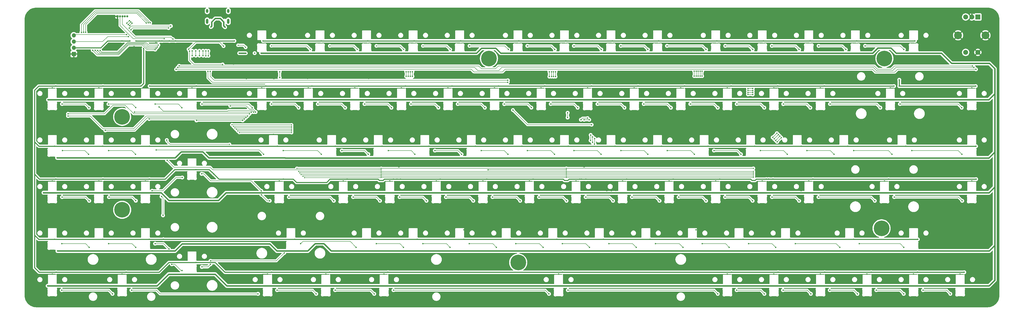
<source format=gbr>
%TF.GenerationSoftware,KiCad,Pcbnew,9.0.5*%
%TF.CreationDate,2026-01-18T13:13:47+07:00*%
%TF.ProjectId,MK98,4d4b3938-2e6b-4696-9361-645f70636258,rev?*%
%TF.SameCoordinates,Original*%
%TF.FileFunction,Copper,L1,Top*%
%TF.FilePolarity,Positive*%
%FSLAX46Y46*%
G04 Gerber Fmt 4.6, Leading zero omitted, Abs format (unit mm)*
G04 Created by KiCad (PCBNEW 9.0.5) date 2026-01-18 13:13:47*
%MOMM*%
%LPD*%
G01*
G04 APERTURE LIST*
%TA.AperFunction,ComponentPad*%
%ADD10C,0.800000*%
%TD*%
%TA.AperFunction,ComponentPad*%
%ADD11C,6.400000*%
%TD*%
%TA.AperFunction,ComponentPad*%
%ADD12R,1.700000X1.700000*%
%TD*%
%TA.AperFunction,ComponentPad*%
%ADD13O,1.700000X1.700000*%
%TD*%
%TA.AperFunction,ComponentPad*%
%ADD14R,2.000000X2.000000*%
%TD*%
%TA.AperFunction,ComponentPad*%
%ADD15C,2.000000*%
%TD*%
%TA.AperFunction,ComponentPad*%
%ADD16C,3.200000*%
%TD*%
%TA.AperFunction,ComponentPad*%
%ADD17R,0.850000X0.850000*%
%TD*%
%TA.AperFunction,ComponentPad*%
%ADD18C,0.850000*%
%TD*%
%TA.AperFunction,ComponentPad*%
%ADD19C,0.600000*%
%TD*%
%TA.AperFunction,HeatsinkPad*%
%ADD20O,1.000000X1.600000*%
%TD*%
%TA.AperFunction,HeatsinkPad*%
%ADD21O,1.000000X2.100000*%
%TD*%
%TA.AperFunction,ViaPad*%
%ADD22C,0.600000*%
%TD*%
%TA.AperFunction,ViaPad*%
%ADD23C,0.500000*%
%TD*%
%TA.AperFunction,Conductor*%
%ADD24C,0.400000*%
%TD*%
%TA.AperFunction,Conductor*%
%ADD25C,0.200000*%
%TD*%
%TA.AperFunction,Conductor*%
%ADD26C,0.600000*%
%TD*%
G04 APERTURE END LIST*
D10*
%TO.P,H3,1*%
%TO.N,N/C*%
X211882679Y-46475571D03*
X212585623Y-44778515D03*
X212585623Y-48172627D03*
X214282679Y-44075571D03*
D11*
X214282679Y-46475571D03*
D10*
X214282679Y-48875571D03*
X215979735Y-44778515D03*
X215979735Y-48172627D03*
X216682679Y-46475571D03*
%TD*%
D12*
%TO.P,J4,1,GND*%
%TO.N,GND*%
X44400000Y-44640000D03*
D13*
%TO.P,J4,2,VCC*%
%TO.N,+3V3*%
X44400000Y-42100000D03*
%TO.P,J4,3,SCL*%
%TO.N,SCL*%
X44400000Y-39560000D03*
%TO.P,J4,4,SDA*%
%TO.N,SDA*%
X44400000Y-37020000D03*
%TD*%
D10*
%TO.P,H2,1*%
%TO.N,N/C*%
X61785000Y-108425000D03*
X62487944Y-106727944D03*
X62487944Y-110122056D03*
X64185000Y-106025000D03*
D11*
X64185000Y-108425000D03*
D10*
X64185000Y-110825000D03*
X65882056Y-106727944D03*
X65882056Y-110122056D03*
X66585000Y-108425000D03*
%TD*%
%TO.P,H5,1*%
%TO.N,N/C*%
X373695424Y-46477450D03*
X374398368Y-44780394D03*
X374398368Y-48174506D03*
X376095424Y-44077450D03*
D11*
X376095424Y-46477450D03*
D10*
X376095424Y-48877450D03*
X377792480Y-44780394D03*
X377792480Y-48174506D03*
X378495424Y-46477450D03*
%TD*%
%TO.P,H6,1*%
%TO.N,N/C*%
X372550000Y-116022814D03*
X373252944Y-114325758D03*
X373252944Y-117719870D03*
X374950000Y-113622814D03*
D11*
X374950000Y-116022814D03*
D10*
X374950000Y-118422814D03*
X376647056Y-114325758D03*
X376647056Y-117719870D03*
X377350000Y-116022814D03*
%TD*%
%TO.P,H1,1*%
%TO.N,N/C*%
X61785000Y-70375000D03*
X62487944Y-68677944D03*
X62487944Y-72072056D03*
X64185000Y-67975000D03*
D11*
X64185000Y-70375000D03*
D10*
X64185000Y-72775000D03*
X65882056Y-68677944D03*
X65882056Y-72072056D03*
X66585000Y-70375000D03*
%TD*%
%TO.P,H4,1*%
%TO.N,N/C*%
X223860000Y-130000000D03*
X224562944Y-128302944D03*
X224562944Y-131697056D03*
X226260000Y-127600000D03*
D11*
X226260000Y-130000000D03*
D10*
X226260000Y-132400000D03*
X227957056Y-128302944D03*
X227957056Y-131697056D03*
X228660000Y-130000000D03*
%TD*%
D14*
%TO.P,ENC1,A,A*%
%TO.N,ENC_A*%
X414347719Y-29487475D03*
D15*
%TO.P,ENC1,B,B*%
%TO.N,ENC_B*%
X409347719Y-29487475D03*
%TO.P,ENC1,C,C*%
%TO.N,GND*%
X411847719Y-29487475D03*
D16*
%TO.P,ENC1,MP,MP*%
X417447719Y-36987475D03*
X406247719Y-36987475D03*
D15*
%TO.P,ENC1,S1,S1*%
%TO.N,ENC_SW*%
X409347719Y-43987475D03*
%TO.P,ENC1,S2,S2*%
%TO.N,GND*%
X414347719Y-43987475D03*
%TD*%
D17*
%TO.P,J3,1,Pin_1*%
%TO.N,GND*%
X62300000Y-29275000D03*
D18*
%TO.P,J3,2,Pin_2*%
%TO.N,JTCK-SWCLK*%
X63300000Y-29275000D03*
%TO.P,J3,3,Pin_3*%
%TO.N,JTMS-SWDIO*%
X64300001Y-29275000D03*
%TO.P,J3,4,Pin_4*%
%TO.N,+3V3*%
X65300000Y-29275000D03*
%TO.P,J3,5,Pin_5*%
%TO.N,+5V*%
X66300000Y-29275000D03*
%TD*%
D19*
%TO.P,HE39,3,GND*%
%TO.N,GND*%
X168960000Y-77550000D03*
%TD*%
%TO.P,HE5,3,GND*%
%TO.N,GND*%
X202297500Y-34687500D03*
%TD*%
%TO.P,HE67,3,GND*%
%TO.N,GND*%
X376128750Y-96600000D03*
%TD*%
%TO.P,HE49,3,GND*%
%TO.N,GND*%
X359460000Y-77550000D03*
%TD*%
%TO.P,HE28,3,GND*%
%TO.N,GND*%
X292785000Y-58500000D03*
%TD*%
%TO.P,HE95,3,GND*%
%TO.N,GND*%
X368985000Y-134700000D03*
%TD*%
%TO.P,HE9,3,GND*%
%TO.N,GND*%
X283260000Y-34687500D03*
%TD*%
%TO.P,HE64,3,GND*%
%TO.N,GND*%
X307072500Y-96600000D03*
%TD*%
%TO.P,HE59,3,GND*%
%TO.N,GND*%
X211822500Y-96600000D03*
%TD*%
%TO.P,HE31,3,GND*%
%TO.N,GND*%
X349935000Y-58500000D03*
%TD*%
%TO.P,HE23,3,GND*%
%TO.N,GND*%
X197535000Y-58500000D03*
%TD*%
%TO.P,HE78,3,GND*%
%TO.N,GND*%
X240397500Y-115650000D03*
%TD*%
%TO.P,HE35,3,GND*%
%TO.N,GND*%
X73710000Y-77550000D03*
%TD*%
%TO.P,HE7,3,GND*%
%TO.N,GND*%
X245160000Y-34687500D03*
%TD*%
%TO.P,HE80,3,GND*%
%TO.N,GND*%
X278497500Y-115650000D03*
%TD*%
%TO.P,HE63,3,GND*%
%TO.N,GND*%
X288022500Y-96600000D03*
%TD*%
%TO.P,HE17,3,GND*%
%TO.N,GND*%
X73710000Y-58500000D03*
%TD*%
%TO.P,HE10,3,GND*%
%TO.N,GND*%
X307072500Y-34687500D03*
%TD*%
%TO.P,HE25,3,GND*%
%TO.N,GND*%
X235635000Y-58500000D03*
%TD*%
%TO.P,HE92,3,GND*%
%TO.N,GND*%
X311835000Y-134700000D03*
%TD*%
%TO.P,HE14,3,GND*%
%TO.N,GND*%
X388035000Y-34687500D03*
%TD*%
%TO.P,HE79,3,GND*%
%TO.N,GND*%
X259447500Y-115650000D03*
%TD*%
%TO.P,HE36,3,GND*%
%TO.N,GND*%
X92760000Y-87075000D03*
%TD*%
%TO.P,HE40,3,GND*%
%TO.N,GND*%
X188010000Y-77550000D03*
%TD*%
%TO.P,HE12,3,GND*%
%TO.N,GND*%
X345172500Y-34687500D03*
%TD*%
%TO.P,HE82,3,GND*%
%TO.N,GND*%
X316597500Y-115650000D03*
%TD*%
%TO.P,HE88,3,GND*%
%TO.N,GND*%
X123716250Y-134700000D03*
%TD*%
%TO.P,HE29,3,GND*%
%TO.N,GND*%
X311835000Y-58500000D03*
%TD*%
%TO.P,HE42,3,GND*%
%TO.N,GND*%
X226110000Y-77550000D03*
%TD*%
%TO.P,HE68,3,GND*%
%TO.N,GND*%
X411847500Y-96600000D03*
%TD*%
%TO.P,HE61,3,GND*%
%TO.N,GND*%
X249922500Y-96600000D03*
%TD*%
%TO.P,HE75,3,GND*%
%TO.N,GND*%
X183247500Y-115650000D03*
%TD*%
%TO.P,HE43,3,GND*%
%TO.N,GND*%
X245160000Y-77550000D03*
%TD*%
%TO.P,HE74,3,GND*%
%TO.N,GND*%
X164197500Y-115650000D03*
%TD*%
%TO.P,HE4,3,GND*%
%TO.N,GND*%
X183247500Y-34687500D03*
%TD*%
%TO.P,HE69,3,GND*%
%TO.N,GND*%
X35610000Y-115650000D03*
%TD*%
%TO.P,HE41,3,GND*%
%TO.N,GND*%
X207060000Y-77550000D03*
%TD*%
%TO.P,HE48,3,GND*%
%TO.N,GND*%
X340410000Y-77550000D03*
%TD*%
%TO.P,HE24,3,GND*%
%TO.N,GND*%
X216585000Y-58500000D03*
%TD*%
%TO.P,HE46,3,GND*%
%TO.N,GND*%
X302310000Y-77550000D03*
%TD*%
%TO.P,HE58,3,GND*%
%TO.N,GND*%
X192772500Y-96600000D03*
%TD*%
%TO.P,HE6,3,GND*%
%TO.N,GND*%
X226110000Y-34687500D03*
%TD*%
%TO.P,HE93,3,GND*%
%TO.N,GND*%
X330885000Y-134700000D03*
%TD*%
%TO.P,HE98,3,GND*%
%TO.N,GND*%
X411847500Y-58500000D03*
%TD*%
%TO.P,HE66,3,GND*%
%TO.N,GND*%
X345172500Y-96600000D03*
%TD*%
%TO.P,HE2,3,GND*%
%TO.N,GND*%
X145147500Y-34687500D03*
%TD*%
%TO.P,HE54,3,GND*%
%TO.N,GND*%
X73710000Y-96600000D03*
%TD*%
%TO.P,HE60,3,GND*%
%TO.N,GND*%
X230872500Y-96600000D03*
%TD*%
%TO.P,HE19,3,GND*%
%TO.N,GND*%
X121335000Y-58500000D03*
%TD*%
%TO.P,HE96,3,GND*%
%TO.N,GND*%
X388035000Y-134700000D03*
%TD*%
%TO.P,HE21,3,GND*%
%TO.N,GND*%
X159435000Y-58500000D03*
%TD*%
%TO.P,HE26,3,GND*%
%TO.N,GND*%
X254680000Y-58500000D03*
%TD*%
%TO.P,HE86,3,GND*%
%TO.N,GND*%
X35610000Y-134700000D03*
%TD*%
%TO.P,HE38,3,GND*%
%TO.N,GND*%
X149910000Y-77550000D03*
%TD*%
%TO.P,HE56,3,GND*%
%TO.N,GND*%
X154672500Y-96600000D03*
%TD*%
%TO.P,HE91,3,GND*%
%TO.N,GND*%
X242778750Y-134700000D03*
%TD*%
%TO.P,HE37,3,GND*%
%TO.N,GND*%
X126097500Y-77550000D03*
%TD*%
%TO.P,HE8,3,GND*%
%TO.N,GND*%
X264210000Y-34687500D03*
%TD*%
%TO.P,HE71,3,GND*%
%TO.N,GND*%
X73710000Y-115650000D03*
%TD*%
%TO.P,HE30,3,GND*%
%TO.N,GND*%
X330885000Y-58500000D03*
%TD*%
%TO.P,HE27,3,GND*%
%TO.N,GND*%
X273735000Y-58500000D03*
%TD*%
%TO.P,HE44,3,GND*%
%TO.N,GND*%
X264210000Y-77550000D03*
%TD*%
%TO.P,HE57,3,GND*%
%TO.N,GND*%
X173722500Y-96600000D03*
%TD*%
%TO.P,HE15,3,GND*%
%TO.N,GND*%
X35610000Y-58500000D03*
%TD*%
%TO.P,HE1,3,GND*%
%TO.N,GND*%
X121335000Y-34687500D03*
%TD*%
%TO.P,HE3,3,GND*%
%TO.N,GND*%
X164197500Y-34687500D03*
%TD*%
%TO.P,HE87,3,GND*%
%TO.N,GND*%
X64185000Y-134700000D03*
%TD*%
%TO.P,HE22,3,GND*%
%TO.N,GND*%
X178485000Y-58500000D03*
%TD*%
%TO.P,HE72,3,GND*%
%TO.N,GND*%
X92760000Y-125175000D03*
%TD*%
%TO.P,HE11,3,GND*%
%TO.N,GND*%
X326122500Y-34687500D03*
%TD*%
%TO.P,HE81,3,GND*%
%TO.N,GND*%
X297547500Y-115650000D03*
%TD*%
%TO.P,HE77,3,GND*%
%TO.N,GND*%
X221347500Y-115650000D03*
%TD*%
%TO.P,HE90,3,GND*%
%TO.N,GND*%
X171341250Y-134700000D03*
%TD*%
%TO.P,HE85,3,GND*%
%TO.N,GND*%
X388035000Y-115650000D03*
%TD*%
%TO.P,HE47,3,GND*%
%TO.N,GND*%
X321360000Y-77550000D03*
%TD*%
%TO.P,HE32,3,GND*%
%TO.N,GND*%
X378510000Y-58500000D03*
%TD*%
%TO.P,HE97,3,GND*%
%TO.N,GND*%
X407085000Y-134700000D03*
%TD*%
%TO.P,HE76,3,GND*%
%TO.N,GND*%
X202297500Y-115650000D03*
%TD*%
%TO.P,HE94,3,GND*%
%TO.N,GND*%
X349935000Y-134700000D03*
%TD*%
%TO.P,HE65,3,GND*%
%TO.N,GND*%
X326122500Y-96600000D03*
%TD*%
%TO.P,HE89,3,GND*%
%TO.N,GND*%
X147528750Y-134700000D03*
%TD*%
%TO.P,HE34,3,GND*%
%TO.N,GND*%
X54660000Y-77550000D03*
%TD*%
%TO.P,HE73,3,GND*%
%TO.N,GND*%
X133241250Y-115650000D03*
%TD*%
%TO.P,HE51,3,GND*%
%TO.N,GND*%
X411847500Y-77550000D03*
%TD*%
%TO.P,HE52,3,GND*%
%TO.N,GND*%
X35610000Y-96600000D03*
%TD*%
%TO.P,HE70,3,GND*%
%TO.N,GND*%
X54660000Y-115650000D03*
%TD*%
%TO.P,HE62,3,GND*%
%TO.N,GND*%
X268972500Y-96600000D03*
%TD*%
%TO.P,HE13,3,GND*%
%TO.N,GND*%
X364222500Y-34687500D03*
%TD*%
%TO.P,HE55,3,GND*%
%TO.N,GND*%
X128478750Y-96600000D03*
%TD*%
%TO.P,HE53,3,GND*%
%TO.N,GND*%
X54660000Y-96600000D03*
%TD*%
%TO.P,HE16,3,GND*%
%TO.N,GND*%
X54660000Y-58500000D03*
%TD*%
%TO.P,HE18,3,GND*%
%TO.N,GND*%
X92760000Y-58500000D03*
%TD*%
%TO.P,HE83,3,GND*%
%TO.N,GND*%
X335647500Y-115650000D03*
%TD*%
D20*
%TO.P,J1,S1,SHIELD*%
%TO.N,unconnected-(J1-SHIELD-PadS1)_2*%
X98992149Y-27067351D03*
D21*
%TO.N,unconnected-(J1-SHIELD-PadS1)_1*%
X98992149Y-31247351D03*
D20*
%TO.N,unconnected-(J1-SHIELD-PadS1)*%
X107632149Y-27067351D03*
D21*
%TO.N,unconnected-(J1-SHIELD-PadS1)_3*%
X107632149Y-31247351D03*
%TD*%
D19*
%TO.P,HE84,3,GND*%
%TO.N,GND*%
X361841250Y-115650000D03*
%TD*%
%TO.P,HE45,3,GND*%
%TO.N,GND*%
X283260000Y-77550000D03*
%TD*%
%TO.P,HE20,3,GND*%
%TO.N,GND*%
X140385000Y-58500000D03*
%TD*%
%TO.P,HE50,3,GND*%
%TO.N,GND*%
X383272500Y-77550000D03*
%TD*%
%TO.P,HE33,3,GND*%
%TO.N,GND*%
X35610000Y-77550000D03*
%TD*%
D22*
%TO.N,+3V3*%
X110110000Y-39290000D03*
X83580000Y-39290000D03*
X86050000Y-39290000D03*
X64200000Y-39290000D03*
X80300000Y-103000000D03*
X79610000Y-39290000D03*
X80520000Y-39290000D03*
X69870000Y-39290000D03*
X80900000Y-110700000D03*
X67370000Y-39290000D03*
%TO.N,GND*%
X164060019Y-126655952D03*
X304060019Y-76655952D03*
X264060019Y-56655952D03*
X149060019Y-71655952D03*
X67000000Y-61900000D03*
X304060019Y-126655952D03*
X309060019Y-61655952D03*
X359060019Y-61655952D03*
X409060019Y-91655952D03*
X114060019Y-146655952D03*
X179060019Y-106655952D03*
X209060019Y-131655952D03*
X134060019Y-66655952D03*
X234060019Y-76655952D03*
X264060019Y-31655952D03*
D23*
X90100000Y-61600000D03*
D22*
X219060019Y-61655952D03*
X90900000Y-34300000D03*
X209060019Y-36655952D03*
X354060019Y-26655952D03*
X314060019Y-46655952D03*
X414060019Y-71655952D03*
X324060019Y-76655952D03*
X81800000Y-45600000D03*
X119060019Y-36655952D03*
X369060019Y-26655952D03*
X399060019Y-61655952D03*
X134060019Y-36655952D03*
D23*
X243000000Y-81400000D03*
D22*
X90000000Y-33400000D03*
X359060019Y-26655952D03*
X289060019Y-26655952D03*
X309060019Y-26655952D03*
X244060019Y-26655952D03*
X64060019Y-56655952D03*
X184060019Y-76655952D03*
X274060019Y-26655952D03*
X414060019Y-111655952D03*
X389060019Y-111655952D03*
X219060019Y-131655952D03*
X149060019Y-116655952D03*
X394060019Y-111655952D03*
X97800000Y-66700000D03*
X177410000Y-90050000D03*
X399060019Y-26655952D03*
X69060019Y-51655952D03*
X259060019Y-26655952D03*
X171400000Y-97400000D03*
X179060019Y-26655952D03*
X134060019Y-106655952D03*
X29060019Y-146655952D03*
X339060019Y-136655952D03*
X354060019Y-71655952D03*
X239060019Y-31655952D03*
X353300000Y-97550000D03*
X319060019Y-56655952D03*
X314060019Y-61655952D03*
X81958333Y-27100000D03*
X219060019Y-26655952D03*
X214060019Y-111655952D03*
X389060019Y-31655952D03*
X104060019Y-116655952D03*
X256800000Y-68600000D03*
X284060019Y-131655952D03*
X49060019Y-111655952D03*
X339060019Y-126655952D03*
X330100000Y-100100000D03*
X214060019Y-136655952D03*
X214060019Y-131655952D03*
X134060019Y-26655952D03*
X394060019Y-71655952D03*
X189125000Y-60400000D03*
X342000000Y-100600000D03*
X77125000Y-36425000D03*
X329060019Y-36655952D03*
X219060019Y-116655952D03*
X229060019Y-116655952D03*
X249060019Y-56655952D03*
X384060019Y-71655952D03*
X244060019Y-126655952D03*
X73250000Y-36725000D03*
X199060019Y-46655952D03*
X411850000Y-26870000D03*
X379060019Y-136655952D03*
X279060019Y-56655952D03*
X39060019Y-51655952D03*
X404060019Y-66655952D03*
X229060019Y-46655952D03*
X109830000Y-48810000D03*
X337200000Y-81400000D03*
X234060019Y-71655952D03*
X368400000Y-97650000D03*
X189125000Y-61600000D03*
X69060019Y-91655952D03*
X124060019Y-146655952D03*
X279060019Y-146655952D03*
X189060019Y-66655952D03*
X269060019Y-146655952D03*
X54060019Y-106655952D03*
X179060019Y-136655952D03*
X114060019Y-141655952D03*
X44060019Y-126655952D03*
X164060019Y-136655952D03*
X224060019Y-136655952D03*
X414060019Y-26655952D03*
X284060019Y-106655952D03*
X419060019Y-46655952D03*
X379060019Y-36655952D03*
X354060019Y-131655952D03*
X164060019Y-106655952D03*
X62850000Y-97650000D03*
X139060019Y-106655952D03*
X54060019Y-91655952D03*
X409060019Y-111655952D03*
X189060019Y-106655952D03*
X44325000Y-60575000D03*
X319060019Y-106655952D03*
X194060019Y-36655952D03*
X49060019Y-56655952D03*
X409060019Y-71655952D03*
X249060019Y-131655952D03*
X44060019Y-106655952D03*
X417910000Y-88450000D03*
X214060019Y-106655952D03*
X314060019Y-116655952D03*
X344060019Y-91655952D03*
X409060019Y-106655952D03*
X319060019Y-111655952D03*
X199060019Y-126655952D03*
X159060019Y-26655952D03*
X239060019Y-46655952D03*
X210350000Y-116625000D03*
D23*
X185600000Y-81400000D03*
D22*
X59060019Y-106655952D03*
X144060019Y-146655952D03*
X210525000Y-130425000D03*
X104060019Y-126655952D03*
X229060019Y-66655952D03*
X369060019Y-106655952D03*
X229060019Y-26655952D03*
X404060019Y-146655952D03*
X404060019Y-61655952D03*
X104060019Y-76655952D03*
X139060019Y-136655952D03*
X159060019Y-146655952D03*
X204060019Y-111655952D03*
X189060019Y-26655952D03*
X344060019Y-126655952D03*
X214060019Y-26655952D03*
X189060019Y-131655952D03*
X359060019Y-71655952D03*
X159060019Y-76655952D03*
X129060019Y-31655952D03*
X144060019Y-71655952D03*
X404060019Y-136655952D03*
X204060019Y-116655952D03*
X144060019Y-31655952D03*
X199060019Y-106655952D03*
X384060019Y-146655952D03*
X309060019Y-136655952D03*
X163075000Y-99837500D03*
X394500000Y-99750000D03*
X299060019Y-106655952D03*
X114060019Y-31655952D03*
X329060019Y-111655952D03*
X269060019Y-131655952D03*
X245800000Y-88700000D03*
X179060019Y-126655952D03*
X294060019Y-26655952D03*
X394060019Y-106655952D03*
X159060019Y-46655952D03*
X209060019Y-106655952D03*
X369060019Y-71655952D03*
X304060019Y-46655952D03*
X114060019Y-131655952D03*
X234060019Y-106655952D03*
X313490000Y-89690000D03*
X204060019Y-106655952D03*
X334060019Y-61655952D03*
X339060019Y-61655952D03*
X309060019Y-146655952D03*
X379060019Y-116655952D03*
X369060019Y-116655952D03*
X174060019Y-131655952D03*
X329060019Y-116655952D03*
X164060019Y-131655952D03*
X210350000Y-115425000D03*
X289060019Y-106655952D03*
X139060019Y-31655952D03*
X284060019Y-61655952D03*
X36750000Y-68750000D03*
X394060019Y-46655952D03*
X399060019Y-106655952D03*
X94060019Y-101655952D03*
X419060019Y-106655952D03*
X389060019Y-61655952D03*
X253280000Y-90010000D03*
X399060019Y-146655952D03*
X259060019Y-131655952D03*
X84060019Y-136655952D03*
X239060019Y-71655952D03*
X349060019Y-26655952D03*
X169060019Y-111655952D03*
X324060019Y-111655952D03*
X384060019Y-26655952D03*
X364060019Y-116655952D03*
X95206612Y-41120000D03*
X91000000Y-36300000D03*
X253250000Y-90840000D03*
X334060019Y-146655952D03*
X364060019Y-66655952D03*
X304060019Y-136655952D03*
X239060019Y-61655952D03*
X339060019Y-91655952D03*
X164060019Y-71655952D03*
X88600000Y-33300000D03*
X269060019Y-106655952D03*
X409060019Y-26655952D03*
X399060019Y-71655952D03*
X274060019Y-136655952D03*
X163075000Y-98575000D03*
X299060019Y-136655952D03*
X59060019Y-71655952D03*
X64920000Y-44180000D03*
X259060019Y-31655952D03*
X139060019Y-46655952D03*
D23*
X115000000Y-66800000D03*
D22*
X249060019Y-146655952D03*
X169060019Y-131655952D03*
X239060019Y-111655952D03*
X219060019Y-146655952D03*
X34060019Y-131655952D03*
X79060019Y-136655952D03*
X284060019Y-126655952D03*
X43850000Y-99500000D03*
X294060019Y-136655952D03*
X399060019Y-46655952D03*
X103330000Y-27090000D03*
X46200000Y-99500000D03*
X239060019Y-131655952D03*
X274060019Y-46655952D03*
X394060019Y-131655952D03*
X224060019Y-116655952D03*
X339060019Y-26655952D03*
X266300000Y-100500000D03*
X419060019Y-51655952D03*
X319060019Y-136655952D03*
X210525000Y-129225000D03*
X269060019Y-26655952D03*
X314060019Y-26655952D03*
X399060019Y-116655952D03*
X124060019Y-31655952D03*
X399060019Y-91655952D03*
X114060019Y-36655952D03*
D23*
X333700000Y-100100000D03*
D22*
X69060019Y-56655952D03*
X184060019Y-131655952D03*
X34060019Y-51655952D03*
X224060019Y-31655952D03*
X374060019Y-106655952D03*
X114060019Y-26655952D03*
X284060019Y-136655952D03*
X99060019Y-146655952D03*
X334060019Y-36655952D03*
X374060019Y-26655952D03*
X279060019Y-76655952D03*
X44350000Y-66575000D03*
X309060019Y-46655952D03*
X34060019Y-26655952D03*
X339060019Y-131655952D03*
X39060019Y-111655952D03*
X124060019Y-26655952D03*
X279060019Y-26655952D03*
X344060019Y-131655952D03*
X324060019Y-126655952D03*
X115651656Y-136912085D03*
X344060019Y-71655952D03*
X112725828Y-136900000D03*
X79060019Y-56655952D03*
X364060019Y-146655952D03*
X104060019Y-146655952D03*
X359060019Y-106655952D03*
X299060019Y-111655952D03*
X266200000Y-98900000D03*
X337200000Y-79200000D03*
X229060019Y-106655952D03*
X394060019Y-31655952D03*
X59060019Y-46655952D03*
X414060019Y-131655952D03*
X294060019Y-36655952D03*
X59060019Y-146655952D03*
X44060019Y-91655952D03*
X334060019Y-26655952D03*
X259060019Y-46655952D03*
X319060019Y-46655952D03*
X252210000Y-100270000D03*
X204060019Y-136655952D03*
X124060019Y-111655952D03*
X329060019Y-106655952D03*
X419060019Y-41655952D03*
X349060019Y-71655952D03*
X39060019Y-106655952D03*
X124060019Y-61655952D03*
X29060019Y-46655952D03*
X269060019Y-76655952D03*
X194060019Y-46655952D03*
X129060019Y-66655952D03*
X262500000Y-100600000D03*
X315800000Y-85900000D03*
X339060019Y-146655952D03*
X149060019Y-66655952D03*
X244060019Y-111655952D03*
X399060019Y-131655952D03*
X239060019Y-126655952D03*
X154060019Y-146655952D03*
X399060019Y-66655952D03*
X119060019Y-26655952D03*
X84060019Y-146655952D03*
X304060019Y-106655952D03*
X65700000Y-99650000D03*
X124060019Y-106655952D03*
X108300000Y-33150000D03*
X124060019Y-36655952D03*
X364060019Y-131655952D03*
X326575000Y-106400000D03*
X212625000Y-128025000D03*
X64060019Y-146655952D03*
X204060019Y-46655952D03*
X349060019Y-116655952D03*
X94060019Y-31655952D03*
X39060019Y-26655952D03*
X224060019Y-46655952D03*
X149060019Y-131655952D03*
X279060019Y-106655952D03*
X279060019Y-46655952D03*
X354060019Y-36655952D03*
X209060019Y-146655952D03*
X89060019Y-136655952D03*
X120500000Y-68400000D03*
X374060019Y-36655952D03*
X159060019Y-131655952D03*
X140090000Y-54600000D03*
X209060019Y-126655952D03*
D23*
X119500000Y-86100000D03*
D22*
X279060019Y-136655952D03*
X276500000Y-67900000D03*
X262500000Y-97400000D03*
X234060019Y-136655952D03*
X179060019Y-131655952D03*
X254060019Y-26655952D03*
X139060019Y-146655952D03*
X58570000Y-40810000D03*
X369060019Y-146655952D03*
X419640000Y-84110000D03*
X369060019Y-61655952D03*
X359060019Y-91655952D03*
X394060019Y-146655952D03*
X324060019Y-146655952D03*
X129060019Y-146655952D03*
X299060019Y-66655952D03*
X354060019Y-91655952D03*
X184060019Y-136655952D03*
X404060019Y-111655952D03*
X314060019Y-76655952D03*
X319060019Y-36655952D03*
X154060019Y-76655952D03*
X89060019Y-141655952D03*
X164060019Y-111655952D03*
X119060019Y-61655952D03*
X214060019Y-76655952D03*
X419060019Y-81655952D03*
X164060019Y-66655952D03*
X209060019Y-46655952D03*
X289060019Y-131655952D03*
X254060019Y-136655952D03*
X284060019Y-46655952D03*
X209060019Y-136655952D03*
X59060019Y-51655952D03*
D23*
X121000000Y-86100000D03*
D22*
X379060019Y-26655952D03*
X174060019Y-146655952D03*
X339000000Y-97200000D03*
X204060019Y-66655952D03*
X201125000Y-98575000D03*
X254060019Y-31655952D03*
X124060019Y-116655952D03*
X59060019Y-126655952D03*
X394060019Y-66655952D03*
X349060019Y-146655952D03*
X69060019Y-146655952D03*
X389060019Y-146655952D03*
X274060019Y-106655952D03*
X101933333Y-66700000D03*
X105544073Y-36507977D03*
X409060019Y-126655952D03*
X164060019Y-76655952D03*
X419060019Y-111655952D03*
X88641667Y-27100000D03*
X333600000Y-59300000D03*
X404060019Y-71655952D03*
X29060019Y-56655952D03*
X54060019Y-46655952D03*
X264060019Y-146655952D03*
X259060019Y-126655952D03*
X229060019Y-36655952D03*
X104060019Y-141655952D03*
X414060019Y-46655952D03*
X204060019Y-26655952D03*
X244060019Y-106655952D03*
X65750000Y-97750000D03*
X344060019Y-111655952D03*
X179060019Y-146655952D03*
X409060019Y-61655952D03*
X244060019Y-131655952D03*
X44325000Y-59375000D03*
X84060019Y-121655952D03*
X174060019Y-106655952D03*
X250600000Y-68600000D03*
X163400000Y-86100000D03*
X69060019Y-126655952D03*
X294060019Y-106655952D03*
X107420000Y-42950000D03*
X214060019Y-61655952D03*
X44060019Y-31655952D03*
X299060019Y-76655952D03*
X91700000Y-35400000D03*
X107500000Y-37150000D03*
X44060019Y-26655952D03*
X32300000Y-59124999D03*
X334060019Y-71655952D03*
X339060019Y-111655952D03*
X289060019Y-146655952D03*
X34060019Y-31655952D03*
X328450000Y-100290000D03*
X210525000Y-128025000D03*
X269060019Y-126655952D03*
X39060019Y-126655952D03*
X264060019Y-131655952D03*
X32300000Y-60975000D03*
X177410000Y-90871558D03*
X149060019Y-106655952D03*
X254060019Y-126655952D03*
X269060019Y-136655952D03*
X109060019Y-131655952D03*
X163075000Y-97312500D03*
X342000000Y-97200000D03*
X199060019Y-71655952D03*
X74060019Y-51655952D03*
X274060019Y-31655952D03*
X69060019Y-71655952D03*
X154060019Y-111655952D03*
X104060019Y-61655952D03*
X64060019Y-116655952D03*
D23*
X333700000Y-98800000D03*
D22*
X154060019Y-26655952D03*
X249060019Y-126655952D03*
X59060019Y-56655952D03*
X74060019Y-136655952D03*
X44060019Y-116655952D03*
X91983333Y-27100000D03*
X39060019Y-31655952D03*
X91300000Y-48500000D03*
X85300000Y-27100000D03*
X129060019Y-106655952D03*
X329880000Y-89770000D03*
X34060019Y-36655952D03*
X324724999Y-106400000D03*
X78035000Y-39990000D03*
X44060019Y-51655952D03*
X43900000Y-97600000D03*
X244060019Y-31655952D03*
X379060019Y-131655952D03*
X384060019Y-46655952D03*
X229060019Y-146655952D03*
X129060019Y-71655952D03*
X349060019Y-46655952D03*
X96540000Y-40960000D03*
X99080000Y-33140000D03*
X174060019Y-46655952D03*
X194060019Y-136655952D03*
X234060019Y-26655952D03*
X144060019Y-106655952D03*
X419060019Y-31655952D03*
X249060019Y-116655952D03*
X234060019Y-31655952D03*
X342000000Y-99000000D03*
X229060019Y-56655952D03*
X201125000Y-97312500D03*
X184060019Y-111655952D03*
X194060019Y-71655952D03*
X244900000Y-88700000D03*
X204060019Y-146655952D03*
X284060019Y-26655952D03*
X404060019Y-106655952D03*
X253280000Y-89190000D03*
X374060019Y-71655952D03*
X44060019Y-136655952D03*
X194060019Y-116655952D03*
X264060019Y-136655952D03*
X84200000Y-60700000D03*
X414060019Y-116655952D03*
X103320000Y-33690000D03*
X224060019Y-26655952D03*
X409060019Y-116655952D03*
X64060019Y-51655952D03*
X289060019Y-126655952D03*
X399060019Y-31655952D03*
X109060019Y-116655952D03*
X259060019Y-136655952D03*
X234060019Y-111655952D03*
X112350000Y-81130000D03*
X404060019Y-126655952D03*
X364060019Y-46655952D03*
X89060019Y-146655952D03*
X89060019Y-96655952D03*
D23*
X107100000Y-41050002D03*
D22*
X49060019Y-91655952D03*
X369060019Y-91655952D03*
X244060019Y-146655952D03*
X394060019Y-26655952D03*
X73250000Y-35175000D03*
X194060019Y-106655952D03*
X139060019Y-26655952D03*
X79060019Y-91655952D03*
X234060019Y-36655952D03*
X254060019Y-56655952D03*
X109060019Y-26655952D03*
X379060019Y-106655952D03*
X334060019Y-136655952D03*
X234060019Y-146655952D03*
X50675000Y-44125000D03*
X294060019Y-146655952D03*
X34060019Y-56655952D03*
X120800000Y-135400000D03*
X164060019Y-46655952D03*
X59060019Y-31655952D03*
X189060019Y-136655952D03*
X154060019Y-116655952D03*
X174060019Y-136655952D03*
X179060019Y-71655952D03*
X334060019Y-131655952D03*
X294060019Y-46655952D03*
X359060019Y-66655952D03*
X194060019Y-26655952D03*
X384060019Y-131655952D03*
X84200000Y-59300000D03*
X284060019Y-146655952D03*
X334060019Y-46655952D03*
X279060019Y-126655952D03*
X229060019Y-111655952D03*
X44060019Y-111655952D03*
X149060019Y-46655952D03*
X189060019Y-46655952D03*
X44325000Y-61775000D03*
X78616667Y-27100000D03*
X169060019Y-146655952D03*
X314060019Y-71655952D03*
X129060019Y-111655952D03*
X194060019Y-131655952D03*
X210350000Y-114225000D03*
X94060019Y-146655952D03*
X309060019Y-116655952D03*
X244000000Y-88700000D03*
X29060019Y-36655952D03*
X110390000Y-88800000D03*
X304060019Y-26655952D03*
X169060019Y-71655952D03*
X58540000Y-42160000D03*
X126270000Y-54710000D03*
X414060019Y-91655952D03*
X419060019Y-56655952D03*
X209060019Y-26655952D03*
X319060019Y-26655952D03*
X121120000Y-72100000D03*
X379060019Y-91655952D03*
X309060019Y-111655952D03*
X299060019Y-131655952D03*
X34060019Y-71655952D03*
X46300000Y-44150000D03*
X109800000Y-136900000D03*
X209060019Y-66655952D03*
X359060019Y-146655952D03*
X239060019Y-106655952D03*
X254060019Y-106655952D03*
D23*
X85600000Y-74500000D03*
D22*
X234060019Y-46655952D03*
X214575000Y-116650000D03*
X419060019Y-116655952D03*
X94060019Y-76655952D03*
X249060019Y-111655952D03*
X384060019Y-66655952D03*
X379060019Y-71655952D03*
X124100000Y-67700000D03*
X214060019Y-36655952D03*
X409060019Y-146655952D03*
X159060019Y-136655952D03*
X82100000Y-43400000D03*
X314060019Y-126655952D03*
X252600000Y-68600000D03*
X74060019Y-111655952D03*
X59060019Y-91655952D03*
X264060019Y-66655952D03*
X189060019Y-126655952D03*
X199060019Y-131655952D03*
X75275000Y-27100000D03*
D23*
X120400000Y-85300000D03*
D22*
X384060019Y-106655952D03*
X94060019Y-86655952D03*
X369060019Y-46655952D03*
X359060019Y-116655952D03*
X414060019Y-136655952D03*
X134060019Y-146655952D03*
D23*
X84700000Y-73600000D03*
D22*
X44350000Y-67775000D03*
X399060019Y-136655952D03*
X34060019Y-146655952D03*
X264060019Y-106655952D03*
X70980000Y-36730000D03*
X94060019Y-141655952D03*
X264060019Y-46655952D03*
X209060019Y-76655952D03*
X149060019Y-26655952D03*
X404060019Y-26655952D03*
X224060019Y-76655952D03*
X353250000Y-99450000D03*
X243000000Y-88700000D03*
X134060019Y-136655952D03*
X299060019Y-116655952D03*
X109060019Y-141655952D03*
X82100000Y-41625000D03*
X399060019Y-36655952D03*
X39060019Y-146655952D03*
X294060019Y-76655952D03*
X337200000Y-80400000D03*
X214575000Y-115450000D03*
X249060019Y-76655952D03*
X239060019Y-146655952D03*
X374060019Y-91655952D03*
X189060019Y-71655952D03*
X154060019Y-126655952D03*
X169060019Y-126655952D03*
X244060019Y-76655952D03*
X39060019Y-56655952D03*
X329060019Y-126655952D03*
X79060019Y-126655952D03*
X119060019Y-31655952D03*
X109060019Y-106655952D03*
X269060019Y-46655952D03*
X34060019Y-111655952D03*
X109060019Y-126655952D03*
X359060019Y-136655952D03*
X266200000Y-97500000D03*
X224060019Y-106655952D03*
X169060019Y-26655952D03*
D23*
X333700000Y-97500000D03*
D22*
X304060019Y-56655952D03*
X165110000Y-54680000D03*
X54060019Y-51655952D03*
X214575000Y-114250000D03*
X254060019Y-131655952D03*
X324060019Y-66655952D03*
X284060019Y-66655952D03*
X154060019Y-46655952D03*
X274060019Y-131655952D03*
X139060019Y-71655952D03*
X34060019Y-106655952D03*
D23*
X113800000Y-66800000D03*
D22*
X134060019Y-31655952D03*
X84060019Y-141655952D03*
X339060019Y-116655952D03*
X334060019Y-126655952D03*
X32300000Y-60049999D03*
X109060019Y-111655952D03*
X419060019Y-71655952D03*
X314060019Y-106655952D03*
X154060019Y-71655952D03*
X389060019Y-131655952D03*
X74060019Y-91655952D03*
X49060019Y-76655952D03*
X39060019Y-76655952D03*
X159060019Y-111655952D03*
X104060019Y-111655952D03*
X144060019Y-46655952D03*
X279060019Y-31655952D03*
X304060019Y-131655952D03*
X239060019Y-26655952D03*
X49060019Y-71655952D03*
X394550000Y-97850000D03*
X319060019Y-76655952D03*
X364060019Y-61655952D03*
X404060019Y-46655952D03*
X119060019Y-116655952D03*
X324060019Y-116655952D03*
X324060019Y-36655952D03*
X149060019Y-126655952D03*
X64060019Y-126655952D03*
X39060019Y-116655952D03*
X414060019Y-76655952D03*
X35550000Y-68750000D03*
X419060019Y-66655952D03*
X129060019Y-36655952D03*
X34060019Y-91655952D03*
X209060019Y-61655952D03*
X339060019Y-46655952D03*
X359060019Y-46655952D03*
X124060019Y-46655952D03*
X95325000Y-27100000D03*
X229060019Y-136655952D03*
X69061472Y-41610000D03*
X344060019Y-46655952D03*
X48770000Y-66210000D03*
X314060019Y-36655952D03*
X419060019Y-146655952D03*
X234060019Y-131655952D03*
X154060019Y-131655952D03*
X201125000Y-99837500D03*
X294060019Y-31655952D03*
X154060019Y-106655952D03*
X219060019Y-46655952D03*
X139060019Y-111655952D03*
X214060019Y-71655952D03*
X419060019Y-76655952D03*
X264060019Y-26655952D03*
X414060019Y-146655952D03*
X89900000Y-37400000D03*
X259060019Y-146655952D03*
X309060019Y-56655952D03*
X369060019Y-66655952D03*
X174060019Y-126655952D03*
X274060019Y-76655952D03*
X304060019Y-61655952D03*
X399060019Y-111655952D03*
X329900000Y-90580000D03*
X119060019Y-146655952D03*
X159060019Y-71655952D03*
X354060019Y-106655952D03*
X309060019Y-126655952D03*
X149060019Y-111655952D03*
X29060019Y-31655952D03*
X304060019Y-66655952D03*
X199060019Y-116655952D03*
X84200000Y-62100000D03*
X46250000Y-97600000D03*
X219060019Y-36655952D03*
X384060019Y-91655952D03*
X214060019Y-31655952D03*
X299060019Y-146655952D03*
X324060019Y-46655952D03*
X54060019Y-56655952D03*
X209060019Y-71655952D03*
X134060019Y-71655952D03*
X384100000Y-99700000D03*
X259060019Y-56655952D03*
X249060019Y-31655952D03*
X219060019Y-31655952D03*
X354060019Y-46655952D03*
X199060019Y-26655952D03*
X289060019Y-56655952D03*
X108900000Y-84900000D03*
X304060019Y-146655952D03*
X224060019Y-111655952D03*
X249060019Y-106655952D03*
X340500000Y-97200000D03*
X219060019Y-106655952D03*
X34060019Y-126655952D03*
X104060019Y-46655952D03*
X74060019Y-146655952D03*
X159060019Y-126655952D03*
X49060019Y-26655952D03*
X369060019Y-131655952D03*
X229060019Y-31655952D03*
X214060019Y-146655952D03*
X49060019Y-146655952D03*
X284060019Y-56655952D03*
X314060019Y-136655952D03*
X124060019Y-71655952D03*
X154060019Y-36655952D03*
X34350000Y-68750000D03*
X359060019Y-131655952D03*
X374060019Y-131655952D03*
X219060019Y-136655952D03*
X174060019Y-26655952D03*
X279060019Y-131655952D03*
X194060019Y-146655952D03*
X144060019Y-26655952D03*
X184060019Y-146655952D03*
X209060019Y-31655952D03*
X264400000Y-100600000D03*
X349060019Y-91655952D03*
X325649999Y-106400000D03*
X404060019Y-31655952D03*
X289060019Y-76655952D03*
X49060019Y-126655952D03*
X94060019Y-116655952D03*
X49060019Y-136655952D03*
X381500000Y-60000000D03*
X354060019Y-146655952D03*
X119900000Y-69400000D03*
X329060019Y-46655952D03*
X269060019Y-116655952D03*
X29060019Y-26655952D03*
X109060019Y-146655952D03*
X44060019Y-146655952D03*
X164060019Y-26655952D03*
X144060019Y-116655952D03*
X64060019Y-61655952D03*
X32300000Y-62825000D03*
X199060019Y-136655952D03*
X289060019Y-136655952D03*
X99866667Y-66700000D03*
X32300000Y-61900000D03*
X43930000Y-74460000D03*
X329060019Y-146655952D03*
X79060019Y-146655952D03*
X304060019Y-36655952D03*
X269060019Y-56655952D03*
X169060019Y-46655952D03*
X99060019Y-136655952D03*
X289060019Y-46655952D03*
X219060019Y-76655952D03*
X204060019Y-31655952D03*
X109500000Y-88800000D03*
X374060019Y-146655952D03*
X87000000Y-33300000D03*
X329060019Y-26655952D03*
X389060019Y-26655952D03*
X169060019Y-136655952D03*
X204060019Y-131655952D03*
X274060019Y-36655952D03*
X164060019Y-146655952D03*
X319060019Y-71655952D03*
X264060019Y-126655952D03*
X329900000Y-91410000D03*
X29060019Y-51655952D03*
X368350000Y-99550000D03*
X29060019Y-41655952D03*
X134060019Y-111655952D03*
X394060019Y-91655952D03*
X174060019Y-31655952D03*
X248600000Y-68600000D03*
X144060019Y-76655952D03*
X94060019Y-136655952D03*
X269060019Y-31655952D03*
X212625000Y-129225000D03*
X339060019Y-66655952D03*
X115040000Y-54710000D03*
X344060019Y-116655952D03*
X409060019Y-131655952D03*
X114060019Y-61655952D03*
X174060019Y-116655952D03*
X384150000Y-97800000D03*
X39060019Y-91655952D03*
X104000000Y-66700000D03*
X344060019Y-146655952D03*
X419060019Y-26655952D03*
X414060019Y-106655952D03*
X189125000Y-59200000D03*
X95206612Y-42040000D03*
X289060019Y-31655952D03*
X79060019Y-111655952D03*
X404060019Y-91655952D03*
X199060019Y-146655952D03*
X294060019Y-116655952D03*
X149060019Y-61655952D03*
X254060019Y-146655952D03*
X254700000Y-68600000D03*
X224060019Y-146655952D03*
X314060019Y-146655952D03*
X139060019Y-126655952D03*
X44060019Y-56655952D03*
X299060019Y-26655952D03*
X379060019Y-146655952D03*
X329060019Y-71655952D03*
X159060019Y-106655952D03*
X193400000Y-83300000D03*
X274060019Y-126655952D03*
X414060019Y-126655952D03*
X284060019Y-31655952D03*
X89060019Y-86655952D03*
X70210000Y-43760000D03*
X204060019Y-76655952D03*
X39060019Y-41655952D03*
X234060019Y-56655952D03*
X129060019Y-26655952D03*
X89060019Y-101655952D03*
X79060019Y-76655952D03*
X364060019Y-71655952D03*
X149060019Y-146655952D03*
X327500000Y-106400000D03*
X212625000Y-130425000D03*
X175960000Y-100250000D03*
X199060019Y-36655952D03*
X319060019Y-116655952D03*
X274060019Y-146655952D03*
X54060019Y-146655952D03*
X177420000Y-89230000D03*
X110050000Y-38210000D03*
X364060019Y-26655952D03*
X324060019Y-26655952D03*
X309060019Y-106655952D03*
X54060019Y-31655952D03*
X404060019Y-116655952D03*
X184060019Y-26655952D03*
X394060019Y-61655952D03*
X319060019Y-146655952D03*
X64060019Y-91655952D03*
X264400000Y-97400000D03*
X184060019Y-46655952D03*
X62800000Y-99550000D03*
X229060019Y-76655952D03*
X54060019Y-136655952D03*
X289060019Y-116655952D03*
X224060019Y-71655952D03*
X189060019Y-146655952D03*
X324060019Y-136655952D03*
X389060019Y-46655952D03*
X294060019Y-131655952D03*
X344060019Y-26655952D03*
X249060019Y-26655952D03*
X339060019Y-71655952D03*
%TO.N,+5V_LED*%
X190800000Y-101470000D03*
X271820000Y-63370000D03*
X170980000Y-87200000D03*
X37720000Y-125290000D03*
X52830000Y-63370000D03*
X119610000Y-63370000D03*
X208890000Y-87200000D03*
X228860000Y-101470000D03*
X343260000Y-101470000D03*
X376450000Y-63370000D03*
X328960000Y-139570000D03*
X280370000Y-125290000D03*
X348020000Y-63370000D03*
X88080000Y-104560000D03*
X308710000Y-44310000D03*
X374180000Y-101470000D03*
X151740000Y-87200000D03*
X227740000Y-44310000D03*
X367120000Y-139570000D03*
X126540000Y-101470000D03*
X266040000Y-87200000D03*
X247900000Y-101470000D03*
X284890000Y-44310000D03*
X91050000Y-63370000D03*
X337480000Y-125290000D03*
X361310000Y-87200000D03*
X121050000Y-44310000D03*
X33880000Y-63370000D03*
X33690000Y-139550000D03*
X323320000Y-87200000D03*
X328930000Y-63370000D03*
X285150000Y-87200000D03*
X90060000Y-84680000D03*
D23*
X131380000Y-44310000D03*
D22*
X324180000Y-101470000D03*
X233610000Y-63370000D03*
X386210000Y-139570000D03*
X71950000Y-63370000D03*
X135170000Y-125290000D03*
X157350000Y-63370000D03*
X363730000Y-125290000D03*
X413680000Y-87200000D03*
X309820000Y-139570000D03*
X169360000Y-139570000D03*
X71760000Y-101430000D03*
X405360000Y-139570000D03*
X285960000Y-101470000D03*
X214630000Y-63370000D03*
X305100000Y-101470000D03*
X146840000Y-44310000D03*
X327820000Y-44310000D03*
X290810000Y-63370000D03*
X46960000Y-63370000D03*
X94630000Y-134800000D03*
X261360000Y-125290000D03*
X127990000Y-87190000D03*
X176340000Y-63370000D03*
X170980000Y-87200000D03*
X121650000Y-139570000D03*
X112090000Y-44310000D03*
X409740000Y-101470000D03*
X389830000Y-44310000D03*
X171680000Y-101470000D03*
X318560000Y-125290000D03*
X32000000Y-101430000D03*
X252820000Y-63370000D03*
X304130000Y-87200000D03*
X123060000Y-44310000D03*
X203930000Y-44310000D03*
X56520000Y-125290000D03*
X299640000Y-125290000D03*
X385180000Y-87200000D03*
X75730000Y-87170000D03*
D23*
X132810000Y-44310000D03*
D22*
X165920000Y-44310000D03*
D23*
X134360000Y-44310000D03*
D22*
X195490000Y-63370000D03*
X75580000Y-125290000D03*
X342250000Y-87200000D03*
X242300000Y-125290000D03*
X138310000Y-63370000D03*
X223190000Y-125290000D03*
X365860000Y-44310000D03*
X56710000Y-87170000D03*
X114750000Y-44310000D03*
X246770000Y-44310000D03*
X265860000Y-44310000D03*
X52780000Y-101430000D03*
X389990000Y-125290000D03*
X118400000Y-44310000D03*
X309910000Y-63370000D03*
X409740000Y-63370000D03*
X152680000Y-101470000D03*
X266960000Y-101470000D03*
X37610000Y-87170000D03*
X240750000Y-139570000D03*
X347960000Y-139570000D03*
X166030000Y-125290000D03*
X184930000Y-44310000D03*
X189770000Y-87200000D03*
X204180000Y-125290000D03*
X247170000Y-87200000D03*
X209730000Y-101470000D03*
X185180000Y-125290000D03*
X145520000Y-139570000D03*
X346960000Y-44310000D03*
X228090000Y-87200000D03*
X62220000Y-139550000D03*
%TO.N,ENC_B*%
X86900000Y-50160000D03*
X412770000Y-50160000D03*
%TO.N,ENC_A*%
X86300000Y-50920000D03*
X413550000Y-50920000D03*
%TO.N,ENC_SW*%
X87500000Y-49500000D03*
X412110000Y-49550000D03*
%TO.N,Net-(F1-Pad2)*%
X106295226Y-33654917D03*
X100500000Y-33580000D03*
%TO.N,/HE Sensor/HE1_Esc*%
X128640000Y-51920000D03*
X128640000Y-54320000D03*
%TO.N,/HE Sensor/HE2_F1*%
X181280000Y-51900000D03*
X181276458Y-53796023D03*
%TO.N,/HE Sensor/HE3_F2*%
X180416458Y-53796023D03*
X180420000Y-51900000D03*
%TO.N,/HE Sensor/HE4_F3*%
X182976458Y-53806023D03*
X182980000Y-51910000D03*
%TO.N,/HE Sensor/HE5_F4*%
X182126458Y-53806023D03*
X182130000Y-51910000D03*
%TO.N,/HE Sensor/HE6_F5*%
X239887845Y-51898092D03*
X239886897Y-53897600D03*
%TO.N,/HE Sensor/HE7_F6*%
X238996897Y-53897600D03*
X238997845Y-51898092D03*
%TO.N,/HE Sensor/HE8_F7*%
X241527845Y-51908092D03*
X241526897Y-53907600D03*
%TO.N,/HE Sensor/HE9_F8*%
X240727845Y-51918092D03*
X240726897Y-53917600D03*
%TO.N,/HE Sensor/HE10_F9*%
X301500000Y-51700000D03*
X301494255Y-53697153D03*
%TO.N,/HE Sensor/HE11_F10*%
X300694255Y-53697153D03*
X300700000Y-51700000D03*
%TO.N,/HE Sensor/HE12_F11*%
X299894255Y-53697153D03*
X299900000Y-51700000D03*
%TO.N,/HE Sensor/HE13_F12*%
X299100000Y-51700000D03*
X299094255Y-53697153D03*
%TO.N,/HE Sensor/HE14_PrtSc*%
X298300000Y-51700000D03*
X298294255Y-53697153D03*
%TO.N,/HE Sensor/HE18_NumLock*%
X116300000Y-69150000D03*
X42050000Y-69150000D03*
%TO.N,/HE Sensor/HE17_Num_Slash*%
X117110000Y-68410000D03*
X69270000Y-68410000D03*
%TO.N,/HE Sensor/HE16_Num_Star*%
X117980000Y-68420000D03*
X79320000Y-66330000D03*
%TO.N,/HE Sensor/HE15_Num_Minus*%
X108470000Y-65910000D03*
X118800000Y-68400000D03*
%TO.N,/HE Sensor/HE26_7*%
X246480000Y-68710000D03*
X246470000Y-70660000D03*
%TO.N,/HE Sensor/HE27_8*%
X254620000Y-70920000D03*
X251910000Y-71540000D03*
%TO.N,/HE Sensor/HE28_9*%
X255300000Y-71570000D03*
X253220000Y-71560000D03*
%TO.N,/HE Sensor/HE30_Minus*%
X320299999Y-61190849D03*
X322200000Y-61200000D03*
%TO.N,/HE Sensor/HE31_Plus*%
X320299999Y-60390849D03*
X322200000Y-60400000D03*
%TO.N,/HE Sensor/HE32_Backspace*%
X322200000Y-59600000D03*
X320299999Y-59590849D03*
%TO.N,/HE Sensor/HE33_Del*%
X322200000Y-58800000D03*
X320299999Y-58790849D03*
%TO.N,/HE Sensor/HE34_Num_1*%
X115550000Y-70010000D03*
X42050000Y-70010000D03*
%TO.N,/HE Sensor/HE35_Num_2*%
X114870000Y-70610000D03*
X57290000Y-75900000D03*
%TO.N,/HE Sensor/HE36_Num_3*%
X75230000Y-71240000D03*
X114190000Y-71240000D03*
%TO.N,/HE Sensor/HE44_U*%
X257476895Y-81526832D03*
X257500000Y-79300000D03*
%TO.N,/HE Sensor/HE45_I*%
X256700000Y-78600000D03*
X256676895Y-80826832D03*
%TO.N,/HE Sensor/HE46_O*%
X255876895Y-80026832D03*
X255900000Y-77800000D03*
%TO.N,/HE Sensor/HE48_LeftBracket*%
X332197712Y-80597389D03*
X333900000Y-78900000D03*
%TO.N,/HE Sensor/HE49_RightBracket*%
X331597712Y-79997389D03*
X333300000Y-78300000D03*
%TO.N,/HE Sensor/HE50_BackSlash*%
X330997712Y-79397389D03*
X332700000Y-77700000D03*
%TO.N,/HE Sensor/HE51_PgUp*%
X332100000Y-77100000D03*
X330397712Y-78797389D03*
%TO.N,/HE Sensor/HE52_Num_Plus*%
X113480000Y-71840000D03*
X94610000Y-71840000D03*
%TO.N,Net-(U4-PC9)*%
X92856612Y-43358640D03*
X92860000Y-45330000D03*
D23*
%TO.N,Net-(LED1-DOUT)*%
X125260000Y-41310000D03*
X141250000Y-42810000D03*
%TO.N,Net-(LED2-DOUT)*%
X160430000Y-42820000D03*
X149170000Y-41320000D03*
%TO.N,Net-(LED3-DOUT)*%
X179370000Y-42820000D03*
X168200000Y-41320000D03*
%TO.N,Net-(LED4-DOUT)*%
X187270000Y-41320000D03*
X198430000Y-42810000D03*
D22*
%TO.N,Net-(LED5-DOUT)*%
X206330000Y-41320000D03*
X222210000Y-42810000D03*
%TO.N,Net-(LED6-DOUT)*%
X230010000Y-41320000D03*
X241240000Y-42810000D03*
%TO.N,Net-(LED7-DOUT)*%
X260280000Y-42820000D03*
X249060000Y-41320000D03*
%TO.N,Net-(LED8-DOUT)*%
X279320000Y-42810000D03*
X268210000Y-41320000D03*
%TO.N,Net-(LED10-DIN)*%
X287160000Y-41320000D03*
X303120000Y-42820000D03*
%TO.N,Net-(LED10-DOUT)*%
X310980000Y-41320000D03*
X322200000Y-42820000D03*
%TO.N,Net-(LED11-DOUT)*%
X341210000Y-42800000D03*
X330020000Y-41320000D03*
%TO.N,Net-(LED12-DOUT)*%
X349190000Y-41320000D03*
X360290000Y-42810000D03*
%TO.N,Net-(LED13-DOUT)*%
X368210000Y-41320000D03*
X384050000Y-42820000D03*
%TO.N,Net-(LED15-DIN)*%
X50590000Y-66620000D03*
X39590000Y-65120000D03*
%TO.N,Net-(LED16-DIN)*%
X58600000Y-65140000D03*
X69770000Y-66610000D03*
%TO.N,Net-(LED17-DIN)*%
X77700000Y-65130000D03*
X88670000Y-66630000D03*
%TO.N,Net-(LED18-DIN)*%
X96810000Y-65130000D03*
X117380000Y-66620000D03*
%TO.N,Net-(LED19-DIN)*%
X136390000Y-66620000D03*
X125260000Y-65130000D03*
%TO.N,Net-(LED20-DIN)*%
X144280000Y-65130000D03*
X155440000Y-66630000D03*
%TO.N,Net-(LED21-DIN)*%
X174380000Y-66630000D03*
X163370000Y-65130000D03*
%TO.N,Net-(LED22-DIN)*%
X182360000Y-65130000D03*
X193600000Y-66600000D03*
%TO.N,Net-(LED23-DIN)*%
X212590000Y-66620000D03*
X201500000Y-65130000D03*
%TO.N,Net-(LED24-DIN)*%
X220570000Y-65150000D03*
X231630000Y-66610000D03*
%TO.N,Net-(LED25-DIN)*%
X250580000Y-66620000D03*
X239560000Y-65130000D03*
%TO.N,Net-(LED26-DIN)*%
X258710000Y-65130000D03*
X269730000Y-66620000D03*
%TO.N,Net-(LED27-DIN)*%
X277630000Y-65110000D03*
X288710000Y-66620000D03*
%TO.N,Net-(LED28-DIN)*%
X296700000Y-65120000D03*
X307890000Y-66650000D03*
%TO.N,Net-(LED29-DIN)*%
X315690000Y-65120000D03*
X326930000Y-66620000D03*
%TO.N,Net-(LED30-DIN)*%
X334740000Y-65150000D03*
X345790000Y-66630000D03*
%TO.N,Net-(LED31-DIN)*%
X374420000Y-66620000D03*
X353870000Y-65130000D03*
%TO.N,Net-(LED32-DIN)*%
X407740000Y-66620000D03*
X382470000Y-65140000D03*
%TO.N,Net-(LED36-DOUT)*%
X76440000Y-100630000D03*
X88760000Y-95200000D03*
%TO.N,Net-(LED37-DOUT)*%
X145700000Y-85670000D03*
X130130000Y-84180000D03*
%TO.N,Net-(LED38-DOUT)*%
X164930000Y-85670000D03*
X154070000Y-84170000D03*
%TO.N,Net-(LED39-DOUT)*%
X183990000Y-85680000D03*
X173090000Y-84180000D03*
%TO.N,Net-(LED40-DOUT)*%
X192160000Y-84180000D03*
X203080000Y-85700000D03*
%TO.N,Net-(LED41-DOUT)*%
X222040000Y-85690000D03*
X211120000Y-84170000D03*
%TO.N,Net-(LED42-DOUT)*%
X230000000Y-84180000D03*
X241120000Y-85680000D03*
%TO.N,Net-(LED43-DOUT)*%
X249090000Y-84180000D03*
X260140000Y-85670000D03*
%TO.N,Net-(LED44-DOUT)*%
X279270000Y-85680000D03*
X268280000Y-84180000D03*
%TO.N,Net-(LED45-DOUT)*%
X298350000Y-85670000D03*
X287280000Y-84170000D03*
%TO.N,Net-(LED46-DOUT)*%
X317380000Y-85680000D03*
X306360000Y-84180000D03*
%TO.N,Net-(LED47-DOUT)*%
X336360000Y-85690000D03*
X325350000Y-84180000D03*
%TO.N,Net-(LED48-DOUT)*%
X344420000Y-84170000D03*
X355460000Y-85690000D03*
%TO.N,Net-(LED49-DOUT)*%
X379240000Y-85680000D03*
X363530000Y-84180000D03*
%TO.N,Net-(LED50-DOUT)*%
X387300000Y-84170000D03*
X407840000Y-85690000D03*
%TO.N,Net-(LED52-DIN)*%
X39600000Y-103230000D03*
X50720000Y-104740000D03*
%TO.N,Net-(LED53-DIN)*%
X58810000Y-103240000D03*
X69780000Y-104710000D03*
%TO.N,Net-(LED55-DIN)*%
X150800000Y-104740000D03*
X132440000Y-103230000D03*
%TO.N,Net-(LED56-DIN)*%
X169690000Y-104730000D03*
X158710000Y-103230000D03*
%TO.N,Net-(LED57-DIN)*%
X177700000Y-103230000D03*
X188740000Y-104740000D03*
%TO.N,Net-(LED58-DIN)*%
X207870000Y-104730000D03*
X196680000Y-103230000D03*
%TO.N,Net-(LED59-DIN)*%
X227050000Y-104730000D03*
X215750000Y-103230000D03*
%TO.N,Net-(LED60-DIN)*%
X234770000Y-103230000D03*
X246030000Y-104730000D03*
%TO.N,Net-(LED61-DIN)*%
X253860000Y-103230000D03*
X265060000Y-104730000D03*
%TO.N,Net-(LED62-DIN)*%
X284080000Y-104740000D03*
X272800000Y-103230000D03*
%TO.N,Net-(LED63-DIN)*%
X291910000Y-103230000D03*
X303120000Y-104730000D03*
%TO.N,Net-(LED65-DIN)*%
X341210000Y-104760000D03*
X330090000Y-103230000D03*
%TO.N,Net-(LED66-DIN)*%
X349130000Y-103230000D03*
X372180000Y-104730000D03*
%TO.N,Net-(LED67-DIN)*%
X380110000Y-103230000D03*
X407920000Y-104730000D03*
%TO.N,Net-(LED70-DOUT)*%
X69720000Y-123780000D03*
X58660000Y-122280000D03*
%TO.N,Net-(LED71-DOUT)*%
X83350000Y-124490000D03*
X88750000Y-133310000D03*
X77690000Y-122280000D03*
X84500000Y-130730000D03*
%TO.N,Net-(LED72-DOUT)*%
X130510000Y-126090000D03*
X100360000Y-129330000D03*
X96820000Y-131810000D03*
X100340000Y-130730000D03*
%TO.N,Net-(LED73-DOUT)*%
X137230000Y-122300000D03*
X159960000Y-123780000D03*
%TO.N,Net-(LED74-DOUT)*%
X168250000Y-122290000D03*
X179350000Y-123780000D03*
%TO.N,Net-(LED75-DOUT)*%
X187290000Y-122280000D03*
X198390000Y-123780000D03*
%TO.N,Net-(LED76-DOUT)*%
X206240000Y-122280000D03*
X217360000Y-123770000D03*
%TO.N,Net-(LED77-DOUT)*%
X225310000Y-122280000D03*
X236470000Y-123780000D03*
%TO.N,Net-(LED78-DOUT)*%
X244340000Y-122280000D03*
X255440000Y-123780000D03*
%TO.N,Net-(LED79-DOUT)*%
X274520000Y-123790000D03*
X263380000Y-122290000D03*
%TO.N,Net-(LED80-DOUT)*%
X293710000Y-123780000D03*
X282390000Y-122280000D03*
%TO.N,Net-(LED81-DOUT)*%
X312600000Y-123780000D03*
X301590000Y-122280000D03*
%TO.N,Net-(LED82-DOUT)*%
X331620000Y-123780000D03*
X320570000Y-122280000D03*
%TO.N,Net-(LED83-DOUT)*%
X357860000Y-123780000D03*
X339630000Y-122280000D03*
%TO.N,Net-(LED84-DOUT)*%
X384070000Y-123780000D03*
X365800000Y-122280000D03*
%TO.N,Net-(U4-PC8)*%
X94326612Y-43358640D03*
X94330000Y-45330000D03*
%TO.N,Net-(LED86-DIN)*%
X39440000Y-141330000D03*
X60230000Y-142830000D03*
%TO.N,Net-(LED87-DIN)*%
X68020000Y-141330000D03*
X119800000Y-142830000D03*
%TO.N,Net-(LED88-DIN)*%
X143600000Y-142830000D03*
X127580000Y-141330000D03*
%TO.N,Net-(LED89-DIN)*%
X151350000Y-141330000D03*
X167340000Y-142830000D03*
%TO.N,Net-(LED90-DIN)*%
X175230000Y-141330000D03*
X238840000Y-142830000D03*
%TO.N,Net-(LED91-DIN)*%
X246590000Y-141330000D03*
X307920000Y-142830000D03*
%TO.N,Net-(LED92-DIN)*%
X326980000Y-142830000D03*
X315650000Y-141330000D03*
%TO.N,Net-(LED93-DIN)*%
X334630000Y-141330000D03*
X346000000Y-142830000D03*
%TO.N,Net-(LED94-DIN)*%
X353750000Y-141330000D03*
X365070000Y-142830000D03*
%TO.N,Net-(LED95-DIN)*%
X383990000Y-142830000D03*
X372790000Y-141330000D03*
%TO.N,Net-(LED96-DIN)*%
X391910000Y-141330000D03*
X403080000Y-142830000D03*
%TO.N,Net-(U4-PC7)*%
X95806612Y-43358640D03*
X95810000Y-45330000D03*
%TO.N,/GP23_LED_EN*%
X91800000Y-43491475D03*
X105310000Y-48950000D03*
D23*
%TO.N,5V_RGB_OUT*%
X114730000Y-41920000D03*
X111660000Y-41050000D03*
D22*
%TO.N,Net-(U4-PC6)*%
X97286612Y-43358640D03*
X97290000Y-45330000D03*
D23*
%TO.N,MUX_A3*%
X245924137Y-93335049D03*
X170192721Y-93352197D03*
X110874965Y-75497623D03*
X133495987Y-75519495D03*
X322490000Y-93330000D03*
X136900000Y-93352197D03*
D22*
%TO.N,Net-(J5-Pin_3)*%
X54150000Y-43200000D03*
X78633583Y-41741315D03*
%TO.N,SDA*%
X66000000Y-36700000D03*
X84100000Y-33200000D03*
X67100000Y-34100000D03*
D23*
%TO.N,MUX_A0*%
X245924137Y-95215957D03*
X133495987Y-73638587D03*
X322490000Y-95210908D03*
X109082312Y-73627765D03*
X170192721Y-95233105D03*
X138803970Y-95237907D03*
%TO.N,MUX_WR*%
X322490000Y-91449361D03*
X170192721Y-91471558D03*
X112177193Y-76785669D03*
X135720000Y-91470000D03*
X245924137Y-91454410D03*
X133500000Y-76807541D03*
D22*
%TO.N,Net-(J6-Pin_1)*%
X49250000Y-35750000D03*
X74100000Y-31925000D03*
%TO.N,Net-(J7-Pin_2)*%
X67745551Y-31551312D03*
X66713805Y-32587839D03*
D23*
%TO.N,MUX_A1*%
X245924137Y-94588954D03*
X138200000Y-94650000D03*
X322490000Y-94583905D03*
X170192721Y-94606102D03*
X133495987Y-74265590D03*
X109679362Y-74252426D03*
D22*
%TO.N,Net-(J5-Pin_1)*%
X77700000Y-42850000D03*
X52150000Y-43150000D03*
%TO.N,Net-(J7-Pin_3)*%
X67209620Y-31015380D03*
X66150000Y-32025000D03*
D23*
%TO.N,MUX_A4*%
X136401000Y-92715984D03*
X111474773Y-76124624D03*
X245924137Y-92708049D03*
X133495987Y-76146496D03*
X170192721Y-92725197D03*
X322490000Y-92703000D03*
%TO.N,MUX_A2*%
X245924137Y-93961951D03*
X322490000Y-93956902D03*
X137400000Y-93979099D03*
X133495987Y-74892593D03*
X170192721Y-93979099D03*
X110279170Y-74879429D03*
D22*
%TO.N,3V_RGB*%
X105680000Y-41400000D03*
X91395000Y-42705000D03*
D23*
%TO.N,MUX_CS1*%
X108100000Y-81650000D03*
D22*
X82460000Y-79880000D03*
D23*
%TO.N,MUX_CS2*%
X170192721Y-92098319D03*
D22*
X82580000Y-88180000D03*
%TO.N,MUX_CS3*%
X213930000Y-92071558D03*
D23*
X245924137Y-92081171D03*
D22*
X221980000Y-56210000D03*
X98490000Y-45380000D03*
X99340000Y-51740000D03*
X98490000Y-43360000D03*
%TO.N,MUX_CS4*%
X256300000Y-73600000D03*
X222000000Y-55400000D03*
X99500000Y-43400000D03*
X99500000Y-45400000D03*
X224100000Y-67600000D03*
X100200000Y-51800000D03*
%TO.N,Net-(LED33-DOUT)*%
X50450000Y-85680000D03*
X39770000Y-84170000D03*
%TO.N,Net-(LED34-DOUT)*%
X58650000Y-84200000D03*
X69670000Y-85700000D03*
%TO.N,Net-(LED64-DIN)*%
X322170000Y-104730000D03*
X310890000Y-103230000D03*
%TO.N,Net-(LED69-DOUT)*%
X50740000Y-123780000D03*
X39510000Y-122280000D03*
%TO.N,Net-(LED36-DIN)*%
X124560000Y-104750000D03*
X121150000Y-102270000D03*
X121140000Y-100670000D03*
X96720000Y-93710000D03*
%TO.N,Net-(LED35-DOUT)*%
X122050000Y-85700000D03*
X78100000Y-83970000D03*
%TO.N,+3V3A*%
X264800000Y-39290000D03*
X342160000Y-82390000D03*
X242150000Y-120500000D03*
X384870000Y-82390000D03*
X280250000Y-120500000D03*
X165910000Y-120500000D03*
X75350000Y-95880000D03*
X125360000Y-133990000D03*
X227820000Y-82390000D03*
X318330000Y-120500000D03*
X275320000Y-57790000D03*
X303980000Y-82390000D03*
X73000000Y-42400000D03*
X36560000Y-82390000D03*
X184950000Y-120500000D03*
X351540000Y-57790000D03*
X75390000Y-82390000D03*
X202790000Y-39290000D03*
X289690000Y-95890000D03*
X232410000Y-95890000D03*
X332610000Y-133990000D03*
X389690000Y-133990000D03*
X203990000Y-120500000D03*
X56280000Y-120500000D03*
X323100000Y-82390000D03*
X36560000Y-120500000D03*
X265940000Y-82390000D03*
X308770000Y-95890000D03*
X122980000Y-57790000D03*
X380040000Y-57790000D03*
X151480000Y-82390000D03*
X299180000Y-120500000D03*
X164720000Y-39290000D03*
X180120000Y-57790000D03*
X145680000Y-39290000D03*
X56350000Y-95880000D03*
X408780000Y-133990000D03*
X208770000Y-82390000D03*
X71900000Y-57790000D03*
X261150000Y-120500000D03*
X328760000Y-95890000D03*
X75430000Y-57790000D03*
X256280000Y-57790000D03*
X37200000Y-133970000D03*
X252230000Y-95890000D03*
X364800000Y-39290000D03*
X121840000Y-39290000D03*
X245750000Y-39290000D03*
X149160000Y-133990000D03*
X346900000Y-95890000D03*
X199180000Y-57790000D03*
X178150000Y-95890000D03*
X361200000Y-82390000D03*
X330550000Y-95890000D03*
X313420000Y-57790000D03*
X56330000Y-57790000D03*
X363570000Y-120500000D03*
X251490000Y-95890000D03*
X173000000Y-133990000D03*
X130210000Y-95890000D03*
X337430000Y-120500000D03*
X388600000Y-39290000D03*
X156290000Y-95890000D03*
X246820000Y-82390000D03*
X226560000Y-39290000D03*
X413490000Y-57790000D03*
X389760000Y-120500000D03*
X194350000Y-95890000D03*
X141890000Y-57790000D03*
X81090000Y-120500000D03*
X218280000Y-57790000D03*
X213450000Y-95890000D03*
X327790000Y-95890000D03*
X37040000Y-57790000D03*
X313570000Y-133990000D03*
X332480000Y-57790000D03*
X284980000Y-82390000D03*
X127740000Y-82390000D03*
X94430000Y-130030000D03*
X175280000Y-95890000D03*
X170580000Y-82390000D03*
X382200000Y-55200000D03*
X294330000Y-57790000D03*
X283820000Y-39290000D03*
X183700000Y-39290000D03*
X65890000Y-133970000D03*
X413590000Y-82390000D03*
X345730000Y-39290000D03*
X94550000Y-57790000D03*
X270640000Y-95890000D03*
X326640000Y-39290000D03*
X94380000Y-91960000D03*
X253990000Y-95890000D03*
X134880000Y-120500000D03*
X377810000Y-95890000D03*
X351690000Y-133990000D03*
X56270000Y-82390000D03*
X382200000Y-57790000D03*
X101660000Y-93780000D03*
X176686719Y-95840000D03*
X237170000Y-57790000D03*
X37100000Y-95880000D03*
X75370000Y-120500000D03*
X413650000Y-95890000D03*
X307620000Y-39290000D03*
X160990000Y-57790000D03*
X370730000Y-133990000D03*
X223070000Y-120500000D03*
X244420000Y-133990000D03*
X189770000Y-82390000D03*
%TO.N,JTCK-SWCLK*%
X81420000Y-38370000D03*
%TO.N,JTMS-SWDIO*%
X84950000Y-38590000D03*
%TO.N,Net-(J5-Pin_2)*%
X53150000Y-43150000D03*
X78122561Y-42258413D03*
%TO.N,Net-(J6-Pin_2)*%
X48375000Y-35775000D03*
X74900000Y-31900000D03*
%TO.N,Net-(J5-Pin_4)*%
X79010000Y-41000000D03*
X55150000Y-43225000D03*
%TO.N,Net-(J7-Pin_1)*%
X67275000Y-33050000D03*
X68259620Y-32065380D03*
%TO.N,Net-(J6-Pin_3)*%
X47525000Y-35800000D03*
X75675000Y-31900000D03*
%TO.N,SCL*%
X67800000Y-34700000D03*
X83200000Y-34000000D03*
X66800000Y-37500000D03*
%TD*%
D24*
%TO.N,+3V3*%
X79610000Y-39290000D02*
X80520000Y-39290000D01*
X55400000Y-42100000D02*
X44400000Y-42100000D01*
X86050000Y-39290000D02*
X110110000Y-39290000D01*
X83580000Y-39290000D02*
X85120000Y-39290000D01*
X64200000Y-39290000D02*
X67370000Y-39290000D01*
X85120000Y-39290000D02*
X86050000Y-39290000D01*
D25*
X80900000Y-103600000D02*
X80300000Y-103000000D01*
D24*
X64200000Y-39290000D02*
X58210000Y-39290000D01*
X69870000Y-39290000D02*
X79610000Y-39290000D01*
X80520000Y-39290000D02*
X83580000Y-39290000D01*
D25*
X80900000Y-110700000D02*
X80900000Y-103600000D01*
D24*
X58210000Y-39290000D02*
X55400000Y-42100000D01*
D26*
%TO.N,GND*%
X411847719Y-26872281D02*
X411850000Y-26870000D01*
D25*
X378510000Y-58500000D02*
X380000000Y-58500000D01*
X380000000Y-58500000D02*
X381500000Y-60000000D01*
X332800000Y-58500000D02*
X333600000Y-59300000D01*
D26*
X115000000Y-66800000D02*
X113800000Y-66800000D01*
D25*
X121500000Y-134700000D02*
X120800000Y-135400000D01*
X330885000Y-58500000D02*
X332800000Y-58500000D01*
X123716250Y-134700000D02*
X121500000Y-134700000D01*
D26*
X411847719Y-29487475D02*
X411847719Y-26872281D01*
%TO.N,+5V_LED*%
X327820000Y-44310000D02*
X346960000Y-44310000D01*
X85870000Y-87170000D02*
X88360000Y-84680000D01*
X152680000Y-101470000D02*
X171680000Y-101470000D01*
X52780000Y-101430000D02*
X71760000Y-101430000D01*
X342250000Y-87200000D02*
X361310000Y-87200000D01*
X247170000Y-87200000D02*
X266040000Y-87200000D01*
X47660000Y-63370000D02*
X52830000Y-63370000D01*
X223190000Y-125290000D02*
X242300000Y-125290000D01*
X265860000Y-44310000D02*
X284890000Y-44310000D01*
X33690000Y-139550000D02*
X62220000Y-139550000D01*
X132810000Y-44310000D02*
X134360000Y-44310000D01*
X324180000Y-101470000D02*
X343260000Y-101470000D01*
X409740000Y-101470000D02*
X418890000Y-101470000D01*
X419070000Y-48480000D02*
X421250000Y-50660000D01*
X102270000Y-134800000D02*
X107040000Y-139570000D01*
X209730000Y-101470000D02*
X228860000Y-101470000D01*
X346960000Y-44310000D02*
X365860000Y-44310000D01*
X211200000Y-42300000D02*
X217100000Y-42300000D01*
X123060000Y-44310000D02*
X131380000Y-44310000D01*
X112090000Y-44310000D02*
X114210000Y-44310000D01*
X328930000Y-63370000D02*
X348020000Y-63370000D01*
X378790000Y-42200000D02*
X380900000Y-44310000D01*
X418790000Y-63370000D02*
X421250000Y-60910000D01*
X56520000Y-125290000D02*
X75580000Y-125290000D01*
X217100000Y-42300000D02*
X219110000Y-44310000D01*
X413680000Y-87200000D02*
X418850000Y-87200000D01*
X46960000Y-63370000D02*
X47660000Y-63370000D01*
X323320000Y-87200000D02*
X342250000Y-87200000D01*
X78500000Y-139550000D02*
X83250000Y-134800000D01*
X88710000Y-122380000D02*
X124600000Y-122380000D01*
X347960000Y-139570000D02*
X367120000Y-139570000D01*
X209190000Y-44310000D02*
X211200000Y-42300000D01*
X127510000Y-125290000D02*
X135170000Y-125290000D01*
X146730000Y-122290000D02*
X149730000Y-125290000D01*
X71950000Y-63370000D02*
X91050000Y-63370000D01*
X71760000Y-101430000D02*
X80160000Y-101430000D01*
X169360000Y-139570000D02*
X240750000Y-139570000D01*
X304130000Y-87200000D02*
X323320000Y-87200000D01*
X107040000Y-139570000D02*
X121650000Y-139570000D01*
X52830000Y-63370000D02*
X71950000Y-63370000D01*
X365860000Y-44310000D02*
X371290000Y-44310000D01*
X386210000Y-139570000D02*
X405360000Y-139570000D01*
X399400000Y-44310000D02*
X403570000Y-48480000D01*
X318560000Y-125290000D02*
X337480000Y-125290000D01*
X299640000Y-125290000D02*
X318560000Y-125290000D01*
X348020000Y-63370000D02*
X376450000Y-63370000D01*
X343260000Y-101470000D02*
X374180000Y-101470000D01*
X80160000Y-101430000D02*
X83290000Y-104560000D01*
X83250000Y-134800000D02*
X94630000Y-134800000D01*
X90060000Y-84680000D02*
X97160000Y-84680000D01*
X145520000Y-139570000D02*
X169360000Y-139570000D01*
X385180000Y-87200000D02*
X413680000Y-87200000D01*
X280370000Y-125290000D02*
X299640000Y-125290000D01*
X418960000Y-125290000D02*
X421250000Y-123000000D01*
X373400000Y-42200000D02*
X378790000Y-42200000D01*
X389990000Y-125290000D02*
X418960000Y-125290000D01*
X121050000Y-44310000D02*
X123060000Y-44310000D01*
X131380000Y-44310000D02*
X132810000Y-44310000D01*
X228090000Y-87200000D02*
X247170000Y-87200000D01*
X170980000Y-87200000D02*
X189770000Y-87200000D01*
X361310000Y-87200000D02*
X385180000Y-87200000D01*
X418850000Y-87200000D02*
X421250000Y-84800000D01*
X403570000Y-48480000D02*
X419070000Y-48480000D01*
X88080000Y-104560000D02*
X103590000Y-104560000D01*
X157350000Y-63370000D02*
X176340000Y-63370000D01*
X103590000Y-104560000D02*
X106680000Y-101470000D01*
X271820000Y-63370000D02*
X290810000Y-63370000D01*
X190800000Y-101470000D02*
X209730000Y-101470000D01*
X195490000Y-63370000D02*
X214630000Y-63370000D01*
X32000000Y-101430000D02*
X52780000Y-101430000D01*
X208890000Y-87200000D02*
X228090000Y-87200000D01*
X421250000Y-123000000D02*
X421250000Y-137270000D01*
X240750000Y-139570000D02*
X309820000Y-139570000D01*
X242300000Y-125290000D02*
X261360000Y-125290000D01*
X88360000Y-84680000D02*
X90060000Y-84680000D01*
X140130000Y-125290000D02*
X143130000Y-122290000D01*
X184930000Y-44310000D02*
X203930000Y-44310000D01*
X138310000Y-63370000D02*
X157350000Y-63370000D01*
X62220000Y-139550000D02*
X78500000Y-139550000D01*
X309910000Y-63370000D02*
X328930000Y-63370000D01*
X134360000Y-44310000D02*
X146840000Y-44310000D01*
X94630000Y-134800000D02*
X102270000Y-134800000D01*
X146840000Y-44310000D02*
X165920000Y-44310000D01*
X204180000Y-125290000D02*
X223190000Y-125290000D01*
X371290000Y-44310000D02*
X373400000Y-42200000D01*
X97160000Y-84680000D02*
X99670000Y-87190000D01*
X126540000Y-101470000D02*
X152680000Y-101470000D01*
X165920000Y-44310000D02*
X184930000Y-44310000D01*
X409740000Y-63370000D02*
X418790000Y-63370000D01*
X233610000Y-63370000D02*
X252820000Y-63370000D01*
X166030000Y-125290000D02*
X185180000Y-125290000D01*
X246770000Y-44310000D02*
X265860000Y-44310000D01*
X227740000Y-44310000D02*
X246770000Y-44310000D01*
X247900000Y-101470000D02*
X266960000Y-101470000D01*
X130900000Y-87190000D02*
X130910000Y-87200000D01*
X418890000Y-101470000D02*
X421250000Y-99110000D01*
X176340000Y-63370000D02*
X195490000Y-63370000D01*
X149730000Y-125290000D02*
X166030000Y-125290000D01*
X380900000Y-44310000D02*
X389830000Y-44310000D01*
X305100000Y-101470000D02*
X324180000Y-101470000D01*
X266960000Y-101470000D02*
X285960000Y-101470000D01*
X374180000Y-101470000D02*
X409740000Y-101470000D01*
X389830000Y-44310000D02*
X399400000Y-44310000D01*
X284890000Y-44310000D02*
X308710000Y-44310000D01*
X37610000Y-87170000D02*
X56710000Y-87170000D01*
X189770000Y-87200000D02*
X208890000Y-87200000D01*
X203930000Y-44310000D02*
X209190000Y-44310000D01*
X91050000Y-63370000D02*
X119610000Y-63370000D01*
X99670000Y-87190000D02*
X127990000Y-87190000D01*
X421250000Y-99110000D02*
X421250000Y-123000000D01*
X418950000Y-139570000D02*
X421250000Y-137270000D01*
X285150000Y-87200000D02*
X304130000Y-87200000D01*
X85800000Y-125290000D02*
X88710000Y-122380000D01*
X46490000Y-63370000D02*
X46960000Y-63370000D01*
X171680000Y-101470000D02*
X190800000Y-101470000D01*
X151740000Y-87200000D02*
X170980000Y-87200000D01*
X75580000Y-125290000D02*
X85800000Y-125290000D01*
X363730000Y-125290000D02*
X389990000Y-125290000D01*
X285960000Y-101470000D02*
X305100000Y-101470000D01*
X261360000Y-125290000D02*
X280370000Y-125290000D01*
X185180000Y-125290000D02*
X204180000Y-125290000D01*
X127990000Y-87190000D02*
X130900000Y-87190000D01*
X290810000Y-63370000D02*
X309910000Y-63370000D01*
X376450000Y-63370000D02*
X409740000Y-63370000D01*
X421250000Y-84800000D02*
X421250000Y-99110000D01*
X106680000Y-101470000D02*
X126540000Y-101470000D01*
X228860000Y-101470000D02*
X247900000Y-101470000D01*
X119610000Y-63370000D02*
X138310000Y-63370000D01*
X214630000Y-63370000D02*
X233610000Y-63370000D01*
X75730000Y-87170000D02*
X85870000Y-87170000D01*
X33880000Y-63370000D02*
X46490000Y-63370000D01*
X309820000Y-139570000D02*
X328960000Y-139570000D01*
X56710000Y-87170000D02*
X75730000Y-87170000D01*
X219110000Y-44310000D02*
X227740000Y-44310000D01*
X252820000Y-63370000D02*
X271820000Y-63370000D01*
X367120000Y-139570000D02*
X386210000Y-139570000D01*
X328960000Y-139570000D02*
X347960000Y-139570000D01*
X83290000Y-104560000D02*
X88080000Y-104560000D01*
X266040000Y-87200000D02*
X285150000Y-87200000D01*
X37720000Y-125290000D02*
X56520000Y-125290000D01*
X130910000Y-87200000D02*
X151740000Y-87200000D01*
X135170000Y-125290000D02*
X140130000Y-125290000D01*
X421250000Y-50660000D02*
X421250000Y-60910000D01*
X308710000Y-44310000D02*
X327820000Y-44310000D01*
X143130000Y-122290000D02*
X146730000Y-122290000D01*
X124600000Y-122380000D02*
X127510000Y-125290000D01*
X421250000Y-60910000D02*
X421250000Y-84800000D01*
X114210000Y-44310000D02*
X114750000Y-44310000D01*
X337480000Y-125290000D02*
X363730000Y-125290000D01*
X121650000Y-139570000D02*
X145520000Y-139570000D01*
X405360000Y-139570000D02*
X418950000Y-139570000D01*
D25*
%TO.N,ENC_B*%
X372950000Y-51500000D02*
X379500000Y-51500000D01*
X208460000Y-50160000D02*
X209700000Y-51400000D01*
X379500000Y-51500000D02*
X380840000Y-50160000D01*
X380840000Y-50160000D02*
X412770000Y-50160000D01*
X86900000Y-50160000D02*
X208460000Y-50160000D01*
X219540000Y-50160000D02*
X371610000Y-50160000D01*
X371610000Y-50160000D02*
X372950000Y-51500000D01*
X209700000Y-51400000D02*
X218300000Y-51400000D01*
X218300000Y-51400000D02*
X219540000Y-50160000D01*
%TO.N,ENC_A*%
X207070000Y-50920000D02*
X208150000Y-52000000D01*
X371220000Y-50920000D02*
X372400000Y-52100000D01*
X372400000Y-52100000D02*
X380300000Y-52100000D01*
X220880000Y-50920000D02*
X371220000Y-50920000D01*
X381480000Y-50920000D02*
X413550000Y-50920000D01*
X86300000Y-50920000D02*
X207070000Y-50920000D01*
X208150000Y-52000000D02*
X219800000Y-52000000D01*
X219800000Y-52000000D02*
X220880000Y-50920000D01*
X380300000Y-52100000D02*
X381480000Y-50920000D01*
%TO.N,ENC_SW*%
X87550000Y-49550000D02*
X210050000Y-49550000D01*
X210050000Y-49550000D02*
X211200000Y-50700000D01*
X217000000Y-50700000D02*
X218150000Y-49550000D01*
X218150000Y-49550000D02*
X371950000Y-49550000D01*
X87500000Y-49500000D02*
X87550000Y-49550000D01*
X380250000Y-49550000D02*
X412110000Y-49550000D01*
X211200000Y-50700000D02*
X217000000Y-50700000D01*
X373300000Y-50900000D02*
X378900000Y-50900000D01*
X371950000Y-49550000D02*
X373300000Y-50900000D01*
X378900000Y-50900000D02*
X380250000Y-49550000D01*
D26*
%TO.N,Net-(F1-Pad2)*%
X100860000Y-31524008D02*
X102284008Y-30100000D01*
X105760000Y-31519710D02*
X105760000Y-33120000D01*
X104350000Y-30100000D02*
X105322149Y-31072149D01*
X100860000Y-33220000D02*
X100860000Y-31524008D01*
X100500000Y-33580000D02*
X100860000Y-33220000D01*
X105322149Y-31072149D02*
X105322149Y-31081859D01*
X102284008Y-30100000D02*
X104350000Y-30100000D01*
X105760000Y-33120000D02*
X106294917Y-33654917D01*
X105322149Y-31081859D02*
X105760000Y-31519710D01*
X106294917Y-33654917D02*
X106295226Y-33654917D01*
D25*
%TO.N,/HE Sensor/HE1_Esc*%
X128640000Y-51920000D02*
X128640000Y-54320000D01*
%TO.N,/HE Sensor/HE2_F1*%
X181280000Y-53792481D02*
X181276458Y-53796023D01*
X181280000Y-51900000D02*
X181280000Y-53792481D01*
%TO.N,/HE Sensor/HE3_F2*%
X180420000Y-51900000D02*
X180420000Y-53792481D01*
X180420000Y-53792481D02*
X180416458Y-53796023D01*
%TO.N,/HE Sensor/HE4_F3*%
X182980000Y-53802481D02*
X182976458Y-53806023D01*
X182980000Y-51910000D02*
X182980000Y-53802481D01*
%TO.N,/HE Sensor/HE5_F4*%
X182130000Y-51910000D02*
X182130000Y-53802481D01*
X182130000Y-53802481D02*
X182126458Y-53806023D01*
%TO.N,/HE Sensor/HE6_F5*%
X239886897Y-51899040D02*
X239887845Y-51898092D01*
X239886898Y-53897599D02*
X239886897Y-53897600D01*
X239886897Y-53897600D02*
X239886897Y-51899040D01*
%TO.N,/HE Sensor/HE7_F6*%
X238996898Y-53897599D02*
X238996897Y-53897600D01*
X238996897Y-53897600D02*
X238996897Y-51899040D01*
X238996897Y-51899040D02*
X238997845Y-51898092D01*
%TO.N,/HE Sensor/HE8_F7*%
X241526897Y-51909040D02*
X241527845Y-51908092D01*
X241526898Y-53907599D02*
X241526897Y-53907600D01*
X241526897Y-53907600D02*
X241526897Y-51909040D01*
%TO.N,/HE Sensor/HE9_F8*%
X240726897Y-51919040D02*
X240727845Y-51918092D01*
X240726897Y-53917600D02*
X240726897Y-51919040D01*
X240726898Y-53917599D02*
X240726897Y-53917600D01*
%TO.N,/HE Sensor/HE10_F9*%
X301500000Y-53691408D02*
X301494255Y-53697153D01*
X301500000Y-51700000D02*
X301500000Y-53691408D01*
%TO.N,/HE Sensor/HE11_F10*%
X300700000Y-53691408D02*
X300694255Y-53697153D01*
X300700000Y-51700000D02*
X300700000Y-53691408D01*
%TO.N,/HE Sensor/HE12_F11*%
X299900000Y-51700000D02*
X299900000Y-53691408D01*
X299900000Y-53691408D02*
X299894255Y-53697153D01*
%TO.N,/HE Sensor/HE13_F12*%
X299100000Y-53691408D02*
X299094255Y-53697153D01*
X299100000Y-51700000D02*
X299100000Y-53691408D01*
%TO.N,/HE Sensor/HE14_PrtSc*%
X298300000Y-53691408D02*
X298294255Y-53697153D01*
X298300000Y-51700000D02*
X298300000Y-53691408D01*
%TO.N,/HE Sensor/HE18_NumLock*%
X68960000Y-69150000D02*
X107550000Y-69150000D01*
X65470000Y-65660000D02*
X68960000Y-69150000D01*
X107550000Y-69150000D02*
X107740000Y-69150000D01*
X42050000Y-69150000D02*
X56910000Y-69150000D01*
X60400000Y-65660000D02*
X65470000Y-65660000D01*
X107550000Y-69150000D02*
X116300000Y-69150000D01*
X56910000Y-69150000D02*
X60400000Y-65660000D01*
%TO.N,/HE Sensor/HE17_Num_Slash*%
X69270000Y-68410000D02*
X117110000Y-68410000D01*
%TO.N,/HE Sensor/HE16_Num_Star*%
X117320000Y-67760000D02*
X117980000Y-68420000D01*
X81020000Y-68030000D02*
X107380000Y-68030000D01*
X79320000Y-66330000D02*
X81020000Y-68030000D01*
X107380000Y-68030000D02*
X107650000Y-67760000D01*
X107650000Y-67760000D02*
X117320000Y-67760000D01*
%TO.N,/HE Sensor/HE15_Num_Minus*%
X118800000Y-68390057D02*
X118800000Y-68400000D01*
X108470000Y-65910000D02*
X114980000Y-65910000D01*
X117630943Y-67221000D02*
X118800000Y-68390057D01*
X116291000Y-67221000D02*
X117630943Y-67221000D01*
X114980000Y-65910000D02*
X116291000Y-67221000D01*
%TO.N,/HE Sensor/HE26_7*%
X246480000Y-70650000D02*
X246470000Y-70660000D01*
X246480000Y-68710000D02*
X246480000Y-70650000D01*
%TO.N,/HE Sensor/HE27_8*%
X254620000Y-70920000D02*
X252530000Y-70920000D01*
X252530000Y-70920000D02*
X251910000Y-71540000D01*
%TO.N,/HE Sensor/HE28_9*%
X255300000Y-71570000D02*
X253230000Y-71570000D01*
X253230000Y-71570000D02*
X253220000Y-71560000D01*
%TO.N,/HE Sensor/HE30_Minus*%
X320309150Y-61200000D02*
X320299999Y-61190849D01*
X322200000Y-61200000D02*
X320309150Y-61200000D01*
%TO.N,/HE Sensor/HE31_Plus*%
X322200000Y-60400000D02*
X320309150Y-60400000D01*
X320309150Y-60400000D02*
X320299999Y-60390849D01*
%TO.N,/HE Sensor/HE32_Backspace*%
X322200000Y-59600000D02*
X320309150Y-59600000D01*
X320309150Y-59600000D02*
X320299999Y-59590849D01*
%TO.N,/HE Sensor/HE33_Del*%
X322200000Y-58800000D02*
X320309150Y-58800000D01*
X320309150Y-58800000D02*
X320299999Y-58790849D01*
%TO.N,/HE Sensor/HE34_Num_1*%
X68910000Y-75180000D02*
X74080000Y-70010000D01*
X51140000Y-70010000D02*
X56310000Y-75180000D01*
X56310000Y-75180000D02*
X68910000Y-75180000D01*
X42050000Y-70010000D02*
X51140000Y-70010000D01*
X74080000Y-70010000D02*
X107650000Y-70010000D01*
X107650000Y-70010000D02*
X115550000Y-70010000D01*
X107650000Y-70010000D02*
X107792312Y-70010000D01*
%TO.N,/HE Sensor/HE35_Num_2*%
X74590000Y-70610000D02*
X114870000Y-70610000D01*
X69300000Y-75900000D02*
X74590000Y-70610000D01*
X57290000Y-75900000D02*
X69300000Y-75900000D01*
%TO.N,/HE Sensor/HE36_Num_3*%
X108482312Y-71240000D02*
X114190000Y-71240000D01*
X75230000Y-71240000D02*
X108482312Y-71240000D01*
%TO.N,/HE Sensor/HE44_U*%
X257500000Y-79300000D02*
X257500000Y-81503727D01*
X257500000Y-81503727D02*
X257476895Y-81526832D01*
%TO.N,/HE Sensor/HE45_I*%
X256700000Y-78600000D02*
X256700000Y-80803727D01*
X256700000Y-80803727D02*
X256676895Y-80826832D01*
%TO.N,/HE Sensor/HE46_O*%
X255900000Y-80003727D02*
X255876895Y-80026832D01*
X255900000Y-77800000D02*
X255900000Y-80003727D01*
%TO.N,/HE Sensor/HE48_LeftBracket*%
X333895101Y-78900000D02*
X332197712Y-80597389D01*
X333900000Y-78900000D02*
X333895101Y-78900000D01*
%TO.N,/HE Sensor/HE49_RightBracket*%
X331602611Y-79997389D02*
X331597712Y-79997389D01*
X333300000Y-78300000D02*
X331602611Y-79997389D01*
%TO.N,/HE Sensor/HE50_BackSlash*%
X332700000Y-77700000D02*
X332695101Y-77700000D01*
X332695101Y-77700000D02*
X330997712Y-79397389D01*
%TO.N,/HE Sensor/HE51_PgUp*%
X332100000Y-77100000D02*
X332095101Y-77100000D01*
X332095101Y-77100000D02*
X330397712Y-78797389D01*
%TO.N,/HE Sensor/HE52_Num_Plus*%
X94610000Y-71840000D02*
X108002312Y-71840000D01*
X108002312Y-71840000D02*
X113480000Y-71840000D01*
%TO.N,Net-(U4-PC9)*%
X92860000Y-45330000D02*
X92860000Y-43362028D01*
X92860000Y-43362028D02*
X92856612Y-43358640D01*
%TO.N,Net-(LED1-DOUT)*%
X125260000Y-41310000D02*
X139750000Y-41310000D01*
X139750000Y-41310000D02*
X141250000Y-42810000D01*
%TO.N,Net-(LED2-DOUT)*%
X158930000Y-41320000D02*
X160430000Y-42820000D01*
X149170000Y-41320000D02*
X158930000Y-41320000D01*
%TO.N,Net-(LED3-DOUT)*%
X168200000Y-41320000D02*
X177870000Y-41320000D01*
X177870000Y-41320000D02*
X179370000Y-42820000D01*
%TO.N,Net-(LED4-DOUT)*%
X196940000Y-41320000D02*
X198430000Y-42810000D01*
X187270000Y-41320000D02*
X196940000Y-41320000D01*
%TO.N,Net-(LED5-DOUT)*%
X206330000Y-41320000D02*
X220720000Y-41320000D01*
X220720000Y-41320000D02*
X222210000Y-42810000D01*
%TO.N,Net-(LED6-DOUT)*%
X230010000Y-41320000D02*
X239750000Y-41320000D01*
X239750000Y-41320000D02*
X241240000Y-42810000D01*
%TO.N,Net-(LED7-DOUT)*%
X249060000Y-41320000D02*
X258780000Y-41320000D01*
X258780000Y-41320000D02*
X260280000Y-42820000D01*
%TO.N,Net-(LED8-DOUT)*%
X268210000Y-41320000D02*
X277830000Y-41320000D01*
X277830000Y-41320000D02*
X279320000Y-42810000D01*
%TO.N,Net-(LED10-DIN)*%
X287160000Y-41320000D02*
X301620000Y-41320000D01*
X301620000Y-41320000D02*
X303120000Y-42820000D01*
%TO.N,Net-(LED10-DOUT)*%
X320700000Y-41320000D02*
X322200000Y-42820000D01*
X310980000Y-41320000D02*
X320700000Y-41320000D01*
%TO.N,Net-(LED11-DOUT)*%
X330020000Y-41320000D02*
X339730000Y-41320000D01*
X339730000Y-41320000D02*
X341210000Y-42800000D01*
%TO.N,Net-(LED12-DOUT)*%
X358800000Y-41320000D02*
X360290000Y-42810000D01*
X349190000Y-41320000D02*
X358800000Y-41320000D01*
%TO.N,Net-(LED13-DOUT)*%
X368210000Y-41320000D02*
X382550000Y-41320000D01*
X382550000Y-41320000D02*
X384050000Y-42820000D01*
%TO.N,Net-(LED15-DIN)*%
X39590000Y-65120000D02*
X49090000Y-65120000D01*
X49090000Y-65120000D02*
X50590000Y-66620000D01*
%TO.N,Net-(LED16-DIN)*%
X58600000Y-65140000D02*
X68300000Y-65140000D01*
X68300000Y-65140000D02*
X69770000Y-66610000D01*
%TO.N,Net-(LED17-DIN)*%
X87170000Y-65130000D02*
X88670000Y-66630000D01*
X77700000Y-65130000D02*
X87170000Y-65130000D01*
%TO.N,Net-(LED18-DIN)*%
X115890000Y-65130000D02*
X117380000Y-66620000D01*
X96810000Y-65130000D02*
X115890000Y-65130000D01*
%TO.N,Net-(LED19-DIN)*%
X134900000Y-65130000D02*
X136390000Y-66620000D01*
X125260000Y-65130000D02*
X134900000Y-65130000D01*
%TO.N,Net-(LED20-DIN)*%
X144280000Y-65130000D02*
X153940000Y-65130000D01*
X153940000Y-65130000D02*
X155440000Y-66630000D01*
%TO.N,Net-(LED21-DIN)*%
X163370000Y-65130000D02*
X172880000Y-65130000D01*
X172880000Y-65130000D02*
X174380000Y-66630000D01*
%TO.N,Net-(LED22-DIN)*%
X182360000Y-65130000D02*
X192130000Y-65130000D01*
X192130000Y-65130000D02*
X193600000Y-66600000D01*
%TO.N,Net-(LED23-DIN)*%
X201500000Y-65130000D02*
X211100000Y-65130000D01*
X211100000Y-65130000D02*
X212590000Y-66620000D01*
%TO.N,Net-(LED24-DIN)*%
X220570000Y-65150000D02*
X230170000Y-65150000D01*
X230170000Y-65150000D02*
X231630000Y-66610000D01*
%TO.N,Net-(LED25-DIN)*%
X249090000Y-65130000D02*
X250580000Y-66620000D01*
X239560000Y-65130000D02*
X249090000Y-65130000D01*
%TO.N,Net-(LED26-DIN)*%
X268240000Y-65130000D02*
X269730000Y-66620000D01*
X258710000Y-65130000D02*
X268240000Y-65130000D01*
%TO.N,Net-(LED27-DIN)*%
X287200000Y-65110000D02*
X288710000Y-66620000D01*
X277630000Y-65110000D02*
X287200000Y-65110000D01*
%TO.N,Net-(LED28-DIN)*%
X296700000Y-65120000D02*
X306360000Y-65120000D01*
X306360000Y-65120000D02*
X307890000Y-66650000D01*
%TO.N,Net-(LED29-DIN)*%
X325430000Y-65120000D02*
X326930000Y-66620000D01*
X315690000Y-65120000D02*
X325430000Y-65120000D01*
%TO.N,Net-(LED30-DIN)*%
X344310000Y-65150000D02*
X345790000Y-66630000D01*
X334740000Y-65150000D02*
X344310000Y-65150000D01*
%TO.N,Net-(LED31-DIN)*%
X353870000Y-65130000D02*
X372930000Y-65130000D01*
X372930000Y-65130000D02*
X374420000Y-66620000D01*
%TO.N,Net-(LED32-DIN)*%
X382470000Y-65140000D02*
X406260000Y-65140000D01*
X406260000Y-65140000D02*
X407740000Y-66620000D01*
%TO.N,Net-(LED36-DOUT)*%
X80840000Y-100630000D02*
X86270000Y-95200000D01*
X86270000Y-95200000D02*
X88760000Y-95200000D01*
X76440000Y-100630000D02*
X80840000Y-100630000D01*
%TO.N,Net-(LED37-DOUT)*%
X130130000Y-84180000D02*
X144210000Y-84180000D01*
X144210000Y-84180000D02*
X145700000Y-85670000D01*
%TO.N,Net-(LED38-DOUT)*%
X163430000Y-84170000D02*
X164930000Y-85670000D01*
X154070000Y-84170000D02*
X163430000Y-84170000D01*
%TO.N,Net-(LED39-DOUT)*%
X182490000Y-84180000D02*
X183990000Y-85680000D01*
X173090000Y-84180000D02*
X182490000Y-84180000D01*
%TO.N,Net-(LED40-DOUT)*%
X201560000Y-84180000D02*
X203080000Y-85700000D01*
X192160000Y-84180000D02*
X201560000Y-84180000D01*
%TO.N,Net-(LED41-DOUT)*%
X211120000Y-84170000D02*
X220520000Y-84170000D01*
X220520000Y-84170000D02*
X222040000Y-85690000D01*
%TO.N,Net-(LED42-DOUT)*%
X239620000Y-84180000D02*
X241120000Y-85680000D01*
X230000000Y-84180000D02*
X239620000Y-84180000D01*
%TO.N,Net-(LED43-DOUT)*%
X258650000Y-84180000D02*
X260140000Y-85670000D01*
X249090000Y-84180000D02*
X258650000Y-84180000D01*
%TO.N,Net-(LED44-DOUT)*%
X268280000Y-84180000D02*
X277770000Y-84180000D01*
X277770000Y-84180000D02*
X279270000Y-85680000D01*
%TO.N,Net-(LED45-DOUT)*%
X296850000Y-84170000D02*
X298350000Y-85670000D01*
X287280000Y-84170000D02*
X296850000Y-84170000D01*
%TO.N,Net-(LED46-DOUT)*%
X306360000Y-84180000D02*
X315880000Y-84180000D01*
X315880000Y-84180000D02*
X317380000Y-85680000D01*
%TO.N,Net-(LED47-DOUT)*%
X325350000Y-84180000D02*
X334850000Y-84180000D01*
X334850000Y-84180000D02*
X336360000Y-85690000D01*
%TO.N,Net-(LED48-DOUT)*%
X344420000Y-84170000D02*
X353940000Y-84170000D01*
X353940000Y-84170000D02*
X355460000Y-85690000D01*
%TO.N,Net-(LED49-DOUT)*%
X377740000Y-84180000D02*
X379240000Y-85680000D01*
X363530000Y-84180000D02*
X377740000Y-84180000D01*
%TO.N,Net-(LED50-DOUT)*%
X406320000Y-84170000D02*
X407840000Y-85690000D01*
X387300000Y-84170000D02*
X406320000Y-84170000D01*
%TO.N,Net-(LED52-DIN)*%
X39600000Y-103230000D02*
X49210000Y-103230000D01*
X49210000Y-103230000D02*
X50720000Y-104740000D01*
%TO.N,Net-(LED53-DIN)*%
X68310000Y-103240000D02*
X69780000Y-104710000D01*
X58810000Y-103240000D02*
X68310000Y-103240000D01*
%TO.N,Net-(LED55-DIN)*%
X132440000Y-103230000D02*
X149290000Y-103230000D01*
X149290000Y-103230000D02*
X150800000Y-104740000D01*
%TO.N,Net-(LED56-DIN)*%
X158710000Y-103230000D02*
X168190000Y-103230000D01*
X168190000Y-103230000D02*
X169690000Y-104730000D01*
%TO.N,Net-(LED57-DIN)*%
X177700000Y-103230000D02*
X187230000Y-103230000D01*
X187230000Y-103230000D02*
X188740000Y-104740000D01*
%TO.N,Net-(LED58-DIN)*%
X206370000Y-103230000D02*
X207870000Y-104730000D01*
X196680000Y-103230000D02*
X206370000Y-103230000D01*
%TO.N,Net-(LED59-DIN)*%
X225550000Y-103230000D02*
X227050000Y-104730000D01*
X215750000Y-103230000D02*
X225550000Y-103230000D01*
%TO.N,Net-(LED60-DIN)*%
X234770000Y-103230000D02*
X244530000Y-103230000D01*
X244530000Y-103230000D02*
X246030000Y-104730000D01*
%TO.N,Net-(LED61-DIN)*%
X253860000Y-103230000D02*
X263560000Y-103230000D01*
X263560000Y-103230000D02*
X265060000Y-104730000D01*
%TO.N,Net-(LED62-DIN)*%
X272800000Y-103230000D02*
X282570000Y-103230000D01*
X282570000Y-103230000D02*
X284080000Y-104740000D01*
%TO.N,Net-(LED63-DIN)*%
X301620000Y-103230000D02*
X303120000Y-104730000D01*
X291910000Y-103230000D02*
X301620000Y-103230000D01*
%TO.N,Net-(LED65-DIN)*%
X339680000Y-103230000D02*
X341210000Y-104760000D01*
X330090000Y-103230000D02*
X339680000Y-103230000D01*
%TO.N,Net-(LED66-DIN)*%
X370680000Y-103230000D02*
X372180000Y-104730000D01*
X349130000Y-103230000D02*
X370680000Y-103230000D01*
%TO.N,Net-(LED67-DIN)*%
X406420000Y-103230000D02*
X407920000Y-104730000D01*
X380110000Y-103230000D02*
X406420000Y-103230000D01*
%TO.N,Net-(LED70-DOUT)*%
X68220000Y-122280000D02*
X69720000Y-123780000D01*
X58660000Y-122280000D02*
X68220000Y-122280000D01*
%TO.N,Net-(LED71-DOUT)*%
X83350000Y-124490000D02*
X81140000Y-122280000D01*
X81140000Y-122280000D02*
X77690000Y-122280000D01*
X84500000Y-130730000D02*
X85740000Y-130730000D01*
X85740000Y-130730000D02*
X88320000Y-133310000D01*
X88320000Y-133310000D02*
X88750000Y-133310000D01*
%TO.N,Net-(LED72-DOUT)*%
X96820000Y-131810000D02*
X99260000Y-131810000D01*
X100360000Y-129330000D02*
X127270000Y-129330000D01*
X127270000Y-129330000D02*
X130510000Y-126090000D01*
X99260000Y-131810000D02*
X100340000Y-130730000D01*
%TO.N,Net-(LED73-DOUT)*%
X137230000Y-122300000D02*
X138200000Y-121330000D01*
X157510000Y-121330000D02*
X159960000Y-123780000D01*
X138200000Y-121330000D02*
X157510000Y-121330000D01*
%TO.N,Net-(LED74-DOUT)*%
X177860000Y-122290000D02*
X179350000Y-123780000D01*
X168250000Y-122290000D02*
X177860000Y-122290000D01*
%TO.N,Net-(LED75-DOUT)*%
X196890000Y-122280000D02*
X198390000Y-123780000D01*
X187290000Y-122280000D02*
X196890000Y-122280000D01*
%TO.N,Net-(LED76-DOUT)*%
X215870000Y-122280000D02*
X217360000Y-123770000D01*
X206240000Y-122280000D02*
X215870000Y-122280000D01*
%TO.N,Net-(LED77-DOUT)*%
X225310000Y-122280000D02*
X234970000Y-122280000D01*
X234970000Y-122280000D02*
X236470000Y-123780000D01*
%TO.N,Net-(LED78-DOUT)*%
X244340000Y-122280000D02*
X253940000Y-122280000D01*
X253940000Y-122280000D02*
X255440000Y-123780000D01*
%TO.N,Net-(LED79-DOUT)*%
X273020000Y-122290000D02*
X274520000Y-123790000D01*
X263380000Y-122290000D02*
X273020000Y-122290000D01*
%TO.N,Net-(LED80-DOUT)*%
X292210000Y-122280000D02*
X293710000Y-123780000D01*
X282390000Y-122280000D02*
X292210000Y-122280000D01*
%TO.N,Net-(LED81-DOUT)*%
X301590000Y-122280000D02*
X311100000Y-122280000D01*
X311100000Y-122280000D02*
X312600000Y-123780000D01*
%TO.N,Net-(LED82-DOUT)*%
X330120000Y-122280000D02*
X331620000Y-123780000D01*
X320570000Y-122280000D02*
X330120000Y-122280000D01*
%TO.N,Net-(LED83-DOUT)*%
X339630000Y-122280000D02*
X356360000Y-122280000D01*
X356360000Y-122280000D02*
X357860000Y-123780000D01*
%TO.N,Net-(LED84-DOUT)*%
X365800000Y-122280000D02*
X382570000Y-122280000D01*
X382570000Y-122280000D02*
X384070000Y-123780000D01*
%TO.N,Net-(U4-PC8)*%
X94330000Y-45330000D02*
X94330000Y-43362028D01*
X94330000Y-43362028D02*
X94326612Y-43358640D01*
%TO.N,Net-(LED86-DIN)*%
X58730000Y-141330000D02*
X60230000Y-142830000D01*
X39440000Y-141330000D02*
X58730000Y-141330000D01*
%TO.N,Net-(LED87-DIN)*%
X79700000Y-142830000D02*
X119800000Y-142830000D01*
X68020000Y-141330000D02*
X78200000Y-141330000D01*
X78200000Y-141330000D02*
X79700000Y-142830000D01*
%TO.N,Net-(LED88-DIN)*%
X142100000Y-141330000D02*
X143600000Y-142830000D01*
X127580000Y-141330000D02*
X142100000Y-141330000D01*
%TO.N,Net-(LED89-DIN)*%
X151350000Y-141330000D02*
X165840000Y-141330000D01*
X165840000Y-141330000D02*
X167340000Y-142830000D01*
%TO.N,Net-(LED90-DIN)*%
X237340000Y-141330000D02*
X238840000Y-142830000D01*
X175230000Y-141330000D02*
X237340000Y-141330000D01*
%TO.N,Net-(LED91-DIN)*%
X306420000Y-141330000D02*
X307920000Y-142830000D01*
X246590000Y-141330000D02*
X306420000Y-141330000D01*
%TO.N,Net-(LED92-DIN)*%
X325480000Y-141330000D02*
X326980000Y-142830000D01*
X315650000Y-141330000D02*
X325480000Y-141330000D01*
%TO.N,Net-(LED93-DIN)*%
X344500000Y-141330000D02*
X346000000Y-142830000D01*
X334630000Y-141330000D02*
X344500000Y-141330000D01*
%TO.N,Net-(LED94-DIN)*%
X363570000Y-141330000D02*
X365070000Y-142830000D01*
X353750000Y-141330000D02*
X363570000Y-141330000D01*
%TO.N,Net-(LED95-DIN)*%
X382490000Y-141330000D02*
X383990000Y-142830000D01*
X372790000Y-141330000D02*
X382490000Y-141330000D01*
%TO.N,Net-(LED96-DIN)*%
X391910000Y-141330000D02*
X401580000Y-141330000D01*
X401580000Y-141330000D02*
X403080000Y-142830000D01*
%TO.N,Net-(U4-PC7)*%
X95810000Y-45330000D02*
X95810000Y-43362028D01*
X95810000Y-43362028D02*
X95806612Y-43358640D01*
%TO.N,/GP23_LED_EN*%
X105310000Y-48950000D02*
X93565000Y-48950000D01*
X93565000Y-48950000D02*
X91800000Y-47185000D01*
X91800000Y-47185000D02*
X91800000Y-43491475D01*
%TO.N,5V_RGB_OUT*%
X113860000Y-41050000D02*
X114730000Y-41920000D01*
X111660000Y-41050000D02*
X113860000Y-41050000D01*
%TO.N,Net-(U4-PC6)*%
X97290000Y-45330000D02*
X97290000Y-43362028D01*
X97290000Y-43362028D02*
X97286612Y-43358640D01*
%TO.N,MUX_A3*%
X170209869Y-93335049D02*
X245924137Y-93335049D01*
X322490000Y-93330000D02*
X245929186Y-93330000D01*
X245929186Y-93330000D02*
X245924137Y-93335049D01*
X170192721Y-93352197D02*
X170209869Y-93335049D01*
X136900000Y-93352197D02*
X170192721Y-93352197D01*
X110896837Y-75519495D02*
X110874965Y-75497623D01*
X133495987Y-75519495D02*
X110896837Y-75519495D01*
%TO.N,Net-(J5-Pin_3)*%
X78371504Y-41657413D02*
X74857413Y-41657413D01*
X66475000Y-40275000D02*
X62550000Y-44200000D01*
X55150000Y-44200000D02*
X54150000Y-43200000D01*
X74857413Y-41657413D02*
X73475000Y-40275000D01*
X78633583Y-41741315D02*
X78455406Y-41741315D01*
X62550000Y-44200000D02*
X55150000Y-44200000D01*
X73475000Y-40275000D02*
X66475000Y-40275000D01*
X78455406Y-41741315D02*
X78371504Y-41657413D01*
%TO.N,SDA*%
X68000000Y-33200000D02*
X67100000Y-34100000D01*
X70500000Y-33200000D02*
X84100000Y-33200000D01*
X44720000Y-36700000D02*
X44400000Y-37020000D01*
X70500000Y-33200000D02*
X68000000Y-33200000D01*
X66000000Y-36700000D02*
X44720000Y-36700000D01*
%TO.N,MUX_A0*%
X170209869Y-95215957D02*
X170192721Y-95233105D01*
X245924137Y-95215957D02*
X170209869Y-95215957D01*
X170187919Y-95237907D02*
X170192721Y-95233105D01*
X322490000Y-95210908D02*
X245929186Y-95210908D01*
X109093134Y-73638587D02*
X109082312Y-73627765D01*
X133451418Y-73683156D02*
X133495987Y-73638587D01*
X133495987Y-73638587D02*
X109093134Y-73638587D01*
X138803970Y-95237907D02*
X170187919Y-95237907D01*
X245929186Y-95210908D02*
X245924137Y-95215957D01*
%TO.N,MUX_WR*%
X322490000Y-91449361D02*
X245929186Y-91449361D01*
X245929186Y-91449361D02*
X245924137Y-91454410D01*
X170192721Y-91471558D02*
X135721558Y-91471558D01*
X112199065Y-76807541D02*
X112177193Y-76785669D01*
X135721558Y-91471558D02*
X135720000Y-91470000D01*
X245924137Y-91454410D02*
X245906989Y-91471558D01*
X245906989Y-91471558D02*
X170192721Y-91471558D01*
X133500000Y-76807541D02*
X112199065Y-76807541D01*
%TO.N,Net-(J6-Pin_1)*%
X51950000Y-29875000D02*
X49250000Y-32575000D01*
X70250000Y-28075000D02*
X66600000Y-28075000D01*
X53750000Y-28075000D02*
X51950000Y-29875000D01*
X74100000Y-31925000D02*
X70250000Y-28075000D01*
X49250000Y-32575000D02*
X49250000Y-35750000D01*
X66600000Y-28075000D02*
X53750000Y-28075000D01*
%TO.N,Net-(J7-Pin_2)*%
X67745551Y-31556093D02*
X66713805Y-32587839D01*
X67745551Y-31551312D02*
X67745551Y-31556093D01*
%TO.N,MUX_A1*%
X245906989Y-94606102D02*
X245924137Y-94588954D01*
X138200000Y-94650000D02*
X138243898Y-94606102D01*
X170192721Y-94606102D02*
X245906989Y-94606102D01*
X245929186Y-94583905D02*
X245924137Y-94588954D01*
X322490000Y-94583905D02*
X245929186Y-94583905D01*
X133495987Y-74265590D02*
X109692526Y-74265590D01*
X109692526Y-74265590D02*
X109679362Y-74252426D01*
X138243898Y-94606102D02*
X170192721Y-94606102D01*
%TO.N,Net-(J5-Pin_1)*%
X77700000Y-42850000D02*
X74400000Y-42850000D01*
X54025000Y-45025000D02*
X52150000Y-43150000D01*
X72559000Y-41009000D02*
X66741000Y-41009000D01*
X62725000Y-45025000D02*
X54025000Y-45025000D01*
X74400000Y-42850000D02*
X72559000Y-41009000D01*
X66741000Y-41009000D02*
X62725000Y-45025000D01*
%TO.N,Net-(J7-Pin_3)*%
X67209620Y-31015380D02*
X67159620Y-31015380D01*
X67159620Y-31015380D02*
X66150000Y-32025000D01*
%TO.N,MUX_A4*%
X170187919Y-92729999D02*
X170192721Y-92725197D01*
X133474115Y-76124624D02*
X133495987Y-76146496D01*
X111474773Y-76124624D02*
X133474115Y-76124624D01*
X133451418Y-76191065D02*
X133495987Y-76146496D01*
X245906989Y-92725197D02*
X170192721Y-92725197D01*
X136401000Y-92715984D02*
X136415015Y-92729999D01*
X245924137Y-92708049D02*
X245906989Y-92725197D01*
X245929186Y-92703000D02*
X245924137Y-92708049D01*
X322490000Y-92703000D02*
X245929186Y-92703000D01*
X136415015Y-92729999D02*
X170187919Y-92729999D01*
%TO.N,MUX_A2*%
X170209869Y-93961951D02*
X170192721Y-93979099D01*
X245929186Y-93956902D02*
X245924137Y-93961951D01*
X245924137Y-93961951D02*
X170209869Y-93961951D01*
X133495987Y-74892593D02*
X110292334Y-74892593D01*
X110292334Y-74892593D02*
X110279170Y-74879429D01*
X322490000Y-93956902D02*
X245929186Y-93956902D01*
X137400000Y-93979099D02*
X170192721Y-93979099D01*
%TO.N,3V_RGB*%
X91395000Y-42705000D02*
X94270000Y-39830000D01*
X104110000Y-39830000D02*
X105680000Y-41400000D01*
X94270000Y-39830000D02*
X104110000Y-39830000D01*
%TO.N,MUX_CS1*%
X82460000Y-79880000D02*
X82460000Y-80340000D01*
X82460000Y-80340000D02*
X83770000Y-81650000D01*
X83770000Y-81650000D02*
X108100000Y-81650000D01*
%TO.N,MUX_CS2*%
X100220000Y-91010000D02*
X95370000Y-91010000D01*
X95370000Y-91010000D02*
X85410000Y-91010000D01*
X100650000Y-91440000D02*
X100220000Y-91010000D01*
X170192721Y-92098319D02*
X101308319Y-92098319D01*
X101308319Y-92098319D02*
X100650000Y-91440000D01*
X85410000Y-91010000D02*
X82580000Y-88180000D01*
%TO.N,MUX_CS3*%
X221980000Y-56210000D02*
X101110000Y-56210000D01*
X245924137Y-92081171D02*
X213939613Y-92081171D01*
X101110000Y-56210000D02*
X99340000Y-54440000D01*
X99340000Y-54440000D02*
X99340000Y-51740000D01*
X213939613Y-92081171D02*
X213930000Y-92071558D01*
X98490000Y-45380000D02*
X98490000Y-43360000D01*
%TO.N,MUX_CS4*%
X99500000Y-45400000D02*
X99500000Y-43400000D01*
X101800000Y-55400000D02*
X100700000Y-54300000D01*
X100200000Y-53800000D02*
X100200000Y-51800000D01*
X230100000Y-73600000D02*
X256300000Y-73600000D01*
X100700000Y-54300000D02*
X100200000Y-53800000D01*
X224100000Y-67600000D02*
X230100000Y-73600000D01*
X222000000Y-55400000D02*
X101800000Y-55400000D01*
%TO.N,Net-(LED33-DOUT)*%
X39770000Y-84170000D02*
X48940000Y-84170000D01*
X48940000Y-84170000D02*
X50450000Y-85680000D01*
%TO.N,Net-(LED34-DOUT)*%
X58650000Y-84200000D02*
X68170000Y-84200000D01*
X68170000Y-84200000D02*
X69670000Y-85700000D01*
%TO.N,Net-(LED64-DIN)*%
X310890000Y-103230000D02*
X320670000Y-103230000D01*
X320670000Y-103230000D02*
X322170000Y-104730000D01*
%TO.N,Net-(LED69-DOUT)*%
X49240000Y-122280000D02*
X50740000Y-123780000D01*
X39510000Y-122280000D02*
X49240000Y-122280000D01*
%TO.N,Net-(LED36-DIN)*%
X116990000Y-96520000D02*
X121140000Y-100670000D01*
X97570000Y-93710000D02*
X100380000Y-96520000D01*
X96720000Y-93710000D02*
X97570000Y-93710000D01*
X121150000Y-102270000D02*
X123630000Y-104750000D01*
X100380000Y-96520000D02*
X116990000Y-96520000D01*
X123630000Y-104750000D02*
X124560000Y-104750000D01*
%TO.N,Net-(LED35-DOUT)*%
X78100000Y-83970000D02*
X120320000Y-83970000D01*
X120320000Y-83970000D02*
X122050000Y-85700000D01*
D24*
%TO.N,+3V3A*%
X151480000Y-82390000D02*
X170580000Y-82390000D01*
X245750000Y-39290000D02*
X264800000Y-39290000D01*
X36560000Y-120500000D02*
X30030000Y-120500000D01*
X244700000Y-95900000D02*
X245200000Y-96400000D01*
X382200000Y-57790000D02*
X413490000Y-57790000D01*
X208770000Y-82390000D02*
X227820000Y-82390000D01*
X175280000Y-95890000D02*
X171410000Y-95890000D01*
X28330000Y-93880000D02*
X28330000Y-92740000D01*
X199180000Y-57790000D02*
X218280000Y-57790000D01*
X75430000Y-57790000D02*
X94550000Y-57790000D01*
X102280000Y-130030000D02*
X106240000Y-133990000D01*
X289690000Y-95890000D02*
X308770000Y-95890000D01*
X73000000Y-48500000D02*
X73000000Y-56690000D01*
X303980000Y-82390000D02*
X323100000Y-82390000D01*
X218280000Y-57790000D02*
X237170000Y-57790000D01*
X94380000Y-91960000D02*
X99840000Y-91960000D01*
X246500000Y-96400000D02*
X247010000Y-95890000D01*
X242150000Y-120500000D02*
X261150000Y-120500000D01*
X244190000Y-95890000D02*
X244200000Y-95900000D01*
X284980000Y-82390000D02*
X303980000Y-82390000D01*
X251490000Y-95890000D02*
X252230000Y-95890000D01*
X94430000Y-130030000D02*
X102280000Y-130030000D01*
X149160000Y-133990000D02*
X173000000Y-133990000D01*
X299180000Y-120500000D02*
X318330000Y-120500000D01*
X37100000Y-95880000D02*
X56350000Y-95880000D01*
X184950000Y-120500000D02*
X203990000Y-120500000D01*
X173000000Y-133990000D02*
X244420000Y-133990000D01*
X75390000Y-82390000D02*
X127740000Y-82390000D01*
X307620000Y-39290000D02*
X326640000Y-39290000D01*
X384870000Y-82390000D02*
X413590000Y-82390000D01*
X189770000Y-82390000D02*
X208770000Y-82390000D01*
X245200000Y-96400000D02*
X246500000Y-96400000D01*
X247010000Y-95890000D02*
X251490000Y-95890000D01*
X275320000Y-57790000D02*
X294330000Y-57790000D01*
X389690000Y-133990000D02*
X408780000Y-133990000D01*
X351540000Y-57790000D02*
X380040000Y-57790000D01*
X56270000Y-82390000D02*
X75390000Y-82390000D01*
X36560000Y-82390000D02*
X30090000Y-82390000D01*
X169400000Y-96400000D02*
X168890000Y-95890000D01*
X37200000Y-133970000D02*
X65890000Y-133970000D01*
X81090000Y-120500000D02*
X134880000Y-120500000D01*
X125360000Y-133990000D02*
X149160000Y-133990000D01*
X332480000Y-57790000D02*
X351540000Y-57790000D01*
X265940000Y-82390000D02*
X284980000Y-82390000D01*
X65890000Y-133970000D02*
X79330000Y-133970000D01*
X252230000Y-95890000D02*
X253990000Y-95890000D01*
X280250000Y-120500000D02*
X299180000Y-120500000D01*
X147870000Y-97220000D02*
X149200000Y-95890000D01*
X294330000Y-57790000D02*
X313420000Y-57790000D01*
X283820000Y-39290000D02*
X307620000Y-39290000D01*
X149200000Y-95890000D02*
X156290000Y-95890000D01*
X99840000Y-91960000D02*
X101660000Y-93780000D01*
X134190000Y-95890000D02*
X135520000Y-97220000D01*
X28330000Y-80630000D02*
X28330000Y-92740000D01*
X30190000Y-133970000D02*
X28330000Y-132110000D01*
X361200000Y-82390000D02*
X384870000Y-82390000D01*
X227820000Y-82390000D02*
X246820000Y-82390000D01*
X203990000Y-120500000D02*
X223070000Y-120500000D01*
X36560000Y-120500000D02*
X56280000Y-120500000D01*
X253990000Y-95890000D02*
X270640000Y-95890000D01*
X382200000Y-55200000D02*
X382200000Y-57790000D01*
X170580000Y-82390000D02*
X189770000Y-82390000D01*
X30010000Y-57790000D02*
X28330000Y-59470000D01*
X56280000Y-120500000D02*
X75370000Y-120500000D01*
X130210000Y-95890000D02*
X134190000Y-95890000D01*
X37100000Y-95880000D02*
X30330000Y-95880000D01*
X165910000Y-120500000D02*
X184950000Y-120500000D01*
X134880000Y-120500000D02*
X165910000Y-120500000D01*
X73000000Y-42400000D02*
X73000000Y-48500000D01*
X135520000Y-97220000D02*
X147870000Y-97220000D01*
X223070000Y-120500000D02*
X242150000Y-120500000D01*
X36560000Y-82390000D02*
X56270000Y-82390000D01*
X141890000Y-57790000D02*
X160990000Y-57790000D01*
X345730000Y-39290000D02*
X364800000Y-39290000D01*
X37200000Y-133970000D02*
X30190000Y-133970000D01*
X377810000Y-95890000D02*
X413650000Y-95890000D01*
X232410000Y-95890000D02*
X244190000Y-95890000D01*
X28330000Y-132110000D02*
X28330000Y-118800000D01*
X79330000Y-133970000D02*
X83270000Y-130030000D01*
X313420000Y-57790000D02*
X332480000Y-57790000D01*
X321390000Y-95890000D02*
X321900000Y-96400000D01*
X256280000Y-57790000D02*
X275320000Y-57790000D01*
X261150000Y-120500000D02*
X280250000Y-120500000D01*
X330550000Y-95890000D02*
X346900000Y-95890000D01*
X244420000Y-133990000D02*
X313570000Y-133990000D01*
X364800000Y-39290000D02*
X388600000Y-39290000D01*
X313570000Y-133990000D02*
X332610000Y-133990000D01*
X171410000Y-95890000D02*
X170900000Y-96400000D01*
X323195000Y-96400000D02*
X323705000Y-95890000D01*
X37040000Y-57790000D02*
X56330000Y-57790000D01*
X246820000Y-82390000D02*
X265940000Y-82390000D01*
X308770000Y-95890000D02*
X321390000Y-95890000D01*
X323705000Y-95890000D02*
X327790000Y-95890000D01*
X106240000Y-133990000D02*
X125360000Y-133990000D01*
X175280000Y-95890000D02*
X178150000Y-95890000D01*
X103770000Y-95890000D02*
X130210000Y-95890000D01*
X264800000Y-39290000D02*
X283820000Y-39290000D01*
X28330000Y-59470000D02*
X28330000Y-80630000D01*
X127740000Y-82390000D02*
X151480000Y-82390000D01*
X351690000Y-133990000D02*
X370730000Y-133990000D01*
X145680000Y-39290000D02*
X164720000Y-39290000D01*
X37040000Y-57790000D02*
X30010000Y-57790000D01*
X180120000Y-57790000D02*
X199180000Y-57790000D01*
X85680000Y-91960000D02*
X94380000Y-91960000D01*
X164720000Y-39290000D02*
X183700000Y-39290000D01*
X328760000Y-95890000D02*
X330550000Y-95890000D01*
X160990000Y-57790000D02*
X180120000Y-57790000D01*
X244200000Y-95900000D02*
X244700000Y-95900000D01*
X370730000Y-133990000D02*
X389690000Y-133990000D01*
X323100000Y-82390000D02*
X342160000Y-82390000D01*
X327790000Y-95890000D02*
X328760000Y-95890000D01*
X30030000Y-120500000D02*
X28330000Y-118800000D01*
X56350000Y-95880000D02*
X75350000Y-95880000D01*
X326640000Y-39290000D02*
X345730000Y-39290000D01*
X194350000Y-95890000D02*
X213450000Y-95890000D01*
X346900000Y-95890000D02*
X377810000Y-95890000D01*
X170900000Y-96400000D02*
X169400000Y-96400000D01*
X28330000Y-92740000D02*
X28330000Y-118800000D01*
X321900000Y-96400000D02*
X323195000Y-96400000D01*
X101660000Y-93780000D02*
X103770000Y-95890000D01*
X318330000Y-120500000D02*
X337430000Y-120500000D01*
X75370000Y-120500000D02*
X81090000Y-120500000D01*
X121840000Y-39290000D02*
X145680000Y-39290000D01*
X178150000Y-95890000D02*
X194350000Y-95890000D01*
X30330000Y-95880000D02*
X28330000Y-93880000D01*
X94550000Y-57790000D02*
X122980000Y-57790000D01*
X213450000Y-95890000D02*
X232410000Y-95890000D01*
X83270000Y-130030000D02*
X94430000Y-130030000D01*
X183700000Y-39290000D02*
X202790000Y-39290000D01*
X56330000Y-57790000D02*
X71900000Y-57790000D01*
X73000000Y-56690000D02*
X71900000Y-57790000D01*
X363570000Y-120500000D02*
X389760000Y-120500000D01*
X342160000Y-82390000D02*
X361200000Y-82390000D01*
X168890000Y-95890000D02*
X156290000Y-95890000D01*
X75350000Y-95880000D02*
X81760000Y-95880000D01*
X270640000Y-95890000D02*
X289690000Y-95890000D01*
X81760000Y-95880000D02*
X85680000Y-91960000D01*
X202790000Y-39290000D02*
X226560000Y-39290000D01*
X122980000Y-57790000D02*
X141890000Y-57790000D01*
X237170000Y-57790000D02*
X256280000Y-57790000D01*
X30090000Y-82390000D02*
X28330000Y-80630000D01*
X332610000Y-133990000D02*
X351690000Y-133990000D01*
X337430000Y-120500000D02*
X363570000Y-120500000D01*
X226560000Y-39290000D02*
X245750000Y-39290000D01*
D25*
%TO.N,JTCK-SWCLK*%
X68710000Y-38370000D02*
X81420000Y-38370000D01*
X63279999Y-32939999D02*
X66650000Y-36310000D01*
X63279999Y-29250000D02*
X63279999Y-32939999D01*
X66650000Y-36310000D02*
X68710000Y-38370000D01*
%TO.N,JTMS-SWDIO*%
X64280000Y-32490000D02*
X69540000Y-37750000D01*
X64280000Y-29250000D02*
X64280000Y-32490000D01*
X84110000Y-37750000D02*
X84950000Y-38590000D01*
X69540000Y-37750000D02*
X84110000Y-37750000D01*
%TO.N,Net-(J5-Pin_2)*%
X66661138Y-40625000D02*
X62736138Y-44550000D01*
X77451057Y-42249000D02*
X77441644Y-42258413D01*
X74608413Y-42258413D02*
X72975000Y-40625000D01*
X54550000Y-44550000D02*
X53150000Y-43150000D01*
X72975000Y-40625000D02*
X66661138Y-40625000D01*
X78122561Y-42258413D02*
X77958356Y-42258413D01*
X77958356Y-42258413D02*
X77948943Y-42249000D01*
X77441644Y-42258413D02*
X74608413Y-42258413D01*
X62736138Y-44550000D02*
X54550000Y-44550000D01*
X77948943Y-42249000D02*
X77451057Y-42249000D01*
%TO.N,Net-(J6-Pin_2)*%
X74900000Y-31900000D02*
X74900000Y-31875057D01*
X70549943Y-27525000D02*
X66675000Y-27525000D01*
X48375000Y-32600000D02*
X48375000Y-35775000D01*
X74900000Y-31875057D02*
X70549943Y-27525000D01*
X51025000Y-29950000D02*
X48375000Y-32600000D01*
X53450000Y-27525000D02*
X51025000Y-29950000D01*
X66675000Y-27525000D02*
X53450000Y-27525000D01*
%TO.N,Net-(J5-Pin_4)*%
X73925000Y-39925000D02*
X66361138Y-39925000D01*
X66361138Y-39925000D02*
X62414138Y-43872000D01*
X55797000Y-43872000D02*
X55150000Y-43225000D01*
X75000000Y-41000000D02*
X73925000Y-39925000D01*
X62414138Y-43872000D02*
X55797000Y-43872000D01*
X79010000Y-41000000D02*
X75000000Y-41000000D01*
%TO.N,Net-(J7-Pin_1)*%
X68259620Y-32065380D02*
X67275000Y-33050000D01*
%TO.N,Net-(J6-Pin_3)*%
X53150000Y-26925000D02*
X52275000Y-27800000D01*
X75675000Y-31825057D02*
X70774943Y-26925000D01*
X47525000Y-32550000D02*
X47525000Y-35800000D01*
X52275000Y-27800000D02*
X47525000Y-32550000D01*
X70774943Y-26925000D02*
X68975000Y-26925000D01*
X68975000Y-26925000D02*
X53150000Y-26925000D01*
X75675000Y-31900000D02*
X75675000Y-31825057D01*
%TO.N,SCL*%
X66800000Y-37500000D02*
X58300000Y-37500000D01*
X56240000Y-39560000D02*
X44400000Y-39560000D01*
X71600000Y-34000000D02*
X68500000Y-34000000D01*
X71600000Y-34000000D02*
X83200000Y-34000000D01*
X58300000Y-37500000D02*
X56240000Y-39560000D01*
X68500000Y-34000000D02*
X67800000Y-34700000D01*
%TD*%
%TA.AperFunction,Conductor*%
%TO.N,GND*%
G36*
X99257941Y-130750185D02*
G01*
X99303696Y-130802989D01*
X99313640Y-130872147D01*
X99284615Y-130935703D01*
X99278583Y-130942181D01*
X99047584Y-131173181D01*
X98986261Y-131206666D01*
X98959903Y-131209500D01*
X97399766Y-131209500D01*
X97332727Y-131189815D01*
X97330875Y-131188602D01*
X97199185Y-131100609D01*
X97199172Y-131100602D01*
X97053501Y-131040264D01*
X97053489Y-131040261D01*
X96898845Y-131009500D01*
X96898842Y-131009500D01*
X96741158Y-131009500D01*
X96741155Y-131009500D01*
X96586510Y-131040261D01*
X96586498Y-131040264D01*
X96440827Y-131100602D01*
X96440814Y-131100609D01*
X96309711Y-131188210D01*
X96309707Y-131188213D01*
X96198213Y-131299707D01*
X96198210Y-131299711D01*
X96110609Y-131430814D01*
X96110602Y-131430827D01*
X96050264Y-131576498D01*
X96050261Y-131576510D01*
X96019500Y-131731153D01*
X96019500Y-131888846D01*
X96050261Y-132043489D01*
X96050264Y-132043501D01*
X96110602Y-132189172D01*
X96110609Y-132189185D01*
X96198210Y-132320288D01*
X96198213Y-132320292D01*
X96309707Y-132431786D01*
X96309711Y-132431789D01*
X96440814Y-132519390D01*
X96440827Y-132519397D01*
X96530507Y-132556543D01*
X96586503Y-132579737D01*
X96741153Y-132610499D01*
X96741156Y-132610500D01*
X96741158Y-132610500D01*
X96898844Y-132610500D01*
X96898845Y-132610499D01*
X97053497Y-132579737D01*
X97199179Y-132519394D01*
X97204341Y-132515945D01*
X97330875Y-132431398D01*
X97397553Y-132410520D01*
X97399766Y-132410500D01*
X99173331Y-132410500D01*
X99173347Y-132410501D01*
X99180943Y-132410501D01*
X99339054Y-132410501D01*
X99339057Y-132410501D01*
X99491785Y-132369577D01*
X99567120Y-132326082D01*
X99628716Y-132290520D01*
X99740520Y-132178716D01*
X99740520Y-132178714D01*
X99750724Y-132168511D01*
X99750727Y-132168506D01*
X100354665Y-131564570D01*
X100415984Y-131531088D01*
X100418151Y-131530637D01*
X100418840Y-131530500D01*
X100418842Y-131530500D01*
X100573497Y-131499737D01*
X100719179Y-131439394D01*
X100850289Y-131351789D01*
X100961789Y-131240289D01*
X101049394Y-131109179D01*
X101109737Y-130963497D01*
X101122323Y-130900223D01*
X101136231Y-130830308D01*
X101168616Y-130768397D01*
X101229332Y-130733823D01*
X101257848Y-130730500D01*
X101938481Y-130730500D01*
X102005520Y-130750185D01*
X102026162Y-130766819D01*
X105793453Y-134534111D01*
X105793454Y-134534112D01*
X105908192Y-134610777D01*
X106000313Y-134648934D01*
X106035672Y-134663580D01*
X106035676Y-134663580D01*
X106035677Y-134663581D01*
X106171003Y-134690500D01*
X106171006Y-134690500D01*
X106171007Y-134690500D01*
X124934684Y-134690500D01*
X124942860Y-134692126D01*
X124947939Y-134691210D01*
X124982137Y-134699939D01*
X125130612Y-134761439D01*
X125185015Y-134805280D01*
X125207080Y-134871574D01*
X125189801Y-134939273D01*
X125138664Y-134986884D01*
X125083159Y-135000000D01*
X122116250Y-135000000D01*
X122096597Y-135000436D01*
X122077323Y-135004274D01*
X122058047Y-135008113D01*
X122021740Y-135023160D01*
X121989056Y-135045006D01*
X121989055Y-135045007D01*
X121961274Y-135072795D01*
X121961268Y-135072803D01*
X121939438Y-135105480D01*
X121939433Y-135105489D01*
X121924399Y-135141791D01*
X121924397Y-135141797D01*
X121916731Y-135180342D01*
X121916250Y-135200008D01*
X121916250Y-138645500D01*
X121896565Y-138712539D01*
X121843761Y-138758294D01*
X121792250Y-138769500D01*
X107422940Y-138769500D01*
X107355901Y-138749815D01*
X107335259Y-138733181D01*
X105580202Y-136978124D01*
X105498608Y-136896530D01*
X117585750Y-136896530D01*
X117585750Y-137103469D01*
X117626118Y-137306412D01*
X117626120Y-137306420D01*
X117705306Y-137497592D01*
X117705309Y-137497598D01*
X117742167Y-137552760D01*
X117820274Y-137669657D01*
X117966592Y-137815975D01*
X117966595Y-137815977D01*
X118138652Y-137930941D01*
X118329830Y-138010130D01*
X118532780Y-138050499D01*
X118532784Y-138050500D01*
X118532785Y-138050500D01*
X118739716Y-138050500D01*
X118739717Y-138050499D01*
X118942670Y-138010130D01*
X119133848Y-137930941D01*
X119305905Y-137815977D01*
X119452227Y-137669655D01*
X119567191Y-137497598D01*
X119646380Y-137306420D01*
X119686750Y-137103465D01*
X119686750Y-136896535D01*
X119646380Y-136693580D01*
X119567191Y-136502402D01*
X119452227Y-136330345D01*
X119452225Y-136330342D01*
X119305907Y-136184024D01*
X119219876Y-136126541D01*
X119133848Y-136069059D01*
X118942670Y-135989870D01*
X118942662Y-135989868D01*
X118739719Y-135949500D01*
X118739715Y-135949500D01*
X118532785Y-135949500D01*
X118532780Y-135949500D01*
X118329837Y-135989868D01*
X118329829Y-135989870D01*
X118138653Y-136069058D01*
X117966592Y-136184024D01*
X117820274Y-136330342D01*
X117705308Y-136502403D01*
X117626120Y-136693579D01*
X117626118Y-136693587D01*
X117585750Y-136896530D01*
X105498608Y-136896530D01*
X102780291Y-134178212D01*
X102780288Y-134178210D01*
X102649185Y-134090609D01*
X102649172Y-134090602D01*
X102503501Y-134030264D01*
X102503489Y-134030261D01*
X102348845Y-133999500D01*
X102348842Y-133999500D01*
X94863151Y-133999500D01*
X94796112Y-133979815D01*
X94750357Y-133927011D01*
X94740413Y-133857853D01*
X94741345Y-133852276D01*
X94760950Y-133749450D01*
X94760951Y-133749446D01*
X94757374Y-133600196D01*
X94722420Y-133455053D01*
X94712347Y-133434052D01*
X94707443Y-133423825D01*
X94707436Y-133423673D01*
X94692056Y-133391732D01*
X94692052Y-133391703D01*
X94688439Y-133383421D01*
X94682470Y-133368211D01*
X94680486Y-133363154D01*
X94677178Y-133354724D01*
X94671718Y-133337022D01*
X94665893Y-133311502D01*
X94663133Y-133293189D01*
X94662856Y-133289500D01*
X94660846Y-133262689D01*
X94660499Y-133253417D01*
X94660499Y-131856823D01*
X94660846Y-131847551D01*
X94663151Y-131816812D01*
X94665911Y-131798502D01*
X94671737Y-131772975D01*
X94677191Y-131755290D01*
X94688395Y-131726739D01*
X94692014Y-131718431D01*
X94701085Y-131699519D01*
X94701168Y-131699346D01*
X94712610Y-131675583D01*
X94712749Y-131675200D01*
X94722457Y-131654963D01*
X94757413Y-131509811D01*
X94760991Y-131360552D01*
X94733028Y-131213892D01*
X94674782Y-131076421D01*
X94610605Y-130985207D01*
X94588128Y-130919051D01*
X94604985Y-130851246D01*
X94655825Y-130803318D01*
X94664528Y-130799309D01*
X94807867Y-130739937D01*
X94855316Y-130730500D01*
X99190902Y-130730500D01*
X99257941Y-130750185D01*
G37*
%TD.AperFunction*%
%TA.AperFunction,Conductor*%
G36*
X148782137Y-134699939D02*
G01*
X148930612Y-134761439D01*
X148985015Y-134805280D01*
X149007080Y-134871574D01*
X148989801Y-134939273D01*
X148938664Y-134986884D01*
X148883159Y-135000000D01*
X145928750Y-135000000D01*
X145909097Y-135000436D01*
X145889823Y-135004274D01*
X145870547Y-135008113D01*
X145834240Y-135023160D01*
X145801556Y-135045006D01*
X145801555Y-135045007D01*
X145773774Y-135072795D01*
X145773768Y-135072803D01*
X145751938Y-135105480D01*
X145751933Y-135105489D01*
X145736899Y-135141791D01*
X145736897Y-135141797D01*
X145729231Y-135180342D01*
X145728750Y-135200008D01*
X145728750Y-138645500D01*
X145709065Y-138712539D01*
X145656261Y-138758294D01*
X145604750Y-138769500D01*
X125640250Y-138769500D01*
X125573211Y-138749815D01*
X125527456Y-138697011D01*
X125516250Y-138645500D01*
X125516250Y-136896530D01*
X127745750Y-136896530D01*
X127745750Y-137103469D01*
X127786118Y-137306412D01*
X127786120Y-137306420D01*
X127865306Y-137497592D01*
X127865309Y-137497598D01*
X127902167Y-137552760D01*
X127980274Y-137669657D01*
X128126592Y-137815975D01*
X128126595Y-137815977D01*
X128298652Y-137930941D01*
X128489830Y-138010130D01*
X128692780Y-138050499D01*
X128692784Y-138050500D01*
X128692785Y-138050500D01*
X128899716Y-138050500D01*
X128899717Y-138050499D01*
X129102670Y-138010130D01*
X129293848Y-137930941D01*
X129465905Y-137815977D01*
X129612227Y-137669655D01*
X129727191Y-137497598D01*
X129806380Y-137306420D01*
X129846750Y-137103465D01*
X129846750Y-136896535D01*
X129846749Y-136896530D01*
X141398250Y-136896530D01*
X141398250Y-137103469D01*
X141438618Y-137306412D01*
X141438620Y-137306420D01*
X141517806Y-137497592D01*
X141517809Y-137497598D01*
X141554667Y-137552760D01*
X141632774Y-137669657D01*
X141779092Y-137815975D01*
X141779095Y-137815977D01*
X141951152Y-137930941D01*
X142142330Y-138010130D01*
X142345280Y-138050499D01*
X142345284Y-138050500D01*
X142345285Y-138050500D01*
X142552216Y-138050500D01*
X142552217Y-138050499D01*
X142755170Y-138010130D01*
X142946348Y-137930941D01*
X143118405Y-137815977D01*
X143264727Y-137669655D01*
X143379691Y-137497598D01*
X143458880Y-137306420D01*
X143499250Y-137103465D01*
X143499250Y-136896535D01*
X143458880Y-136693580D01*
X143379691Y-136502402D01*
X143264727Y-136330345D01*
X143264725Y-136330342D01*
X143118407Y-136184024D01*
X143032376Y-136126541D01*
X142946348Y-136069059D01*
X142755170Y-135989870D01*
X142755162Y-135989868D01*
X142552219Y-135949500D01*
X142552215Y-135949500D01*
X142345285Y-135949500D01*
X142345280Y-135949500D01*
X142142337Y-135989868D01*
X142142329Y-135989870D01*
X141951153Y-136069058D01*
X141779092Y-136184024D01*
X141632774Y-136330342D01*
X141517808Y-136502403D01*
X141438620Y-136693579D01*
X141438618Y-136693587D01*
X141398250Y-136896530D01*
X129846749Y-136896530D01*
X129806380Y-136693580D01*
X129727191Y-136502402D01*
X129612227Y-136330345D01*
X129612225Y-136330342D01*
X129465907Y-136184024D01*
X129379876Y-136126541D01*
X129293848Y-136069059D01*
X129102670Y-135989870D01*
X129102662Y-135989868D01*
X128899719Y-135949500D01*
X128899715Y-135949500D01*
X128692785Y-135949500D01*
X128692780Y-135949500D01*
X128489837Y-135989868D01*
X128489829Y-135989870D01*
X128298653Y-136069058D01*
X128126592Y-136184024D01*
X127980274Y-136330342D01*
X127865308Y-136502403D01*
X127786120Y-136693579D01*
X127786118Y-136693587D01*
X127745750Y-136896530D01*
X125516250Y-136896530D01*
X125516250Y-135200008D01*
X125516250Y-135200000D01*
X125515719Y-135180352D01*
X125508054Y-135141812D01*
X125493018Y-135105506D01*
X125471190Y-135072831D01*
X125443407Y-135045042D01*
X125443383Y-135045026D01*
X125410735Y-135023203D01*
X125406689Y-135021039D01*
X125356855Y-134972066D01*
X125341409Y-134903926D01*
X125365254Y-134838251D01*
X125420820Y-134795893D01*
X125440974Y-134790076D01*
X125461405Y-134786012D01*
X125593497Y-134759737D01*
X125668963Y-134728478D01*
X125737864Y-134699939D01*
X125785316Y-134690500D01*
X148734684Y-134690500D01*
X148782137Y-134699939D01*
G37*
%TD.AperFunction*%
%TA.AperFunction,Conductor*%
G36*
X172622137Y-134699939D02*
G01*
X172770612Y-134761439D01*
X172825015Y-134805280D01*
X172847080Y-134871574D01*
X172829801Y-134939273D01*
X172778664Y-134986884D01*
X172723159Y-135000000D01*
X169741250Y-135000000D01*
X169721597Y-135000436D01*
X169702323Y-135004274D01*
X169683047Y-135008113D01*
X169646740Y-135023160D01*
X169614056Y-135045006D01*
X169614055Y-135045007D01*
X169586274Y-135072795D01*
X169586268Y-135072803D01*
X169564438Y-135105480D01*
X169564433Y-135105489D01*
X169549399Y-135141791D01*
X169549397Y-135141797D01*
X169541731Y-135180342D01*
X169541250Y-135200008D01*
X169541250Y-138645500D01*
X169521565Y-138712539D01*
X169468761Y-138758294D01*
X169417250Y-138769500D01*
X149452750Y-138769500D01*
X149385711Y-138749815D01*
X149339956Y-138697011D01*
X149328750Y-138645500D01*
X149328750Y-136896530D01*
X151558250Y-136896530D01*
X151558250Y-137103469D01*
X151598618Y-137306412D01*
X151598620Y-137306420D01*
X151677806Y-137497592D01*
X151677809Y-137497598D01*
X151714667Y-137552760D01*
X151792774Y-137669657D01*
X151939092Y-137815975D01*
X151939095Y-137815977D01*
X152111152Y-137930941D01*
X152302330Y-138010130D01*
X152505280Y-138050499D01*
X152505284Y-138050500D01*
X152505285Y-138050500D01*
X152712216Y-138050500D01*
X152712217Y-138050499D01*
X152915170Y-138010130D01*
X153106348Y-137930941D01*
X153278405Y-137815977D01*
X153424727Y-137669655D01*
X153539691Y-137497598D01*
X153618880Y-137306420D01*
X153659250Y-137103465D01*
X153659250Y-136896535D01*
X153659249Y-136896530D01*
X165210750Y-136896530D01*
X165210750Y-137103469D01*
X165251118Y-137306412D01*
X165251120Y-137306420D01*
X165330306Y-137497592D01*
X165330309Y-137497598D01*
X165367167Y-137552760D01*
X165445274Y-137669657D01*
X165591592Y-137815975D01*
X165591595Y-137815977D01*
X165763652Y-137930941D01*
X165954830Y-138010130D01*
X166157780Y-138050499D01*
X166157784Y-138050500D01*
X166157785Y-138050500D01*
X166364716Y-138050500D01*
X166364717Y-138050499D01*
X166567670Y-138010130D01*
X166758848Y-137930941D01*
X166930905Y-137815977D01*
X167077227Y-137669655D01*
X167192191Y-137497598D01*
X167271380Y-137306420D01*
X167311750Y-137103465D01*
X167311750Y-136896535D01*
X167271380Y-136693580D01*
X167192191Y-136502402D01*
X167077227Y-136330345D01*
X167077225Y-136330342D01*
X166930907Y-136184024D01*
X166844876Y-136126541D01*
X166758848Y-136069059D01*
X166567670Y-135989870D01*
X166567662Y-135989868D01*
X166364719Y-135949500D01*
X166364715Y-135949500D01*
X166157785Y-135949500D01*
X166157780Y-135949500D01*
X165954837Y-135989868D01*
X165954829Y-135989870D01*
X165763653Y-136069058D01*
X165591592Y-136184024D01*
X165445274Y-136330342D01*
X165330308Y-136502403D01*
X165251120Y-136693579D01*
X165251118Y-136693587D01*
X165210750Y-136896530D01*
X153659249Y-136896530D01*
X153618880Y-136693580D01*
X153539691Y-136502402D01*
X153424727Y-136330345D01*
X153424725Y-136330342D01*
X153278407Y-136184024D01*
X153192376Y-136126541D01*
X153106348Y-136069059D01*
X152915170Y-135989870D01*
X152915162Y-135989868D01*
X152712219Y-135949500D01*
X152712215Y-135949500D01*
X152505285Y-135949500D01*
X152505280Y-135949500D01*
X152302337Y-135989868D01*
X152302329Y-135989870D01*
X152111153Y-136069058D01*
X151939092Y-136184024D01*
X151792774Y-136330342D01*
X151677808Y-136502403D01*
X151598620Y-136693579D01*
X151598618Y-136693587D01*
X151558250Y-136896530D01*
X149328750Y-136896530D01*
X149328750Y-135200008D01*
X149328750Y-135200000D01*
X149328219Y-135180352D01*
X149320554Y-135141812D01*
X149305518Y-135105506D01*
X149283690Y-135072831D01*
X149255907Y-135045042D01*
X149255900Y-135045037D01*
X149223240Y-135023206D01*
X149217867Y-135020333D01*
X149218872Y-135018453D01*
X149171987Y-134980641D01*
X149149948Y-134914338D01*
X149167254Y-134846646D01*
X149218410Y-134799055D01*
X149249678Y-134788344D01*
X149393497Y-134759737D01*
X149468963Y-134728478D01*
X149537864Y-134699939D01*
X149585316Y-134690500D01*
X172574684Y-134690500D01*
X172622137Y-134699939D01*
G37*
%TD.AperFunction*%
%TA.AperFunction,Conductor*%
G36*
X244002860Y-134692126D02*
G01*
X244007939Y-134691210D01*
X244042137Y-134699939D01*
X244190612Y-134761439D01*
X244245015Y-134805280D01*
X244267080Y-134871574D01*
X244249801Y-134939273D01*
X244198664Y-134986884D01*
X244143159Y-135000000D01*
X241178750Y-135000000D01*
X241159097Y-135000436D01*
X241139823Y-135004274D01*
X241120547Y-135008113D01*
X241084240Y-135023160D01*
X241051556Y-135045006D01*
X241051555Y-135045007D01*
X241023774Y-135072795D01*
X241023768Y-135072803D01*
X241001938Y-135105480D01*
X241001933Y-135105489D01*
X240986899Y-135141791D01*
X240986897Y-135141797D01*
X240979231Y-135180342D01*
X240978750Y-135200008D01*
X240978750Y-138645500D01*
X240959065Y-138712539D01*
X240906261Y-138758294D01*
X240854750Y-138769500D01*
X173265250Y-138769500D01*
X173198211Y-138749815D01*
X173152456Y-138697011D01*
X173141250Y-138645500D01*
X173141250Y-136896530D01*
X175370750Y-136896530D01*
X175370750Y-137103469D01*
X175411118Y-137306412D01*
X175411120Y-137306420D01*
X175490306Y-137497592D01*
X175490309Y-137497598D01*
X175527167Y-137552760D01*
X175605274Y-137669657D01*
X175751592Y-137815975D01*
X175751595Y-137815977D01*
X175923652Y-137930941D01*
X176114830Y-138010130D01*
X176317780Y-138050499D01*
X176317784Y-138050500D01*
X176317785Y-138050500D01*
X176524716Y-138050500D01*
X176524717Y-138050499D01*
X176727670Y-138010130D01*
X176918848Y-137930941D01*
X177090905Y-137815977D01*
X177237227Y-137669655D01*
X177352191Y-137497598D01*
X177431380Y-137306420D01*
X177471750Y-137103465D01*
X177471750Y-136896535D01*
X177471749Y-136896530D01*
X236648250Y-136896530D01*
X236648250Y-137103469D01*
X236688618Y-137306412D01*
X236688620Y-137306420D01*
X236767806Y-137497592D01*
X236767809Y-137497598D01*
X236804667Y-137552760D01*
X236882774Y-137669657D01*
X237029092Y-137815975D01*
X237029095Y-137815977D01*
X237201152Y-137930941D01*
X237392330Y-138010130D01*
X237595280Y-138050499D01*
X237595284Y-138050500D01*
X237595285Y-138050500D01*
X237802216Y-138050500D01*
X237802217Y-138050499D01*
X238005170Y-138010130D01*
X238196348Y-137930941D01*
X238368405Y-137815977D01*
X238514727Y-137669655D01*
X238629691Y-137497598D01*
X238708880Y-137306420D01*
X238749250Y-137103465D01*
X238749250Y-136896535D01*
X238708880Y-136693580D01*
X238629691Y-136502402D01*
X238514727Y-136330345D01*
X238514725Y-136330342D01*
X238368407Y-136184024D01*
X238282376Y-136126541D01*
X238196348Y-136069059D01*
X238005170Y-135989870D01*
X238005162Y-135989868D01*
X237802219Y-135949500D01*
X237802215Y-135949500D01*
X237595285Y-135949500D01*
X237595280Y-135949500D01*
X237392337Y-135989868D01*
X237392329Y-135989870D01*
X237201153Y-136069058D01*
X237029092Y-136184024D01*
X236882774Y-136330342D01*
X236767808Y-136502403D01*
X236688620Y-136693579D01*
X236688618Y-136693587D01*
X236648250Y-136896530D01*
X177471749Y-136896530D01*
X177431380Y-136693580D01*
X177352191Y-136502402D01*
X177237227Y-136330345D01*
X177237225Y-136330342D01*
X177090907Y-136184024D01*
X177004876Y-136126541D01*
X176918848Y-136069059D01*
X176727670Y-135989870D01*
X176727662Y-135989868D01*
X176524719Y-135949500D01*
X176524715Y-135949500D01*
X176317785Y-135949500D01*
X176317780Y-135949500D01*
X176114837Y-135989868D01*
X176114829Y-135989870D01*
X175923653Y-136069058D01*
X175751592Y-136184024D01*
X175605274Y-136330342D01*
X175490308Y-136502403D01*
X175411120Y-136693579D01*
X175411118Y-136693587D01*
X175370750Y-136896530D01*
X173141250Y-136896530D01*
X173141250Y-135200008D01*
X173141250Y-135200000D01*
X173140719Y-135180352D01*
X173133054Y-135141812D01*
X173118018Y-135105506D01*
X173096190Y-135072831D01*
X173068407Y-135045042D01*
X173068400Y-135045037D01*
X173035732Y-135023200D01*
X173035310Y-135022975D01*
X173035130Y-135022798D01*
X173030673Y-135019819D01*
X173031238Y-135018973D01*
X172985474Y-134974004D01*
X172970026Y-134905863D01*
X172993870Y-134840188D01*
X173049436Y-134797829D01*
X173072983Y-134792269D01*
X173072868Y-134791689D01*
X173159334Y-134774488D01*
X173233497Y-134759737D01*
X173308963Y-134728478D01*
X173377864Y-134699939D01*
X173425316Y-134690500D01*
X243994684Y-134690500D01*
X244002860Y-134692126D01*
G37*
%TD.AperFunction*%
%TA.AperFunction,Conductor*%
G36*
X313192137Y-134699939D02*
G01*
X313340612Y-134761439D01*
X313395015Y-134805280D01*
X313417080Y-134871574D01*
X313399801Y-134939273D01*
X313348664Y-134986884D01*
X313293159Y-135000000D01*
X310235000Y-135000000D01*
X310219279Y-135000384D01*
X310215347Y-135000481D01*
X310215344Y-135000481D01*
X310176808Y-135008147D01*
X310176803Y-135008148D01*
X310176803Y-135008149D01*
X310146550Y-135020680D01*
X310140490Y-135023190D01*
X310107810Y-135045026D01*
X310080026Y-135072810D01*
X310058197Y-135105480D01*
X310058189Y-135105492D01*
X310043149Y-135141803D01*
X310043147Y-135141808D01*
X310035481Y-135180344D01*
X310035481Y-135180347D01*
X310035000Y-135200008D01*
X310035000Y-138645500D01*
X310015315Y-138712539D01*
X309962511Y-138758294D01*
X309911000Y-138769500D01*
X244702750Y-138769500D01*
X244635711Y-138749815D01*
X244589956Y-138697011D01*
X244578750Y-138645500D01*
X244578750Y-136896530D01*
X246808250Y-136896530D01*
X246808250Y-137103469D01*
X246848618Y-137306412D01*
X246848620Y-137306420D01*
X246927806Y-137497592D01*
X246927809Y-137497598D01*
X246964667Y-137552760D01*
X247042774Y-137669657D01*
X247189092Y-137815975D01*
X247189095Y-137815977D01*
X247361152Y-137930941D01*
X247552330Y-138010130D01*
X247755280Y-138050499D01*
X247755284Y-138050500D01*
X247755285Y-138050500D01*
X247962216Y-138050500D01*
X247962217Y-138050499D01*
X248165170Y-138010130D01*
X248356348Y-137930941D01*
X248528405Y-137815977D01*
X248674727Y-137669655D01*
X248789691Y-137497598D01*
X248868880Y-137306420D01*
X248909250Y-137103465D01*
X248909250Y-136896535D01*
X248909249Y-136896530D01*
X305704500Y-136896530D01*
X305704500Y-137103469D01*
X305744868Y-137306412D01*
X305744870Y-137306420D01*
X305824056Y-137497592D01*
X305824059Y-137497598D01*
X305860917Y-137552760D01*
X305939024Y-137669657D01*
X306085342Y-137815975D01*
X306085345Y-137815977D01*
X306257402Y-137930941D01*
X306448580Y-138010130D01*
X306651530Y-138050499D01*
X306651534Y-138050500D01*
X306651535Y-138050500D01*
X306858466Y-138050500D01*
X306858467Y-138050499D01*
X307061420Y-138010130D01*
X307252598Y-137930941D01*
X307424655Y-137815977D01*
X307570977Y-137669655D01*
X307685941Y-137497598D01*
X307765130Y-137306420D01*
X307805500Y-137103465D01*
X307805500Y-136896535D01*
X307765130Y-136693580D01*
X307685941Y-136502402D01*
X307570977Y-136330345D01*
X307570975Y-136330342D01*
X307424657Y-136184024D01*
X307338626Y-136126541D01*
X307252598Y-136069059D01*
X307061420Y-135989870D01*
X307061412Y-135989868D01*
X306858469Y-135949500D01*
X306858465Y-135949500D01*
X306651535Y-135949500D01*
X306651530Y-135949500D01*
X306448587Y-135989868D01*
X306448579Y-135989870D01*
X306257403Y-136069058D01*
X306085342Y-136184024D01*
X305939024Y-136330342D01*
X305824058Y-136502403D01*
X305744870Y-136693579D01*
X305744868Y-136693587D01*
X305704500Y-136896530D01*
X248909249Y-136896530D01*
X248868880Y-136693580D01*
X248789691Y-136502402D01*
X248674727Y-136330345D01*
X248674725Y-136330342D01*
X248528407Y-136184024D01*
X248442376Y-136126541D01*
X248356348Y-136069059D01*
X248165170Y-135989870D01*
X248165162Y-135989868D01*
X247962219Y-135949500D01*
X247962215Y-135949500D01*
X247755285Y-135949500D01*
X247755280Y-135949500D01*
X247552337Y-135989868D01*
X247552329Y-135989870D01*
X247361153Y-136069058D01*
X247189092Y-136184024D01*
X247042774Y-136330342D01*
X246927808Y-136502403D01*
X246848620Y-136693579D01*
X246848618Y-136693587D01*
X246808250Y-136896530D01*
X244578750Y-136896530D01*
X244578750Y-135200008D01*
X244578750Y-135200000D01*
X244578219Y-135180352D01*
X244570554Y-135141812D01*
X244555518Y-135105506D01*
X244533690Y-135072831D01*
X244505907Y-135045042D01*
X244505900Y-135045037D01*
X244473240Y-135023206D01*
X244468516Y-135020680D01*
X244418680Y-134971709D01*
X244403230Y-134903569D01*
X244427073Y-134837893D01*
X244482637Y-134795533D01*
X244502796Y-134789714D01*
X244572196Y-134775908D01*
X244653497Y-134759737D01*
X244728963Y-134728478D01*
X244797864Y-134699939D01*
X244845316Y-134690500D01*
X313144684Y-134690500D01*
X313192137Y-134699939D01*
G37*
%TD.AperFunction*%
%TA.AperFunction,Conductor*%
G36*
X332192860Y-134692126D02*
G01*
X332197939Y-134691210D01*
X332232137Y-134699939D01*
X332380612Y-134761439D01*
X332435015Y-134805280D01*
X332457080Y-134871574D01*
X332439801Y-134939273D01*
X332388664Y-134986884D01*
X332333159Y-135000000D01*
X329285000Y-135000000D01*
X329269279Y-135000384D01*
X329265347Y-135000481D01*
X329265344Y-135000481D01*
X329226808Y-135008147D01*
X329226803Y-135008148D01*
X329226803Y-135008149D01*
X329196550Y-135020680D01*
X329190490Y-135023190D01*
X329157810Y-135045026D01*
X329130026Y-135072810D01*
X329108197Y-135105480D01*
X329108189Y-135105492D01*
X329093149Y-135141803D01*
X329093147Y-135141808D01*
X329085481Y-135180344D01*
X329085481Y-135180347D01*
X329085000Y-135200008D01*
X329085000Y-138645500D01*
X329065315Y-138712539D01*
X329012511Y-138758294D01*
X328961000Y-138769500D01*
X313759000Y-138769500D01*
X313691961Y-138749815D01*
X313646206Y-138697011D01*
X313635000Y-138645500D01*
X313635000Y-136896530D01*
X315864500Y-136896530D01*
X315864500Y-137103469D01*
X315904868Y-137306412D01*
X315904870Y-137306420D01*
X315984056Y-137497592D01*
X315984059Y-137497598D01*
X316020917Y-137552760D01*
X316099024Y-137669657D01*
X316245342Y-137815975D01*
X316245345Y-137815977D01*
X316417402Y-137930941D01*
X316608580Y-138010130D01*
X316811530Y-138050499D01*
X316811534Y-138050500D01*
X316811535Y-138050500D01*
X317018466Y-138050500D01*
X317018467Y-138050499D01*
X317221420Y-138010130D01*
X317412598Y-137930941D01*
X317584655Y-137815977D01*
X317730977Y-137669655D01*
X317845941Y-137497598D01*
X317925130Y-137306420D01*
X317965500Y-137103465D01*
X317965500Y-136896535D01*
X317965499Y-136896530D01*
X324754500Y-136896530D01*
X324754500Y-137103469D01*
X324794868Y-137306412D01*
X324794870Y-137306420D01*
X324874056Y-137497592D01*
X324874059Y-137497598D01*
X324910917Y-137552760D01*
X324989024Y-137669657D01*
X325135342Y-137815975D01*
X325135345Y-137815977D01*
X325307402Y-137930941D01*
X325498580Y-138010130D01*
X325701530Y-138050499D01*
X325701534Y-138050500D01*
X325701535Y-138050500D01*
X325908466Y-138050500D01*
X325908467Y-138050499D01*
X326111420Y-138010130D01*
X326302598Y-137930941D01*
X326474655Y-137815977D01*
X326620977Y-137669655D01*
X326735941Y-137497598D01*
X326815130Y-137306420D01*
X326855500Y-137103465D01*
X326855500Y-136896535D01*
X326815130Y-136693580D01*
X326735941Y-136502402D01*
X326620977Y-136330345D01*
X326620975Y-136330342D01*
X326474657Y-136184024D01*
X326388626Y-136126541D01*
X326302598Y-136069059D01*
X326111420Y-135989870D01*
X326111412Y-135989868D01*
X325908469Y-135949500D01*
X325908465Y-135949500D01*
X325701535Y-135949500D01*
X325701530Y-135949500D01*
X325498587Y-135989868D01*
X325498579Y-135989870D01*
X325307403Y-136069058D01*
X325135342Y-136184024D01*
X324989024Y-136330342D01*
X324874058Y-136502403D01*
X324794870Y-136693579D01*
X324794868Y-136693587D01*
X324754500Y-136896530D01*
X317965499Y-136896530D01*
X317925130Y-136693580D01*
X317845941Y-136502402D01*
X317730977Y-136330345D01*
X317730975Y-136330342D01*
X317584657Y-136184024D01*
X317498626Y-136126541D01*
X317412598Y-136069059D01*
X317221420Y-135989870D01*
X317221412Y-135989868D01*
X317018469Y-135949500D01*
X317018465Y-135949500D01*
X316811535Y-135949500D01*
X316811530Y-135949500D01*
X316608587Y-135989868D01*
X316608579Y-135989870D01*
X316417403Y-136069058D01*
X316245342Y-136184024D01*
X316099024Y-136330342D01*
X315984058Y-136502403D01*
X315904870Y-136693579D01*
X315904868Y-136693587D01*
X315864500Y-136896530D01*
X313635000Y-136896530D01*
X313635000Y-135200008D01*
X313635000Y-135200000D01*
X313634519Y-135180349D01*
X313626851Y-135141803D01*
X313611811Y-135105492D01*
X313589976Y-135072814D01*
X313589975Y-135072813D01*
X313589973Y-135072810D01*
X313562189Y-135045026D01*
X313524442Y-135019804D01*
X313525311Y-135018503D01*
X313480919Y-134974900D01*
X313465456Y-134906762D01*
X313489285Y-134841082D01*
X313544841Y-134798711D01*
X313589214Y-134790500D01*
X313648844Y-134790500D01*
X313648845Y-134790499D01*
X313803497Y-134759737D01*
X313878963Y-134728478D01*
X313947864Y-134699939D01*
X313995316Y-134690500D01*
X332184684Y-134690500D01*
X332192860Y-134692126D01*
G37*
%TD.AperFunction*%
%TA.AperFunction,Conductor*%
G36*
X351312137Y-134699939D02*
G01*
X351460612Y-134761439D01*
X351515015Y-134805280D01*
X351537080Y-134871574D01*
X351519801Y-134939273D01*
X351468664Y-134986884D01*
X351413159Y-135000000D01*
X348335000Y-135000000D01*
X348319279Y-135000384D01*
X348315347Y-135000481D01*
X348315344Y-135000481D01*
X348276808Y-135008147D01*
X348276803Y-135008148D01*
X348276803Y-135008149D01*
X348246550Y-135020680D01*
X348240490Y-135023190D01*
X348207810Y-135045026D01*
X348180026Y-135072810D01*
X348158197Y-135105480D01*
X348158189Y-135105492D01*
X348143149Y-135141803D01*
X348143147Y-135141808D01*
X348135481Y-135180344D01*
X348135481Y-135180347D01*
X348135000Y-135200008D01*
X348135000Y-138645500D01*
X348115315Y-138712539D01*
X348062511Y-138758294D01*
X348011000Y-138769500D01*
X332809000Y-138769500D01*
X332741961Y-138749815D01*
X332696206Y-138697011D01*
X332685000Y-138645500D01*
X332685000Y-136896530D01*
X334914500Y-136896530D01*
X334914500Y-137103469D01*
X334954868Y-137306412D01*
X334954870Y-137306420D01*
X335034056Y-137497592D01*
X335034059Y-137497598D01*
X335070917Y-137552760D01*
X335149024Y-137669657D01*
X335295342Y-137815975D01*
X335295345Y-137815977D01*
X335467402Y-137930941D01*
X335658580Y-138010130D01*
X335861530Y-138050499D01*
X335861534Y-138050500D01*
X335861535Y-138050500D01*
X336068466Y-138050500D01*
X336068467Y-138050499D01*
X336271420Y-138010130D01*
X336462598Y-137930941D01*
X336634655Y-137815977D01*
X336780977Y-137669655D01*
X336895941Y-137497598D01*
X336975130Y-137306420D01*
X337015500Y-137103465D01*
X337015500Y-136896535D01*
X337015499Y-136896530D01*
X343804500Y-136896530D01*
X343804500Y-137103469D01*
X343844868Y-137306412D01*
X343844870Y-137306420D01*
X343924056Y-137497592D01*
X343924059Y-137497598D01*
X343960917Y-137552760D01*
X344039024Y-137669657D01*
X344185342Y-137815975D01*
X344185345Y-137815977D01*
X344357402Y-137930941D01*
X344548580Y-138010130D01*
X344751530Y-138050499D01*
X344751534Y-138050500D01*
X344751535Y-138050500D01*
X344958466Y-138050500D01*
X344958467Y-138050499D01*
X345161420Y-138010130D01*
X345352598Y-137930941D01*
X345524655Y-137815977D01*
X345670977Y-137669655D01*
X345785941Y-137497598D01*
X345865130Y-137306420D01*
X345905500Y-137103465D01*
X345905500Y-136896535D01*
X345865130Y-136693580D01*
X345785941Y-136502402D01*
X345670977Y-136330345D01*
X345670975Y-136330342D01*
X345524657Y-136184024D01*
X345438626Y-136126541D01*
X345352598Y-136069059D01*
X345161420Y-135989870D01*
X345161412Y-135989868D01*
X344958469Y-135949500D01*
X344958465Y-135949500D01*
X344751535Y-135949500D01*
X344751530Y-135949500D01*
X344548587Y-135989868D01*
X344548579Y-135989870D01*
X344357403Y-136069058D01*
X344185342Y-136184024D01*
X344039024Y-136330342D01*
X343924058Y-136502403D01*
X343844870Y-136693579D01*
X343844868Y-136693587D01*
X343804500Y-136896530D01*
X337015499Y-136896530D01*
X336975130Y-136693580D01*
X336895941Y-136502402D01*
X336780977Y-136330345D01*
X336780975Y-136330342D01*
X336634657Y-136184024D01*
X336548626Y-136126541D01*
X336462598Y-136069059D01*
X336271420Y-135989870D01*
X336271412Y-135989868D01*
X336068469Y-135949500D01*
X336068465Y-135949500D01*
X335861535Y-135949500D01*
X335861530Y-135949500D01*
X335658587Y-135989868D01*
X335658579Y-135989870D01*
X335467403Y-136069058D01*
X335295342Y-136184024D01*
X335149024Y-136330342D01*
X335034058Y-136502403D01*
X334954870Y-136693579D01*
X334954868Y-136693587D01*
X334914500Y-136896530D01*
X332685000Y-136896530D01*
X332685000Y-135200008D01*
X332685000Y-135200000D01*
X332684519Y-135180349D01*
X332676851Y-135141803D01*
X332661811Y-135105492D01*
X332639976Y-135072814D01*
X332639975Y-135072813D01*
X332639973Y-135072810D01*
X332612189Y-135045026D01*
X332574442Y-135019804D01*
X332575311Y-135018503D01*
X332530919Y-134974900D01*
X332515456Y-134906762D01*
X332539285Y-134841082D01*
X332594841Y-134798711D01*
X332639214Y-134790500D01*
X332688844Y-134790500D01*
X332688845Y-134790499D01*
X332843497Y-134759737D01*
X332918963Y-134728478D01*
X332987864Y-134699939D01*
X333035316Y-134690500D01*
X351264684Y-134690500D01*
X351312137Y-134699939D01*
G37*
%TD.AperFunction*%
%TA.AperFunction,Conductor*%
G36*
X370312860Y-134692126D02*
G01*
X370317939Y-134691210D01*
X370352137Y-134699939D01*
X370500612Y-134761439D01*
X370555015Y-134805280D01*
X370577080Y-134871574D01*
X370559801Y-134939273D01*
X370508664Y-134986884D01*
X370453159Y-135000000D01*
X367385000Y-135000000D01*
X367369279Y-135000384D01*
X367365347Y-135000481D01*
X367365344Y-135000481D01*
X367326808Y-135008147D01*
X367326803Y-135008148D01*
X367326803Y-135008149D01*
X367296550Y-135020680D01*
X367290490Y-135023190D01*
X367257810Y-135045026D01*
X367230026Y-135072810D01*
X367208197Y-135105480D01*
X367208189Y-135105492D01*
X367193149Y-135141803D01*
X367193147Y-135141808D01*
X367185481Y-135180344D01*
X367185481Y-135180347D01*
X367185000Y-135200008D01*
X367185000Y-138645500D01*
X367165315Y-138712539D01*
X367112511Y-138758294D01*
X367061000Y-138769500D01*
X351859000Y-138769500D01*
X351791961Y-138749815D01*
X351746206Y-138697011D01*
X351735000Y-138645500D01*
X351735000Y-136896530D01*
X353964500Y-136896530D01*
X353964500Y-137103469D01*
X354004868Y-137306412D01*
X354004870Y-137306420D01*
X354084056Y-137497592D01*
X354084059Y-137497598D01*
X354120917Y-137552760D01*
X354199024Y-137669657D01*
X354345342Y-137815975D01*
X354345345Y-137815977D01*
X354517402Y-137930941D01*
X354708580Y-138010130D01*
X354911530Y-138050499D01*
X354911534Y-138050500D01*
X354911535Y-138050500D01*
X355118466Y-138050500D01*
X355118467Y-138050499D01*
X355321420Y-138010130D01*
X355512598Y-137930941D01*
X355684655Y-137815977D01*
X355830977Y-137669655D01*
X355945941Y-137497598D01*
X356025130Y-137306420D01*
X356065500Y-137103465D01*
X356065500Y-136896535D01*
X356065499Y-136896530D01*
X362854500Y-136896530D01*
X362854500Y-137103469D01*
X362894868Y-137306412D01*
X362894870Y-137306420D01*
X362974056Y-137497592D01*
X362974059Y-137497598D01*
X363010917Y-137552760D01*
X363089024Y-137669657D01*
X363235342Y-137815975D01*
X363235345Y-137815977D01*
X363407402Y-137930941D01*
X363598580Y-138010130D01*
X363801530Y-138050499D01*
X363801534Y-138050500D01*
X363801535Y-138050500D01*
X364008466Y-138050500D01*
X364008467Y-138050499D01*
X364211420Y-138010130D01*
X364402598Y-137930941D01*
X364574655Y-137815977D01*
X364720977Y-137669655D01*
X364835941Y-137497598D01*
X364915130Y-137306420D01*
X364955500Y-137103465D01*
X364955500Y-136896535D01*
X364915130Y-136693580D01*
X364835941Y-136502402D01*
X364720977Y-136330345D01*
X364720975Y-136330342D01*
X364574657Y-136184024D01*
X364488626Y-136126541D01*
X364402598Y-136069059D01*
X364211420Y-135989870D01*
X364211412Y-135989868D01*
X364008469Y-135949500D01*
X364008465Y-135949500D01*
X363801535Y-135949500D01*
X363801530Y-135949500D01*
X363598587Y-135989868D01*
X363598579Y-135989870D01*
X363407403Y-136069058D01*
X363235342Y-136184024D01*
X363089024Y-136330342D01*
X362974058Y-136502403D01*
X362894870Y-136693579D01*
X362894868Y-136693587D01*
X362854500Y-136896530D01*
X356065499Y-136896530D01*
X356025130Y-136693580D01*
X355945941Y-136502402D01*
X355830977Y-136330345D01*
X355830975Y-136330342D01*
X355684657Y-136184024D01*
X355598626Y-136126541D01*
X355512598Y-136069059D01*
X355321420Y-135989870D01*
X355321412Y-135989868D01*
X355118469Y-135949500D01*
X355118465Y-135949500D01*
X354911535Y-135949500D01*
X354911530Y-135949500D01*
X354708587Y-135989868D01*
X354708579Y-135989870D01*
X354517403Y-136069058D01*
X354345342Y-136184024D01*
X354199024Y-136330342D01*
X354084058Y-136502403D01*
X354004870Y-136693579D01*
X354004868Y-136693587D01*
X353964500Y-136896530D01*
X351735000Y-136896530D01*
X351735000Y-135200008D01*
X351735000Y-135200000D01*
X351734519Y-135180349D01*
X351726851Y-135141803D01*
X351711811Y-135105492D01*
X351689976Y-135072814D01*
X351689975Y-135072813D01*
X351689973Y-135072810D01*
X351662189Y-135045026D01*
X351624442Y-135019804D01*
X351625311Y-135018503D01*
X351580919Y-134974900D01*
X351565456Y-134906762D01*
X351589285Y-134841082D01*
X351644841Y-134798711D01*
X351689214Y-134790500D01*
X351768844Y-134790500D01*
X351768845Y-134790499D01*
X351923497Y-134759737D01*
X351998963Y-134728478D01*
X352067864Y-134699939D01*
X352115316Y-134690500D01*
X370304684Y-134690500D01*
X370312860Y-134692126D01*
G37*
%TD.AperFunction*%
%TA.AperFunction,Conductor*%
G36*
X389312137Y-134699939D02*
G01*
X389460612Y-134761439D01*
X389515015Y-134805280D01*
X389537080Y-134871574D01*
X389519801Y-134939273D01*
X389468664Y-134986884D01*
X389413159Y-135000000D01*
X386435000Y-135000000D01*
X386419279Y-135000384D01*
X386415347Y-135000481D01*
X386415344Y-135000481D01*
X386376808Y-135008147D01*
X386376803Y-135008148D01*
X386376803Y-135008149D01*
X386346550Y-135020680D01*
X386340490Y-135023190D01*
X386307810Y-135045026D01*
X386280026Y-135072810D01*
X386258197Y-135105480D01*
X386258189Y-135105492D01*
X386243149Y-135141803D01*
X386243147Y-135141808D01*
X386235481Y-135180344D01*
X386235481Y-135180347D01*
X386235000Y-135200008D01*
X386235000Y-138645500D01*
X386215315Y-138712539D01*
X386162511Y-138758294D01*
X386111000Y-138769500D01*
X370909000Y-138769500D01*
X370841961Y-138749815D01*
X370796206Y-138697011D01*
X370785000Y-138645500D01*
X370785000Y-136896530D01*
X373014500Y-136896530D01*
X373014500Y-137103469D01*
X373054868Y-137306412D01*
X373054870Y-137306420D01*
X373134056Y-137497592D01*
X373134059Y-137497598D01*
X373170917Y-137552760D01*
X373249024Y-137669657D01*
X373395342Y-137815975D01*
X373395345Y-137815977D01*
X373567402Y-137930941D01*
X373758580Y-138010130D01*
X373961530Y-138050499D01*
X373961534Y-138050500D01*
X373961535Y-138050500D01*
X374168466Y-138050500D01*
X374168467Y-138050499D01*
X374371420Y-138010130D01*
X374562598Y-137930941D01*
X374734655Y-137815977D01*
X374880977Y-137669655D01*
X374995941Y-137497598D01*
X375075130Y-137306420D01*
X375115500Y-137103465D01*
X375115500Y-136896535D01*
X375115499Y-136896530D01*
X381904500Y-136896530D01*
X381904500Y-137103469D01*
X381944868Y-137306412D01*
X381944870Y-137306420D01*
X382024056Y-137497592D01*
X382024059Y-137497598D01*
X382060917Y-137552760D01*
X382139024Y-137669657D01*
X382285342Y-137815975D01*
X382285345Y-137815977D01*
X382457402Y-137930941D01*
X382648580Y-138010130D01*
X382851530Y-138050499D01*
X382851534Y-138050500D01*
X382851535Y-138050500D01*
X383058466Y-138050500D01*
X383058467Y-138050499D01*
X383261420Y-138010130D01*
X383452598Y-137930941D01*
X383624655Y-137815977D01*
X383770977Y-137669655D01*
X383885941Y-137497598D01*
X383965130Y-137306420D01*
X384005500Y-137103465D01*
X384005500Y-136896535D01*
X383965130Y-136693580D01*
X383885941Y-136502402D01*
X383770977Y-136330345D01*
X383770975Y-136330342D01*
X383624657Y-136184024D01*
X383538626Y-136126541D01*
X383452598Y-136069059D01*
X383261420Y-135989870D01*
X383261412Y-135989868D01*
X383058469Y-135949500D01*
X383058465Y-135949500D01*
X382851535Y-135949500D01*
X382851530Y-135949500D01*
X382648587Y-135989868D01*
X382648579Y-135989870D01*
X382457403Y-136069058D01*
X382285342Y-136184024D01*
X382139024Y-136330342D01*
X382024058Y-136502403D01*
X381944870Y-136693579D01*
X381944868Y-136693587D01*
X381904500Y-136896530D01*
X375115499Y-136896530D01*
X375075130Y-136693580D01*
X374995941Y-136502402D01*
X374880977Y-136330345D01*
X374880975Y-136330342D01*
X374734657Y-136184024D01*
X374648626Y-136126541D01*
X374562598Y-136069059D01*
X374371420Y-135989870D01*
X374371412Y-135989868D01*
X374168469Y-135949500D01*
X374168465Y-135949500D01*
X373961535Y-135949500D01*
X373961530Y-135949500D01*
X373758587Y-135989868D01*
X373758579Y-135989870D01*
X373567403Y-136069058D01*
X373395342Y-136184024D01*
X373249024Y-136330342D01*
X373134058Y-136502403D01*
X373054870Y-136693579D01*
X373054868Y-136693587D01*
X373014500Y-136896530D01*
X370785000Y-136896530D01*
X370785000Y-135200008D01*
X370785000Y-135200000D01*
X370784519Y-135180349D01*
X370776851Y-135141803D01*
X370761811Y-135105492D01*
X370739976Y-135072814D01*
X370739975Y-135072813D01*
X370739973Y-135072810D01*
X370712189Y-135045026D01*
X370674442Y-135019804D01*
X370675311Y-135018503D01*
X370630919Y-134974900D01*
X370615456Y-134906762D01*
X370639285Y-134841082D01*
X370694841Y-134798711D01*
X370739214Y-134790500D01*
X370808844Y-134790500D01*
X370808845Y-134790499D01*
X370963497Y-134759737D01*
X371038963Y-134728478D01*
X371107864Y-134699939D01*
X371155316Y-134690500D01*
X389264684Y-134690500D01*
X389312137Y-134699939D01*
G37*
%TD.AperFunction*%
%TA.AperFunction,Conductor*%
G36*
X408362860Y-134692126D02*
G01*
X408367939Y-134691210D01*
X408402137Y-134699939D01*
X408550612Y-134761439D01*
X408605015Y-134805280D01*
X408627080Y-134871574D01*
X408609801Y-134939273D01*
X408558664Y-134986884D01*
X408503159Y-135000000D01*
X405485000Y-135000000D01*
X405469279Y-135000384D01*
X405465347Y-135000481D01*
X405465344Y-135000481D01*
X405426808Y-135008147D01*
X405426803Y-135008148D01*
X405426803Y-135008149D01*
X405396550Y-135020680D01*
X405390490Y-135023190D01*
X405357810Y-135045026D01*
X405330026Y-135072810D01*
X405308197Y-135105480D01*
X405308189Y-135105492D01*
X405293149Y-135141803D01*
X405293147Y-135141808D01*
X405285481Y-135180344D01*
X405285481Y-135180347D01*
X405285000Y-135200008D01*
X405285000Y-138645500D01*
X405265315Y-138712539D01*
X405212511Y-138758294D01*
X405161000Y-138769500D01*
X389959000Y-138769500D01*
X389891961Y-138749815D01*
X389846206Y-138697011D01*
X389835000Y-138645500D01*
X389835000Y-136896530D01*
X392064500Y-136896530D01*
X392064500Y-137103469D01*
X392104868Y-137306412D01*
X392104870Y-137306420D01*
X392184056Y-137497592D01*
X392184059Y-137497598D01*
X392220917Y-137552760D01*
X392299024Y-137669657D01*
X392445342Y-137815975D01*
X392445345Y-137815977D01*
X392617402Y-137930941D01*
X392808580Y-138010130D01*
X393011530Y-138050499D01*
X393011534Y-138050500D01*
X393011535Y-138050500D01*
X393218466Y-138050500D01*
X393218467Y-138050499D01*
X393421420Y-138010130D01*
X393612598Y-137930941D01*
X393784655Y-137815977D01*
X393930977Y-137669655D01*
X394045941Y-137497598D01*
X394125130Y-137306420D01*
X394165500Y-137103465D01*
X394165500Y-136896535D01*
X394165499Y-136896530D01*
X400954500Y-136896530D01*
X400954500Y-137103469D01*
X400994868Y-137306412D01*
X400994870Y-137306420D01*
X401074056Y-137497592D01*
X401074059Y-137497598D01*
X401110917Y-137552760D01*
X401189024Y-137669657D01*
X401335342Y-137815975D01*
X401335345Y-137815977D01*
X401507402Y-137930941D01*
X401698580Y-138010130D01*
X401901530Y-138050499D01*
X401901534Y-138050500D01*
X401901535Y-138050500D01*
X402108466Y-138050500D01*
X402108467Y-138050499D01*
X402311420Y-138010130D01*
X402502598Y-137930941D01*
X402674655Y-137815977D01*
X402820977Y-137669655D01*
X402935941Y-137497598D01*
X403015130Y-137306420D01*
X403055500Y-137103465D01*
X403055500Y-136896535D01*
X403015130Y-136693580D01*
X402935941Y-136502402D01*
X402820977Y-136330345D01*
X402820975Y-136330342D01*
X402674657Y-136184024D01*
X402588626Y-136126541D01*
X402502598Y-136069059D01*
X402311420Y-135989870D01*
X402311412Y-135989868D01*
X402108469Y-135949500D01*
X402108465Y-135949500D01*
X401901535Y-135949500D01*
X401901530Y-135949500D01*
X401698587Y-135989868D01*
X401698579Y-135989870D01*
X401507403Y-136069058D01*
X401335342Y-136184024D01*
X401189024Y-136330342D01*
X401074058Y-136502403D01*
X400994870Y-136693579D01*
X400994868Y-136693587D01*
X400954500Y-136896530D01*
X394165499Y-136896530D01*
X394125130Y-136693580D01*
X394045941Y-136502402D01*
X393930977Y-136330345D01*
X393930975Y-136330342D01*
X393784657Y-136184024D01*
X393698626Y-136126541D01*
X393612598Y-136069059D01*
X393421420Y-135989870D01*
X393421412Y-135989868D01*
X393218469Y-135949500D01*
X393218465Y-135949500D01*
X393011535Y-135949500D01*
X393011530Y-135949500D01*
X392808587Y-135989868D01*
X392808579Y-135989870D01*
X392617403Y-136069058D01*
X392445342Y-136184024D01*
X392299024Y-136330342D01*
X392184058Y-136502403D01*
X392104870Y-136693579D01*
X392104868Y-136693587D01*
X392064500Y-136896530D01*
X389835000Y-136896530D01*
X389835000Y-135200008D01*
X389835000Y-135200000D01*
X389834519Y-135180349D01*
X389826851Y-135141803D01*
X389811811Y-135105492D01*
X389789976Y-135072814D01*
X389789975Y-135072813D01*
X389789973Y-135072810D01*
X389762189Y-135045026D01*
X389729505Y-135023187D01*
X389728543Y-135022673D01*
X389728133Y-135022270D01*
X389724442Y-135019804D01*
X389724909Y-135019104D01*
X389678697Y-134973713D01*
X389663233Y-134905576D01*
X389687061Y-134839895D01*
X389742617Y-134797524D01*
X389763088Y-134792795D01*
X389762868Y-134791689D01*
X389849334Y-134774488D01*
X389923497Y-134759737D01*
X389998963Y-134728478D01*
X390067864Y-134699939D01*
X390115316Y-134690500D01*
X408354684Y-134690500D01*
X408362860Y-134692126D01*
G37*
%TD.AperFunction*%
%TA.AperFunction,Conductor*%
G36*
X420368833Y-125115758D02*
G01*
X420424767Y-125157630D01*
X420449184Y-125223094D01*
X420449500Y-125231940D01*
X420449500Y-136887060D01*
X420429815Y-136954099D01*
X420413181Y-136974741D01*
X418654741Y-138733181D01*
X418593418Y-138766666D01*
X418567060Y-138769500D01*
X409009000Y-138769500D01*
X408941961Y-138749815D01*
X408896206Y-138697011D01*
X408885000Y-138645500D01*
X408885000Y-136896530D01*
X411114500Y-136896530D01*
X411114500Y-137103469D01*
X411154868Y-137306412D01*
X411154870Y-137306420D01*
X411234056Y-137497592D01*
X411234059Y-137497598D01*
X411270917Y-137552760D01*
X411349024Y-137669657D01*
X411495342Y-137815975D01*
X411495345Y-137815977D01*
X411667402Y-137930941D01*
X411858580Y-138010130D01*
X412061530Y-138050499D01*
X412061534Y-138050500D01*
X412061535Y-138050500D01*
X412268466Y-138050500D01*
X412268467Y-138050499D01*
X412471420Y-138010130D01*
X412662598Y-137930941D01*
X412834655Y-137815977D01*
X412980977Y-137669655D01*
X413095941Y-137497598D01*
X413175130Y-137306420D01*
X413215500Y-137103465D01*
X413215500Y-136896535D01*
X413175130Y-136693580D01*
X413095941Y-136502402D01*
X412980977Y-136330345D01*
X412980975Y-136330342D01*
X412834657Y-136184024D01*
X412748626Y-136126541D01*
X412662598Y-136069059D01*
X412471420Y-135989870D01*
X412471412Y-135989868D01*
X412268469Y-135949500D01*
X412268465Y-135949500D01*
X412061535Y-135949500D01*
X412061530Y-135949500D01*
X411858587Y-135989868D01*
X411858579Y-135989870D01*
X411667403Y-136069058D01*
X411495342Y-136184024D01*
X411349024Y-136330342D01*
X411234058Y-136502403D01*
X411154870Y-136693579D01*
X411154868Y-136693587D01*
X411114500Y-136896530D01*
X408885000Y-136896530D01*
X408885000Y-135200008D01*
X408885000Y-135200000D01*
X408884519Y-135180349D01*
X408876851Y-135141803D01*
X408861811Y-135105492D01*
X408839976Y-135072814D01*
X408839975Y-135072813D01*
X408839973Y-135072810D01*
X408812189Y-135045026D01*
X408774442Y-135019804D01*
X408775311Y-135018503D01*
X408730919Y-134974900D01*
X408715456Y-134906762D01*
X408739285Y-134841082D01*
X408794841Y-134798711D01*
X408839214Y-134790500D01*
X408858844Y-134790500D01*
X408858845Y-134790499D01*
X409013497Y-134759737D01*
X409159179Y-134699394D01*
X409290289Y-134611789D01*
X409401789Y-134500289D01*
X409489394Y-134369179D01*
X409549737Y-134223497D01*
X409580500Y-134068842D01*
X409580500Y-133911158D01*
X409580500Y-133911155D01*
X409580499Y-133911153D01*
X409569230Y-133854500D01*
X409549737Y-133756503D01*
X409546086Y-133747688D01*
X409489397Y-133610827D01*
X409489390Y-133610814D01*
X409401789Y-133479711D01*
X409401786Y-133479707D01*
X409290292Y-133368213D01*
X409290288Y-133368210D01*
X409159185Y-133280609D01*
X409159172Y-133280602D01*
X409013501Y-133220264D01*
X409013489Y-133220261D01*
X408858845Y-133189500D01*
X408858842Y-133189500D01*
X408701158Y-133189500D01*
X408701155Y-133189500D01*
X408546510Y-133220261D01*
X408546498Y-133220264D01*
X408402136Y-133280061D01*
X408354684Y-133289500D01*
X390115316Y-133289500D01*
X390067864Y-133280061D01*
X389923501Y-133220264D01*
X389923489Y-133220261D01*
X389768845Y-133189500D01*
X389768842Y-133189500D01*
X389611158Y-133189500D01*
X389611155Y-133189500D01*
X389456510Y-133220261D01*
X389456498Y-133220264D01*
X389312136Y-133280061D01*
X389264684Y-133289500D01*
X371155316Y-133289500D01*
X371107864Y-133280061D01*
X370963501Y-133220264D01*
X370963489Y-133220261D01*
X370808845Y-133189500D01*
X370808842Y-133189500D01*
X370651158Y-133189500D01*
X370651155Y-133189500D01*
X370496510Y-133220261D01*
X370496498Y-133220264D01*
X370352136Y-133280061D01*
X370304684Y-133289500D01*
X352115316Y-133289500D01*
X352067864Y-133280061D01*
X351923501Y-133220264D01*
X351923489Y-133220261D01*
X351768845Y-133189500D01*
X351768842Y-133189500D01*
X351611158Y-133189500D01*
X351611155Y-133189500D01*
X351456510Y-133220261D01*
X351456498Y-133220264D01*
X351312136Y-133280061D01*
X351264684Y-133289500D01*
X333035316Y-133289500D01*
X332987864Y-133280061D01*
X332843501Y-133220264D01*
X332843489Y-133220261D01*
X332688845Y-133189500D01*
X332688842Y-133189500D01*
X332531158Y-133189500D01*
X332531155Y-133189500D01*
X332376510Y-133220261D01*
X332376498Y-133220264D01*
X332232136Y-133280061D01*
X332184684Y-133289500D01*
X313995316Y-133289500D01*
X313947864Y-133280061D01*
X313803501Y-133220264D01*
X313803489Y-133220261D01*
X313648845Y-133189500D01*
X313648842Y-133189500D01*
X313491158Y-133189500D01*
X313491155Y-133189500D01*
X313336510Y-133220261D01*
X313336498Y-133220264D01*
X313192136Y-133280061D01*
X313144684Y-133289500D01*
X244845316Y-133289500D01*
X244797864Y-133280061D01*
X244653501Y-133220264D01*
X244653489Y-133220261D01*
X244498845Y-133189500D01*
X244498842Y-133189500D01*
X244341158Y-133189500D01*
X244341155Y-133189500D01*
X244186510Y-133220261D01*
X244186498Y-133220264D01*
X244042136Y-133280061D01*
X243994684Y-133289500D01*
X228406413Y-133289500D01*
X228339374Y-133269815D01*
X228293619Y-133217011D01*
X228283675Y-133147853D01*
X228312700Y-133084297D01*
X228337522Y-133062398D01*
X228467044Y-132975854D01*
X228748101Y-132745197D01*
X229005197Y-132488101D01*
X229235854Y-132207044D01*
X229437853Y-131904732D01*
X229609247Y-131584076D01*
X229748386Y-131248164D01*
X229853930Y-130900233D01*
X229853932Y-130900223D01*
X229853935Y-130900212D01*
X229918922Y-130573495D01*
X229924862Y-130543631D01*
X229960500Y-130181794D01*
X229960500Y-129818206D01*
X229924862Y-129456369D01*
X229903916Y-129351065D01*
X229853935Y-129099787D01*
X229853932Y-129099776D01*
X229853931Y-129099773D01*
X229853930Y-129099767D01*
X229748386Y-128751836D01*
X229739134Y-128729500D01*
X229703953Y-128644564D01*
X229685981Y-128601177D01*
X290590600Y-128601177D01*
X290590600Y-128888822D01*
X290590601Y-128888838D01*
X290628146Y-129174023D01*
X290702597Y-129451878D01*
X290812675Y-129717631D01*
X290812683Y-129717648D01*
X290956504Y-129966751D01*
X290956515Y-129966767D01*
X291131621Y-130194971D01*
X291131627Y-130194978D01*
X291335021Y-130398372D01*
X291335027Y-130398377D01*
X291563241Y-130573491D01*
X291563248Y-130573495D01*
X291812351Y-130717316D01*
X291812356Y-130717318D01*
X291812359Y-130717320D01*
X291812363Y-130717321D01*
X291812368Y-130717324D01*
X291891702Y-130750185D01*
X292078120Y-130827402D01*
X292355975Y-130901853D01*
X292641171Y-130939400D01*
X292641178Y-130939400D01*
X292928822Y-130939400D01*
X292928829Y-130939400D01*
X293214025Y-130901853D01*
X293491880Y-130827402D01*
X293757641Y-130717320D01*
X294006759Y-130573491D01*
X294234973Y-130398377D01*
X294438377Y-130194973D01*
X294613491Y-129966759D01*
X294757320Y-129717641D01*
X294867402Y-129451880D01*
X294941853Y-129174025D01*
X294979400Y-128888829D01*
X294979400Y-128601171D01*
X294941853Y-128315975D01*
X294867402Y-128038120D01*
X294757320Y-127772359D01*
X294757318Y-127772356D01*
X294757316Y-127772351D01*
X294613495Y-127523248D01*
X294613491Y-127523241D01*
X294539452Y-127426751D01*
X294438378Y-127295028D01*
X294438372Y-127295021D01*
X294234978Y-127091627D01*
X294234971Y-127091621D01*
X294006767Y-126916515D01*
X294006765Y-126916513D01*
X294006759Y-126916509D01*
X294006754Y-126916506D01*
X294006751Y-126916504D01*
X293757648Y-126772683D01*
X293757631Y-126772675D01*
X293491878Y-126662597D01*
X293214023Y-126588146D01*
X292928838Y-126550601D01*
X292928835Y-126550600D01*
X292928829Y-126550600D01*
X292641171Y-126550600D01*
X292641165Y-126550600D01*
X292641161Y-126550601D01*
X292355976Y-126588146D01*
X292078121Y-126662597D01*
X291812368Y-126772675D01*
X291812351Y-126772683D01*
X291563248Y-126916504D01*
X291563232Y-126916515D01*
X291335028Y-127091621D01*
X291335021Y-127091627D01*
X291131627Y-127295021D01*
X291131621Y-127295028D01*
X290956515Y-127523232D01*
X290956504Y-127523248D01*
X290812683Y-127772351D01*
X290812675Y-127772368D01*
X290702597Y-128038121D01*
X290628146Y-128315976D01*
X290590601Y-128601161D01*
X290590600Y-128601177D01*
X229685981Y-128601177D01*
X229669033Y-128560261D01*
X229609247Y-128415924D01*
X229580345Y-128361853D01*
X229437859Y-128095279D01*
X229437858Y-128095277D01*
X229437853Y-128095268D01*
X229235854Y-127792956D01*
X229005197Y-127511899D01*
X229005196Y-127511898D01*
X229005192Y-127511893D01*
X228748106Y-127254807D01*
X228467049Y-127024150D01*
X228467048Y-127024149D01*
X228467044Y-127024146D01*
X228164732Y-126822147D01*
X228164727Y-126822144D01*
X228164720Y-126822140D01*
X227844083Y-126650756D01*
X227844078Y-126650754D01*
X227508165Y-126511614D01*
X227160223Y-126406067D01*
X227160212Y-126406064D01*
X226808554Y-126336117D01*
X226746643Y-126303733D01*
X226712069Y-126243017D01*
X226715808Y-126173247D01*
X226756674Y-126116575D01*
X226821692Y-126090994D01*
X226832745Y-126090500D01*
X419038844Y-126090500D01*
X419038845Y-126090499D01*
X419193497Y-126059737D01*
X419339179Y-125999394D01*
X419470289Y-125911789D01*
X420237819Y-125144259D01*
X420299142Y-125110774D01*
X420368833Y-125115758D01*
G37*
%TD.AperFunction*%
%TA.AperFunction,Conductor*%
G36*
X83605063Y-130761002D02*
G01*
X83630358Y-130762811D01*
X83638493Y-130768901D01*
X83648383Y-130771238D01*
X83665992Y-130789487D01*
X83686291Y-130804683D01*
X83691133Y-130815542D01*
X83696899Y-130821517D01*
X83708641Y-130854801D01*
X83730261Y-130963491D01*
X83730264Y-130963501D01*
X83790602Y-131109172D01*
X83790609Y-131109185D01*
X83878210Y-131240288D01*
X83878213Y-131240292D01*
X83989707Y-131351786D01*
X83989711Y-131351789D01*
X84120814Y-131439390D01*
X84120827Y-131439397D01*
X84266498Y-131499735D01*
X84266503Y-131499737D01*
X84421153Y-131530499D01*
X84421156Y-131530500D01*
X84421158Y-131530500D01*
X84578844Y-131530500D01*
X84578845Y-131530499D01*
X84733497Y-131499737D01*
X84879179Y-131439394D01*
X84892020Y-131430814D01*
X85010875Y-131351398D01*
X85077553Y-131330520D01*
X85079766Y-131330500D01*
X85439903Y-131330500D01*
X85506942Y-131350185D01*
X85527584Y-131366819D01*
X87839478Y-133678713D01*
X87839480Y-133678716D01*
X87948584Y-133787820D01*
X87982068Y-133849141D01*
X87982067Y-133849141D01*
X87982068Y-133849142D01*
X87977084Y-133918834D01*
X87959158Y-133942779D01*
X87935213Y-133974767D01*
X87869749Y-133999184D01*
X87860902Y-133999500D01*
X83171154Y-133999500D01*
X83016509Y-134030261D01*
X83016502Y-134030263D01*
X82995421Y-134038995D01*
X82870823Y-134090604D01*
X82870814Y-134090609D01*
X82739712Y-134178209D01*
X82739710Y-134178212D01*
X78204741Y-138713181D01*
X78143418Y-138746666D01*
X78117060Y-138749500D01*
X66109000Y-138749500D01*
X66041961Y-138729815D01*
X65996206Y-138677011D01*
X65985000Y-138625500D01*
X65985000Y-136896530D01*
X68214500Y-136896530D01*
X68214500Y-137103469D01*
X68254868Y-137306412D01*
X68254870Y-137306420D01*
X68334056Y-137497592D01*
X68334059Y-137497598D01*
X68370917Y-137552760D01*
X68449024Y-137669657D01*
X68595342Y-137815975D01*
X68595345Y-137815977D01*
X68767402Y-137930941D01*
X68958580Y-138010130D01*
X69161530Y-138050499D01*
X69161534Y-138050500D01*
X69161535Y-138050500D01*
X69368466Y-138050500D01*
X69368467Y-138050499D01*
X69571420Y-138010130D01*
X69762598Y-137930941D01*
X69934655Y-137815977D01*
X70080977Y-137669655D01*
X70195941Y-137497598D01*
X70275130Y-137306420D01*
X70315500Y-137103465D01*
X70315500Y-136896535D01*
X70275130Y-136693580D01*
X70195941Y-136502402D01*
X70080977Y-136330345D01*
X70080975Y-136330342D01*
X69934657Y-136184024D01*
X69848626Y-136126541D01*
X69762598Y-136069059D01*
X69571420Y-135989870D01*
X69571412Y-135989868D01*
X69368469Y-135949500D01*
X69368465Y-135949500D01*
X69161535Y-135949500D01*
X69161530Y-135949500D01*
X68958587Y-135989868D01*
X68958579Y-135989870D01*
X68767403Y-136069058D01*
X68595342Y-136184024D01*
X68449024Y-136330342D01*
X68334058Y-136502403D01*
X68254870Y-136693579D01*
X68254868Y-136693587D01*
X68214500Y-136896530D01*
X65985000Y-136896530D01*
X65985000Y-135200008D01*
X65985000Y-135200000D01*
X65984519Y-135180349D01*
X65976851Y-135141803D01*
X65961811Y-135105492D01*
X65939976Y-135072814D01*
X65939975Y-135072813D01*
X65939973Y-135072810D01*
X65912189Y-135045026D01*
X65879533Y-135023206D01*
X65879508Y-135023189D01*
X65843197Y-135008149D01*
X65804651Y-135000481D01*
X65785000Y-135000000D01*
X62585000Y-135000000D01*
X62569279Y-135000384D01*
X62565347Y-135000481D01*
X62565344Y-135000481D01*
X62526808Y-135008147D01*
X62526803Y-135008148D01*
X62526803Y-135008149D01*
X62496550Y-135020680D01*
X62490490Y-135023190D01*
X62457810Y-135045026D01*
X62430026Y-135072810D01*
X62408197Y-135105480D01*
X62408189Y-135105492D01*
X62393149Y-135141803D01*
X62393147Y-135141808D01*
X62385481Y-135180344D01*
X62385481Y-135180347D01*
X62385000Y-135200008D01*
X62385000Y-138625500D01*
X62365315Y-138692539D01*
X62312511Y-138738294D01*
X62261000Y-138749500D01*
X37534000Y-138749500D01*
X37466961Y-138729815D01*
X37421206Y-138677011D01*
X37410000Y-138625500D01*
X37410000Y-136896530D01*
X39639500Y-136896530D01*
X39639500Y-137103469D01*
X39679868Y-137306412D01*
X39679870Y-137306420D01*
X39759056Y-137497592D01*
X39759059Y-137497598D01*
X39795917Y-137552760D01*
X39874024Y-137669657D01*
X40020342Y-137815975D01*
X40020345Y-137815977D01*
X40192402Y-137930941D01*
X40383580Y-138010130D01*
X40586530Y-138050499D01*
X40586534Y-138050500D01*
X40586535Y-138050500D01*
X40793466Y-138050500D01*
X40793467Y-138050499D01*
X40996420Y-138010130D01*
X41187598Y-137930941D01*
X41359655Y-137815977D01*
X41505977Y-137669655D01*
X41620941Y-137497598D01*
X41700130Y-137306420D01*
X41740500Y-137103465D01*
X41740500Y-136896535D01*
X41740499Y-136896530D01*
X58054500Y-136896530D01*
X58054500Y-137103469D01*
X58094868Y-137306412D01*
X58094870Y-137306420D01*
X58174056Y-137497592D01*
X58174059Y-137497598D01*
X58210917Y-137552760D01*
X58289024Y-137669657D01*
X58435342Y-137815975D01*
X58435345Y-137815977D01*
X58607402Y-137930941D01*
X58798580Y-138010130D01*
X59001530Y-138050499D01*
X59001534Y-138050500D01*
X59001535Y-138050500D01*
X59208466Y-138050500D01*
X59208467Y-138050499D01*
X59411420Y-138010130D01*
X59602598Y-137930941D01*
X59774655Y-137815977D01*
X59920977Y-137669655D01*
X60035941Y-137497598D01*
X60115130Y-137306420D01*
X60155500Y-137103465D01*
X60155500Y-136896535D01*
X60115130Y-136693580D01*
X60035941Y-136502402D01*
X59920977Y-136330345D01*
X59920975Y-136330342D01*
X59774657Y-136184024D01*
X59688626Y-136126541D01*
X59602598Y-136069059D01*
X59411420Y-135989870D01*
X59411412Y-135989868D01*
X59208469Y-135949500D01*
X59208465Y-135949500D01*
X59001535Y-135949500D01*
X59001530Y-135949500D01*
X58798587Y-135989868D01*
X58798579Y-135989870D01*
X58607403Y-136069058D01*
X58435342Y-136184024D01*
X58289024Y-136330342D01*
X58174058Y-136502403D01*
X58094870Y-136693579D01*
X58094868Y-136693587D01*
X58054500Y-136896530D01*
X41740499Y-136896530D01*
X41700130Y-136693580D01*
X41620941Y-136502402D01*
X41505977Y-136330345D01*
X41505975Y-136330342D01*
X41359657Y-136184024D01*
X41273626Y-136126541D01*
X41187598Y-136069059D01*
X40996420Y-135989870D01*
X40996412Y-135989868D01*
X40793469Y-135949500D01*
X40793465Y-135949500D01*
X40586535Y-135949500D01*
X40586530Y-135949500D01*
X40383587Y-135989868D01*
X40383579Y-135989870D01*
X40192403Y-136069058D01*
X40020342Y-136184024D01*
X39874024Y-136330342D01*
X39759058Y-136502403D01*
X39679870Y-136693579D01*
X39679868Y-136693587D01*
X39639500Y-136896530D01*
X37410000Y-136896530D01*
X37410000Y-135200008D01*
X37410000Y-135200000D01*
X37409519Y-135180349D01*
X37401851Y-135141803D01*
X37386811Y-135105492D01*
X37364976Y-135072814D01*
X37364975Y-135072813D01*
X37364973Y-135072810D01*
X37337189Y-135045026D01*
X37304533Y-135023206D01*
X37304508Y-135023189D01*
X37268197Y-135008149D01*
X37268193Y-135008148D01*
X37262570Y-135005819D01*
X37263557Y-135003434D01*
X37214514Y-134971278D01*
X37186073Y-134907459D01*
X37196649Y-134838394D01*
X37242886Y-134786012D01*
X37284776Y-134769320D01*
X37340462Y-134758242D01*
X37433497Y-134739737D01*
X37530887Y-134699397D01*
X37577864Y-134679939D01*
X37625316Y-134670500D01*
X65464684Y-134670500D01*
X65512136Y-134679939D01*
X65560421Y-134699939D01*
X65656503Y-134739737D01*
X65811158Y-134770500D01*
X65898972Y-134770500D01*
X65968844Y-134770500D01*
X65968845Y-134770499D01*
X66123497Y-134739737D01*
X66220887Y-134699397D01*
X66267864Y-134679939D01*
X66315316Y-134670500D01*
X79398996Y-134670500D01*
X79507457Y-134648925D01*
X79534328Y-134643580D01*
X79613527Y-134610775D01*
X79661807Y-134590777D01*
X79661808Y-134590776D01*
X79661811Y-134590775D01*
X79776543Y-134514114D01*
X83499345Y-130791310D01*
X83508262Y-130786441D01*
X83514497Y-130778416D01*
X83538410Y-130769979D01*
X83560666Y-130757827D01*
X83570802Y-130758551D01*
X83580386Y-130755171D01*
X83605063Y-130761002D01*
G37*
%TD.AperFunction*%
%TA.AperFunction,Conductor*%
G36*
X146414099Y-123110185D02*
G01*
X146434741Y-123126819D01*
X149219707Y-125911786D01*
X149219711Y-125911789D01*
X149350814Y-125999390D01*
X149350818Y-125999392D01*
X149350821Y-125999394D01*
X149496503Y-126059738D01*
X149651153Y-126090499D01*
X149651157Y-126090500D01*
X225687255Y-126090500D01*
X225754294Y-126110185D01*
X225800049Y-126162989D01*
X225809993Y-126232147D01*
X225780968Y-126295703D01*
X225722190Y-126333477D01*
X225711446Y-126336117D01*
X225359787Y-126406064D01*
X225359776Y-126406067D01*
X225011834Y-126511614D01*
X224675921Y-126650754D01*
X224675916Y-126650756D01*
X224355279Y-126822140D01*
X224355261Y-126822151D01*
X224052964Y-127024140D01*
X224052950Y-127024150D01*
X223771893Y-127254807D01*
X223514807Y-127511893D01*
X223284150Y-127792950D01*
X223284140Y-127792964D01*
X223082151Y-128095261D01*
X223082140Y-128095279D01*
X222910756Y-128415916D01*
X222910754Y-128415921D01*
X222771614Y-128751834D01*
X222666067Y-129099776D01*
X222666064Y-129099787D01*
X222595137Y-129456369D01*
X222559500Y-129818209D01*
X222559500Y-130181790D01*
X222595137Y-130543630D01*
X222666064Y-130900212D01*
X222666067Y-130900223D01*
X222771614Y-131248165D01*
X222820762Y-131366819D01*
X222895937Y-131548308D01*
X222910754Y-131584078D01*
X222910756Y-131584083D01*
X223082140Y-131904720D01*
X223082151Y-131904738D01*
X223284140Y-132207035D01*
X223284150Y-132207049D01*
X223514807Y-132488106D01*
X223771893Y-132745192D01*
X223771898Y-132745196D01*
X223771899Y-132745197D01*
X224052956Y-132975854D01*
X224182478Y-133062398D01*
X224227283Y-133116010D01*
X224235990Y-133185335D01*
X224205836Y-133248362D01*
X224146393Y-133285082D01*
X224113587Y-133289500D01*
X173425316Y-133289500D01*
X173377864Y-133280061D01*
X173233501Y-133220264D01*
X173233489Y-133220261D01*
X173078845Y-133189500D01*
X173078842Y-133189500D01*
X172921158Y-133189500D01*
X172921155Y-133189500D01*
X172766510Y-133220261D01*
X172766498Y-133220264D01*
X172622136Y-133280061D01*
X172574684Y-133289500D01*
X149585316Y-133289500D01*
X149537864Y-133280061D01*
X149393501Y-133220264D01*
X149393489Y-133220261D01*
X149238845Y-133189500D01*
X149238842Y-133189500D01*
X149081158Y-133189500D01*
X149081155Y-133189500D01*
X148926510Y-133220261D01*
X148926498Y-133220264D01*
X148782136Y-133280061D01*
X148734684Y-133289500D01*
X125785316Y-133289500D01*
X125737864Y-133280061D01*
X125593501Y-133220264D01*
X125593489Y-133220261D01*
X125438845Y-133189500D01*
X125438842Y-133189500D01*
X125281158Y-133189500D01*
X125281155Y-133189500D01*
X125126510Y-133220261D01*
X125126498Y-133220264D01*
X124982136Y-133280061D01*
X124934684Y-133289500D01*
X106581519Y-133289500D01*
X106514480Y-133269815D01*
X106493838Y-133253181D01*
X103382838Y-130142181D01*
X103349353Y-130080858D01*
X103354337Y-130011166D01*
X103396209Y-129955233D01*
X103461673Y-129930816D01*
X103470519Y-129930500D01*
X127183331Y-129930500D01*
X127183347Y-129930501D01*
X127190943Y-129930501D01*
X127349054Y-129930501D01*
X127349057Y-129930501D01*
X127501785Y-129889577D01*
X127551904Y-129860639D01*
X127638716Y-129810520D01*
X127750520Y-129698716D01*
X127750520Y-129698714D01*
X127760728Y-129688507D01*
X127760729Y-129688504D01*
X128848056Y-128601177D01*
X190578100Y-128601177D01*
X190578100Y-128888822D01*
X190578101Y-128888838D01*
X190615646Y-129174023D01*
X190690097Y-129451878D01*
X190800175Y-129717631D01*
X190800183Y-129717648D01*
X190944004Y-129966751D01*
X190944015Y-129966767D01*
X191119121Y-130194971D01*
X191119127Y-130194978D01*
X191322521Y-130398372D01*
X191322527Y-130398377D01*
X191550741Y-130573491D01*
X191550748Y-130573495D01*
X191799851Y-130717316D01*
X191799856Y-130717318D01*
X191799859Y-130717320D01*
X191799863Y-130717321D01*
X191799868Y-130717324D01*
X191879202Y-130750185D01*
X192065620Y-130827402D01*
X192343475Y-130901853D01*
X192628671Y-130939400D01*
X192628678Y-130939400D01*
X192916322Y-130939400D01*
X192916329Y-130939400D01*
X193201525Y-130901853D01*
X193479380Y-130827402D01*
X193745141Y-130717320D01*
X193994259Y-130573491D01*
X194222473Y-130398377D01*
X194425877Y-130194973D01*
X194600991Y-129966759D01*
X194744820Y-129717641D01*
X194854902Y-129451880D01*
X194929353Y-129174025D01*
X194966900Y-128888829D01*
X194966900Y-128601171D01*
X194929353Y-128315975D01*
X194854902Y-128038120D01*
X194744820Y-127772359D01*
X194744818Y-127772356D01*
X194744816Y-127772351D01*
X194600995Y-127523248D01*
X194600991Y-127523241D01*
X194526952Y-127426751D01*
X194425878Y-127295028D01*
X194425872Y-127295021D01*
X194222478Y-127091627D01*
X194222471Y-127091621D01*
X193994267Y-126916515D01*
X193994265Y-126916513D01*
X193994259Y-126916509D01*
X193994254Y-126916506D01*
X193994251Y-126916504D01*
X193745148Y-126772683D01*
X193745131Y-126772675D01*
X193479378Y-126662597D01*
X193201523Y-126588146D01*
X192916338Y-126550601D01*
X192916335Y-126550600D01*
X192916329Y-126550600D01*
X192628671Y-126550600D01*
X192628665Y-126550600D01*
X192628661Y-126550601D01*
X192343476Y-126588146D01*
X192065621Y-126662597D01*
X191799868Y-126772675D01*
X191799851Y-126772683D01*
X191550748Y-126916504D01*
X191550732Y-126916515D01*
X191322528Y-127091621D01*
X191322521Y-127091627D01*
X191119127Y-127295021D01*
X191119121Y-127295028D01*
X190944015Y-127523232D01*
X190944004Y-127523248D01*
X190800183Y-127772351D01*
X190800175Y-127772368D01*
X190690097Y-128038121D01*
X190615646Y-128315976D01*
X190578101Y-128601161D01*
X190578100Y-128601177D01*
X128848056Y-128601177D01*
X130524662Y-126924572D01*
X130585983Y-126891089D01*
X130588150Y-126890638D01*
X130646085Y-126879113D01*
X130743497Y-126859737D01*
X130889179Y-126799394D01*
X131020289Y-126711789D01*
X131131789Y-126600289D01*
X131219394Y-126469179D01*
X131279737Y-126323497D01*
X131297908Y-126232147D01*
X131306231Y-126190308D01*
X131338616Y-126128397D01*
X131399332Y-126093823D01*
X131427848Y-126090500D01*
X140208844Y-126090500D01*
X140208845Y-126090499D01*
X140356258Y-126061177D01*
X142953100Y-126061177D01*
X142953100Y-126348822D01*
X142953101Y-126348838D01*
X142990646Y-126634023D01*
X143065097Y-126911878D01*
X143175175Y-127177631D01*
X143175183Y-127177648D01*
X143319004Y-127426751D01*
X143319015Y-127426767D01*
X143494121Y-127654971D01*
X143494127Y-127654978D01*
X143697521Y-127858372D01*
X143697527Y-127858377D01*
X143925741Y-128033491D01*
X143925748Y-128033495D01*
X144174851Y-128177316D01*
X144174856Y-128177318D01*
X144174859Y-128177320D01*
X144174863Y-128177321D01*
X144174868Y-128177324D01*
X144280223Y-128220963D01*
X144440620Y-128287402D01*
X144718475Y-128361853D01*
X145003671Y-128399400D01*
X145003678Y-128399400D01*
X145291322Y-128399400D01*
X145291329Y-128399400D01*
X145576525Y-128361853D01*
X145854380Y-128287402D01*
X146120141Y-128177320D01*
X146369259Y-128033491D01*
X146597473Y-127858377D01*
X146800877Y-127654973D01*
X146975991Y-127426759D01*
X147119820Y-127177641D01*
X147229902Y-126911880D01*
X147304353Y-126634025D01*
X147341900Y-126348829D01*
X147341900Y-126061171D01*
X147304353Y-125775975D01*
X147229902Y-125498120D01*
X147119820Y-125232359D01*
X147119818Y-125232356D01*
X147119816Y-125232351D01*
X146975995Y-124983248D01*
X146975991Y-124983241D01*
X146877902Y-124855408D01*
X146800878Y-124755028D01*
X146800872Y-124755021D01*
X146597478Y-124551627D01*
X146597471Y-124551621D01*
X146369267Y-124376515D01*
X146369265Y-124376513D01*
X146369259Y-124376509D01*
X146369254Y-124376506D01*
X146369251Y-124376504D01*
X146120148Y-124232683D01*
X146120131Y-124232675D01*
X145854378Y-124122597D01*
X145576523Y-124048146D01*
X145291338Y-124010601D01*
X145291335Y-124010600D01*
X145291329Y-124010600D01*
X145003671Y-124010600D01*
X145003665Y-124010600D01*
X145003661Y-124010601D01*
X144718476Y-124048146D01*
X144440621Y-124122597D01*
X144174868Y-124232675D01*
X144174851Y-124232683D01*
X143925748Y-124376504D01*
X143925732Y-124376515D01*
X143697528Y-124551621D01*
X143697521Y-124551627D01*
X143494127Y-124755021D01*
X143494121Y-124755028D01*
X143319015Y-124983232D01*
X143319004Y-124983248D01*
X143175183Y-125232351D01*
X143175175Y-125232368D01*
X143065097Y-125498121D01*
X142990646Y-125775976D01*
X142953101Y-126061161D01*
X142953100Y-126061177D01*
X140356258Y-126061177D01*
X140363497Y-126059737D01*
X140509179Y-125999394D01*
X140509185Y-125999390D01*
X140577102Y-125954010D01*
X140610492Y-125931698D01*
X140640289Y-125911789D01*
X143425259Y-123126819D01*
X143486582Y-123093334D01*
X143512940Y-123090500D01*
X146347060Y-123090500D01*
X146414099Y-123110185D01*
G37*
%TD.AperFunction*%
%TA.AperFunction,Conductor*%
G36*
X29235703Y-120696806D02*
G01*
X29242181Y-120702838D01*
X29583453Y-121044111D01*
X29583454Y-121044112D01*
X29698192Y-121120777D01*
X29825667Y-121173578D01*
X29825672Y-121173580D01*
X29825676Y-121173580D01*
X29825677Y-121173581D01*
X29961003Y-121200500D01*
X29961006Y-121200500D01*
X29961007Y-121200500D01*
X33711925Y-121200500D01*
X33778964Y-121220185D01*
X33824719Y-121272989D01*
X33834663Y-121342147D01*
X33805638Y-121405703D01*
X33796021Y-121415625D01*
X33781163Y-121429336D01*
X33781158Y-121429341D01*
X33695252Y-121551439D01*
X33637008Y-121688907D01*
X33609047Y-121835556D01*
X33612625Y-121984801D01*
X33612627Y-121984815D01*
X33647578Y-122129946D01*
X33647581Y-122129953D01*
X33650539Y-122136121D01*
X33650600Y-122136248D01*
X33662559Y-122161257D01*
X33662564Y-122161329D01*
X33666957Y-122170453D01*
X33678332Y-122194239D01*
X33678381Y-122194543D01*
X33681895Y-122202437D01*
X33692819Y-122230274D01*
X33698280Y-122247980D01*
X33704103Y-122273493D01*
X33706864Y-122291808D01*
X33709153Y-122322318D01*
X33709501Y-122331595D01*
X33709501Y-123692975D01*
X33709497Y-123692985D01*
X33709500Y-123720261D01*
X33709500Y-123728249D01*
X33709499Y-123728251D01*
X33709155Y-123737487D01*
X33706855Y-123768224D01*
X33704096Y-123786546D01*
X33698279Y-123812046D01*
X33692819Y-123829755D01*
X33681809Y-123857819D01*
X33678181Y-123866155D01*
X33667177Y-123889099D01*
X33667100Y-123889260D01*
X33657721Y-123908742D01*
X33657608Y-123909047D01*
X33647540Y-123930039D01*
X33647538Y-123930045D01*
X33612584Y-124075185D01*
X33612582Y-124075201D01*
X33609007Y-124224448D01*
X33636970Y-124371106D01*
X33636971Y-124371110D01*
X33659886Y-124425193D01*
X33687087Y-124489394D01*
X33695217Y-124508581D01*
X33781130Y-124630688D01*
X33890849Y-124731943D01*
X34019445Y-124807799D01*
X34161141Y-124854846D01*
X34309569Y-124870971D01*
X34458062Y-124855449D01*
X34599948Y-124808978D01*
X34621393Y-124796485D01*
X34629860Y-124791555D01*
X34629995Y-124791538D01*
X34659864Y-124774086D01*
X34659893Y-124774079D01*
X34669350Y-124769099D01*
X34702211Y-124753605D01*
X34722693Y-124746072D01*
X34734182Y-124742962D01*
X34752433Y-124738022D01*
X34773917Y-124734197D01*
X34810370Y-124730979D01*
X34821257Y-124730500D01*
X34855410Y-124730504D01*
X34855412Y-124730502D01*
X34867205Y-124730504D01*
X34867258Y-124730500D01*
X36352294Y-124730500D01*
X36364578Y-124730500D01*
X36364590Y-124730505D01*
X36399029Y-124730501D01*
X36409906Y-124730980D01*
X36446083Y-124734173D01*
X36467570Y-124737999D01*
X36497318Y-124746051D01*
X36517798Y-124753584D01*
X36543149Y-124765538D01*
X36550393Y-124768954D01*
X36560060Y-124774044D01*
X36568008Y-124778687D01*
X36590005Y-124791539D01*
X36590006Y-124791539D01*
X36600447Y-124797639D01*
X36601307Y-124798011D01*
X36620070Y-124808940D01*
X36620072Y-124808941D01*
X36649643Y-124818625D01*
X36761947Y-124855408D01*
X36857032Y-124865347D01*
X36921662Y-124891894D01*
X36961679Y-124949169D01*
X36964379Y-125018986D01*
X36958703Y-125036125D01*
X36950264Y-125056498D01*
X36950261Y-125056510D01*
X36919500Y-125211153D01*
X36919500Y-125368846D01*
X36950261Y-125523489D01*
X36950264Y-125523501D01*
X37010602Y-125669172D01*
X37010609Y-125669185D01*
X37098210Y-125800288D01*
X37098213Y-125800292D01*
X37209707Y-125911786D01*
X37209711Y-125911789D01*
X37340814Y-125999390D01*
X37340827Y-125999397D01*
X37443824Y-126042059D01*
X37486503Y-126059737D01*
X37641153Y-126090499D01*
X37641156Y-126090500D01*
X37641158Y-126090500D01*
X85878844Y-126090500D01*
X85878845Y-126090499D01*
X86033497Y-126059737D01*
X86179179Y-125999394D01*
X86310289Y-125911789D01*
X89005259Y-123216819D01*
X89066582Y-123183334D01*
X89092940Y-123180500D01*
X124217060Y-123180500D01*
X124284099Y-123200185D01*
X124304741Y-123216819D01*
X126888211Y-125800289D01*
X126999711Y-125911789D01*
X127130821Y-125999394D01*
X127233833Y-126042062D01*
X127276502Y-126059737D01*
X127431152Y-126090499D01*
X127431155Y-126090500D01*
X127431157Y-126090500D01*
X127431158Y-126090500D01*
X129360903Y-126090500D01*
X129427942Y-126110185D01*
X129473697Y-126162989D01*
X129483641Y-126232147D01*
X129454616Y-126295703D01*
X129448584Y-126302181D01*
X127057584Y-128693181D01*
X126996261Y-128726666D01*
X126969903Y-128729500D01*
X100939766Y-128729500D01*
X100872727Y-128709815D01*
X100870875Y-128708602D01*
X100739185Y-128620609D01*
X100739172Y-128620602D01*
X100593501Y-128560264D01*
X100593489Y-128560261D01*
X100438845Y-128529500D01*
X100438842Y-128529500D01*
X100281158Y-128529500D01*
X100281155Y-128529500D01*
X100126510Y-128560261D01*
X100126498Y-128560264D01*
X99980827Y-128620602D01*
X99980814Y-128620609D01*
X99849711Y-128708210D01*
X99849707Y-128708213D01*
X99738213Y-128819707D01*
X99738210Y-128819711D01*
X99650609Y-128950814D01*
X99650602Y-128950827D01*
X99590264Y-129096498D01*
X99590261Y-129096508D01*
X99563769Y-129229692D01*
X99531384Y-129291603D01*
X99470668Y-129326177D01*
X99442152Y-129329500D01*
X94855316Y-129329500D01*
X94848321Y-129328170D01*
X94844149Y-129328996D01*
X94815285Y-129321888D01*
X94809808Y-129320847D01*
X94808815Y-129320455D01*
X94663497Y-129260263D01*
X94648875Y-129257354D01*
X94638492Y-129253258D01*
X94619364Y-129238370D01*
X94597890Y-129227135D01*
X94592289Y-129217297D01*
X94583355Y-129210344D01*
X94575313Y-129187480D01*
X94563321Y-129166417D01*
X94561050Y-129146931D01*
X94560172Y-129144433D01*
X94560566Y-129142771D01*
X94560000Y-129137911D01*
X94560000Y-127371530D01*
X96789500Y-127371530D01*
X96789500Y-127578469D01*
X96828069Y-127772368D01*
X96829870Y-127781420D01*
X96909059Y-127972598D01*
X96949746Y-128033491D01*
X97024024Y-128144657D01*
X97170342Y-128290975D01*
X97170345Y-128290977D01*
X97342402Y-128405941D01*
X97533580Y-128485130D01*
X97736530Y-128525499D01*
X97736534Y-128525500D01*
X97736535Y-128525500D01*
X97943466Y-128525500D01*
X97943467Y-128525499D01*
X98146420Y-128485130D01*
X98337598Y-128405941D01*
X98509655Y-128290977D01*
X98655977Y-128144655D01*
X98770941Y-127972598D01*
X98850130Y-127781420D01*
X98890500Y-127578465D01*
X98890500Y-127371535D01*
X98850130Y-127168580D01*
X98770941Y-126977402D01*
X98655977Y-126805345D01*
X98655975Y-126805342D01*
X98509657Y-126659024D01*
X98403579Y-126588146D01*
X98337598Y-126544059D01*
X98259269Y-126511614D01*
X98146420Y-126464870D01*
X98146412Y-126464868D01*
X97943469Y-126424500D01*
X97943465Y-126424500D01*
X97736535Y-126424500D01*
X97736530Y-126424500D01*
X97533587Y-126464868D01*
X97533579Y-126464870D01*
X97342403Y-126544058D01*
X97170342Y-126659024D01*
X97024024Y-126805342D01*
X96909058Y-126977403D01*
X96829870Y-127168579D01*
X96829868Y-127168587D01*
X96789500Y-127371530D01*
X94560000Y-127371530D01*
X94560000Y-126061177D01*
X119140600Y-126061177D01*
X119140600Y-126348822D01*
X119140601Y-126348838D01*
X119178146Y-126634023D01*
X119252597Y-126911878D01*
X119362675Y-127177631D01*
X119362683Y-127177648D01*
X119506504Y-127426751D01*
X119506515Y-127426767D01*
X119681621Y-127654971D01*
X119681627Y-127654978D01*
X119885021Y-127858372D01*
X119885027Y-127858377D01*
X120113241Y-128033491D01*
X120113248Y-128033495D01*
X120362351Y-128177316D01*
X120362356Y-128177318D01*
X120362359Y-128177320D01*
X120362363Y-128177321D01*
X120362368Y-128177324D01*
X120467723Y-128220963D01*
X120628120Y-128287402D01*
X120905975Y-128361853D01*
X121191171Y-128399400D01*
X121191178Y-128399400D01*
X121478822Y-128399400D01*
X121478829Y-128399400D01*
X121764025Y-128361853D01*
X122041880Y-128287402D01*
X122307641Y-128177320D01*
X122556759Y-128033491D01*
X122784973Y-127858377D01*
X122988377Y-127654973D01*
X123163491Y-127426759D01*
X123307320Y-127177641D01*
X123417402Y-126911880D01*
X123491853Y-126634025D01*
X123529400Y-126348829D01*
X123529400Y-126061171D01*
X123491853Y-125775975D01*
X123417402Y-125498120D01*
X123307320Y-125232359D01*
X123307318Y-125232356D01*
X123307316Y-125232351D01*
X123163495Y-124983248D01*
X123163491Y-124983241D01*
X123065402Y-124855408D01*
X122988378Y-124755028D01*
X122988372Y-124755021D01*
X122784978Y-124551627D01*
X122784971Y-124551621D01*
X122556767Y-124376515D01*
X122556765Y-124376513D01*
X122556759Y-124376509D01*
X122556754Y-124376506D01*
X122556751Y-124376504D01*
X122307648Y-124232683D01*
X122307631Y-124232675D01*
X122041878Y-124122597D01*
X121764023Y-124048146D01*
X121478838Y-124010601D01*
X121478835Y-124010600D01*
X121478829Y-124010600D01*
X121191171Y-124010600D01*
X121191165Y-124010600D01*
X121191161Y-124010601D01*
X120905976Y-124048146D01*
X120628121Y-124122597D01*
X120362368Y-124232675D01*
X120362351Y-124232683D01*
X120113248Y-124376504D01*
X120113232Y-124376515D01*
X119885028Y-124551621D01*
X119885021Y-124551627D01*
X119681627Y-124755021D01*
X119681621Y-124755028D01*
X119506515Y-124983232D01*
X119506504Y-124983248D01*
X119362683Y-125232351D01*
X119362675Y-125232368D01*
X119252597Y-125498121D01*
X119178146Y-125775976D01*
X119140601Y-126061161D01*
X119140600Y-126061177D01*
X94560000Y-126061177D01*
X94560000Y-125675008D01*
X94560000Y-125675000D01*
X94559519Y-125655349D01*
X94551851Y-125616803D01*
X94536811Y-125580492D01*
X94514976Y-125547814D01*
X94514975Y-125547813D01*
X94514973Y-125547810D01*
X94487189Y-125520026D01*
X94454509Y-125498190D01*
X94454510Y-125498190D01*
X94454508Y-125498189D01*
X94418197Y-125483149D01*
X94418194Y-125483148D01*
X94418191Y-125483147D01*
X94379654Y-125475481D01*
X94374291Y-125475349D01*
X94360000Y-125475000D01*
X91160000Y-125475000D01*
X91144279Y-125475384D01*
X91140347Y-125475481D01*
X91140344Y-125475481D01*
X91101808Y-125483147D01*
X91101803Y-125483148D01*
X91101803Y-125483149D01*
X91065657Y-125498121D01*
X91065490Y-125498190D01*
X91032810Y-125520026D01*
X91005026Y-125547810D01*
X90983190Y-125580490D01*
X90968147Y-125616808D01*
X90960481Y-125655344D01*
X90960481Y-125655347D01*
X90960481Y-125655349D01*
X90960143Y-125669179D01*
X90960000Y-125675008D01*
X90960000Y-129205500D01*
X90940315Y-129272539D01*
X90887511Y-129318294D01*
X90836000Y-129329500D01*
X83201003Y-129329500D01*
X83092590Y-129351065D01*
X83092589Y-129351065D01*
X83079131Y-129353742D01*
X83065673Y-129356419D01*
X83065671Y-129356420D01*
X83012866Y-129378292D01*
X83012864Y-129378293D01*
X83012863Y-129378292D01*
X82938191Y-129409223D01*
X82839751Y-129475000D01*
X82839748Y-129475002D01*
X82823459Y-129485884D01*
X79076162Y-133233181D01*
X79014839Y-133266666D01*
X78988481Y-133269500D01*
X66315316Y-133269500D01*
X66267864Y-133260061D01*
X66123501Y-133200264D01*
X66123489Y-133200261D01*
X65968845Y-133169500D01*
X65968842Y-133169500D01*
X65811158Y-133169500D01*
X65811155Y-133169500D01*
X65656510Y-133200261D01*
X65656498Y-133200264D01*
X65512136Y-133260061D01*
X65464684Y-133269500D01*
X37625316Y-133269500D01*
X37577864Y-133260061D01*
X37433501Y-133200264D01*
X37433489Y-133200261D01*
X37278845Y-133169500D01*
X37278842Y-133169500D01*
X37121158Y-133169500D01*
X37121155Y-133169500D01*
X36966510Y-133200261D01*
X36966498Y-133200264D01*
X36822136Y-133260061D01*
X36774684Y-133269500D01*
X30531519Y-133269500D01*
X30464480Y-133249815D01*
X30443838Y-133233181D01*
X29066819Y-131856162D01*
X29033334Y-131794839D01*
X29030500Y-131768481D01*
X29030500Y-128601177D01*
X50084349Y-128601177D01*
X50084349Y-128888822D01*
X50084350Y-128888838D01*
X50121895Y-129174023D01*
X50196346Y-129451878D01*
X50306424Y-129717631D01*
X50306432Y-129717648D01*
X50450253Y-129966751D01*
X50450264Y-129966767D01*
X50625370Y-130194971D01*
X50625376Y-130194978D01*
X50828770Y-130398372D01*
X50828776Y-130398377D01*
X51056990Y-130573491D01*
X51056997Y-130573495D01*
X51306100Y-130717316D01*
X51306105Y-130717318D01*
X51306108Y-130717320D01*
X51306112Y-130717321D01*
X51306117Y-130717324D01*
X51385451Y-130750185D01*
X51571869Y-130827402D01*
X51849724Y-130901853D01*
X52134920Y-130939400D01*
X52134927Y-130939400D01*
X52422571Y-130939400D01*
X52422578Y-130939400D01*
X52707774Y-130901853D01*
X52985629Y-130827402D01*
X53251390Y-130717320D01*
X53500508Y-130573491D01*
X53728722Y-130398377D01*
X53932126Y-130194973D01*
X54107240Y-129966759D01*
X54251069Y-129717641D01*
X54361151Y-129451880D01*
X54435602Y-129174025D01*
X54473149Y-128888829D01*
X54473149Y-128601177D01*
X73896851Y-128601177D01*
X73896851Y-128888822D01*
X73896852Y-128888838D01*
X73934397Y-129174023D01*
X74008848Y-129451878D01*
X74118926Y-129717631D01*
X74118934Y-129717648D01*
X74262755Y-129966751D01*
X74262766Y-129966767D01*
X74437872Y-130194971D01*
X74437878Y-130194978D01*
X74641272Y-130398372D01*
X74641278Y-130398377D01*
X74869492Y-130573491D01*
X74869499Y-130573495D01*
X75118602Y-130717316D01*
X75118607Y-130717318D01*
X75118610Y-130717320D01*
X75118614Y-130717321D01*
X75118619Y-130717324D01*
X75197953Y-130750185D01*
X75384371Y-130827402D01*
X75662226Y-130901853D01*
X75947422Y-130939400D01*
X75947429Y-130939400D01*
X76235073Y-130939400D01*
X76235080Y-130939400D01*
X76520276Y-130901853D01*
X76798131Y-130827402D01*
X77063892Y-130717320D01*
X77313010Y-130573491D01*
X77541224Y-130398377D01*
X77744628Y-130194973D01*
X77919742Y-129966759D01*
X78063571Y-129717641D01*
X78173653Y-129451880D01*
X78248104Y-129174025D01*
X78285651Y-128888829D01*
X78285651Y-128601171D01*
X78248104Y-128315975D01*
X78173653Y-128038120D01*
X78063571Y-127772359D01*
X78063569Y-127772356D01*
X78063567Y-127772351D01*
X77919746Y-127523248D01*
X77919742Y-127523241D01*
X77803331Y-127371530D01*
X86629500Y-127371530D01*
X86629500Y-127578469D01*
X86668069Y-127772368D01*
X86669870Y-127781420D01*
X86749059Y-127972598D01*
X86789746Y-128033491D01*
X86864024Y-128144657D01*
X87010342Y-128290975D01*
X87010345Y-128290977D01*
X87182402Y-128405941D01*
X87373580Y-128485130D01*
X87576530Y-128525499D01*
X87576534Y-128525500D01*
X87576535Y-128525500D01*
X87783466Y-128525500D01*
X87783467Y-128525499D01*
X87986420Y-128485130D01*
X88177598Y-128405941D01*
X88349655Y-128290977D01*
X88495977Y-128144655D01*
X88610941Y-127972598D01*
X88690130Y-127781420D01*
X88730500Y-127578465D01*
X88730500Y-127371535D01*
X88690130Y-127168580D01*
X88610941Y-126977402D01*
X88495977Y-126805345D01*
X88495975Y-126805342D01*
X88349657Y-126659024D01*
X88243579Y-126588146D01*
X88177598Y-126544059D01*
X88099269Y-126511614D01*
X87986420Y-126464870D01*
X87986412Y-126464868D01*
X87783469Y-126424500D01*
X87783465Y-126424500D01*
X87576535Y-126424500D01*
X87576530Y-126424500D01*
X87373587Y-126464868D01*
X87373579Y-126464870D01*
X87182403Y-126544058D01*
X87010342Y-126659024D01*
X86864024Y-126805342D01*
X86749058Y-126977403D01*
X86669870Y-127168579D01*
X86669868Y-127168587D01*
X86629500Y-127371530D01*
X77803331Y-127371530D01*
X77744628Y-127295027D01*
X77744623Y-127295021D01*
X77541229Y-127091627D01*
X77541222Y-127091621D01*
X77313018Y-126916515D01*
X77313016Y-126916513D01*
X77313010Y-126916509D01*
X77313005Y-126916506D01*
X77313002Y-126916504D01*
X77063899Y-126772683D01*
X77063882Y-126772675D01*
X76798129Y-126662597D01*
X76520274Y-126588146D01*
X76235089Y-126550601D01*
X76235086Y-126550600D01*
X76235080Y-126550600D01*
X75947422Y-126550600D01*
X75947416Y-126550600D01*
X75947412Y-126550601D01*
X75662227Y-126588146D01*
X75384372Y-126662597D01*
X75118619Y-126772675D01*
X75118602Y-126772683D01*
X74869499Y-126916504D01*
X74869483Y-126916515D01*
X74641279Y-127091621D01*
X74641272Y-127091627D01*
X74437878Y-127295021D01*
X74437872Y-127295028D01*
X74262766Y-127523232D01*
X74262755Y-127523248D01*
X74118934Y-127772351D01*
X74118926Y-127772368D01*
X74008848Y-128038121D01*
X73934397Y-128315976D01*
X73896852Y-128601161D01*
X73896851Y-128601177D01*
X54473149Y-128601177D01*
X54473149Y-128601171D01*
X54435602Y-128315975D01*
X54361151Y-128038120D01*
X54251069Y-127772359D01*
X54251067Y-127772356D01*
X54251065Y-127772351D01*
X54107244Y-127523248D01*
X54107240Y-127523241D01*
X54033201Y-127426751D01*
X53932127Y-127295028D01*
X53932121Y-127295021D01*
X53728727Y-127091627D01*
X53728720Y-127091621D01*
X53500516Y-126916515D01*
X53500514Y-126916513D01*
X53500508Y-126916509D01*
X53500503Y-126916506D01*
X53500500Y-126916504D01*
X53251397Y-126772683D01*
X53251380Y-126772675D01*
X52985627Y-126662597D01*
X52707772Y-126588146D01*
X52422587Y-126550601D01*
X52422584Y-126550600D01*
X52422578Y-126550600D01*
X52134920Y-126550600D01*
X52134914Y-126550600D01*
X52134910Y-126550601D01*
X51849725Y-126588146D01*
X51571870Y-126662597D01*
X51306117Y-126772675D01*
X51306100Y-126772683D01*
X51056997Y-126916504D01*
X51056981Y-126916515D01*
X50828777Y-127091621D01*
X50828770Y-127091627D01*
X50625376Y-127295021D01*
X50625370Y-127295028D01*
X50450264Y-127523232D01*
X50450253Y-127523248D01*
X50306432Y-127772351D01*
X50306424Y-127772368D01*
X50196346Y-128038121D01*
X50121895Y-128315976D01*
X50084350Y-128601161D01*
X50084349Y-128601177D01*
X29030500Y-128601177D01*
X29030500Y-120790519D01*
X29050185Y-120723480D01*
X29102989Y-120677725D01*
X29172147Y-120667781D01*
X29235703Y-120696806D01*
G37*
%TD.AperFunction*%
%TA.AperFunction,Conductor*%
G36*
X80672860Y-121202126D02*
G01*
X80677939Y-121201210D01*
X80712136Y-121209939D01*
X80853386Y-121268446D01*
X80856503Y-121269737D01*
X81009303Y-121300131D01*
X81011153Y-121300499D01*
X81011156Y-121300500D01*
X81011158Y-121300500D01*
X81168844Y-121300500D01*
X81168845Y-121300499D01*
X81323497Y-121269737D01*
X81430940Y-121225233D01*
X81467864Y-121209939D01*
X81515316Y-121200500D01*
X131343159Y-121200500D01*
X131410198Y-121220185D01*
X131455953Y-121272989D01*
X131465897Y-121342147D01*
X131436872Y-121405703D01*
X131427264Y-121415616D01*
X131412417Y-121429319D01*
X131326510Y-121551422D01*
X131277968Y-121665991D01*
X131268267Y-121688886D01*
X131268264Y-121688894D01*
X131240302Y-121835538D01*
X131240302Y-121835539D01*
X131243876Y-121984786D01*
X131243877Y-121984798D01*
X131278826Y-122129935D01*
X131278827Y-122129937D01*
X131278828Y-122129941D01*
X131288411Y-122149923D01*
X131288558Y-122150229D01*
X131288562Y-122150239D01*
X131293806Y-122161177D01*
X131293816Y-122161337D01*
X131309090Y-122193056D01*
X131309195Y-122193274D01*
X131309200Y-122193305D01*
X131312809Y-122201577D01*
X131316569Y-122211158D01*
X131324073Y-122230277D01*
X131329535Y-122247983D01*
X131335358Y-122273493D01*
X131338119Y-122291810D01*
X131340403Y-122322251D01*
X131340751Y-122331529D01*
X131340751Y-123692975D01*
X131340747Y-123692985D01*
X131340750Y-123720261D01*
X131340750Y-123728248D01*
X131340749Y-123728250D01*
X131340404Y-123737496D01*
X131338106Y-123768212D01*
X131335346Y-123786539D01*
X131329529Y-123812039D01*
X131324067Y-123829754D01*
X131312856Y-123858326D01*
X131309151Y-123866821D01*
X131288891Y-123908903D01*
X131288512Y-123909938D01*
X131278855Y-123930075D01*
X131278853Y-123930082D01*
X131243909Y-124075205D01*
X131243907Y-124075222D01*
X131240333Y-124224460D01*
X131262799Y-124342273D01*
X131256020Y-124411813D01*
X131212721Y-124466649D01*
X131146649Y-124489371D01*
X131140994Y-124489500D01*
X127892940Y-124489500D01*
X127825901Y-124469815D01*
X127805259Y-124453181D01*
X125110291Y-121758212D01*
X125110288Y-121758210D01*
X124979185Y-121670609D01*
X124979172Y-121670602D01*
X124833501Y-121610264D01*
X124833489Y-121610261D01*
X124678845Y-121579500D01*
X124678842Y-121579500D01*
X88788842Y-121579500D01*
X88631157Y-121579500D01*
X88631154Y-121579500D01*
X88476508Y-121610261D01*
X88476498Y-121610264D01*
X88451097Y-121620786D01*
X88330823Y-121670604D01*
X88330814Y-121670609D01*
X88199712Y-121758209D01*
X88199710Y-121758212D01*
X85504741Y-124453181D01*
X85443418Y-124486666D01*
X85417060Y-124489500D01*
X84267848Y-124489500D01*
X84200809Y-124469815D01*
X84155054Y-124417011D01*
X84146231Y-124389692D01*
X84119738Y-124256508D01*
X84119737Y-124256507D01*
X84119737Y-124256503D01*
X84106465Y-124224461D01*
X84059397Y-124110827D01*
X84059390Y-124110814D01*
X83971789Y-123979711D01*
X83971786Y-123979707D01*
X83860292Y-123868213D01*
X83860288Y-123868210D01*
X83729185Y-123780609D01*
X83729172Y-123780602D01*
X83583501Y-123720264D01*
X83583491Y-123720261D01*
X83428149Y-123689361D01*
X83366238Y-123656976D01*
X83364660Y-123655425D01*
X81627590Y-121918355D01*
X81627588Y-121918352D01*
X81508717Y-121799481D01*
X81508709Y-121799475D01*
X81419547Y-121747998D01*
X81419545Y-121747997D01*
X81371790Y-121720425D01*
X81371789Y-121720424D01*
X81359263Y-121717067D01*
X81219057Y-121679499D01*
X81060943Y-121679499D01*
X81053347Y-121679499D01*
X81053331Y-121679500D01*
X78269766Y-121679500D01*
X78202727Y-121659815D01*
X78200875Y-121658602D01*
X78069185Y-121570609D01*
X78069172Y-121570602D01*
X77923501Y-121510264D01*
X77923489Y-121510261D01*
X77768845Y-121479500D01*
X77768842Y-121479500D01*
X77611158Y-121479500D01*
X77611155Y-121479500D01*
X77456510Y-121510261D01*
X77456498Y-121510264D01*
X77310827Y-121570602D01*
X77310814Y-121570609D01*
X77179711Y-121658210D01*
X77179707Y-121658213D01*
X77068213Y-121769707D01*
X77068210Y-121769711D01*
X76980609Y-121900814D01*
X76980602Y-121900827D01*
X76920264Y-122046498D01*
X76920261Y-122046510D01*
X76889500Y-122201153D01*
X76889500Y-122358846D01*
X76920261Y-122513489D01*
X76920264Y-122513501D01*
X76980602Y-122659172D01*
X76980609Y-122659185D01*
X77068210Y-122790288D01*
X77068213Y-122790292D01*
X77179707Y-122901786D01*
X77179711Y-122901789D01*
X77310814Y-122989390D01*
X77310827Y-122989397D01*
X77385348Y-123020264D01*
X77456503Y-123049737D01*
X77611153Y-123080499D01*
X77611156Y-123080500D01*
X77611158Y-123080500D01*
X77768844Y-123080500D01*
X77768845Y-123080499D01*
X77923497Y-123049737D01*
X78042944Y-123000261D01*
X78069172Y-122989397D01*
X78069172Y-122989396D01*
X78069179Y-122989394D01*
X78069228Y-122989361D01*
X78200875Y-122901398D01*
X78267553Y-122880520D01*
X78269766Y-122880500D01*
X80839903Y-122880500D01*
X80906942Y-122900185D01*
X80927584Y-122916819D01*
X82288584Y-124277819D01*
X82322069Y-124339142D01*
X82317085Y-124408834D01*
X82275213Y-124464767D01*
X82209749Y-124489184D01*
X82200903Y-124489500D01*
X75810290Y-124489500D01*
X75743251Y-124469815D01*
X75697496Y-124417011D01*
X75687552Y-124347853D01*
X75688484Y-124342276D01*
X75710951Y-124224446D01*
X75707374Y-124075196D01*
X75672420Y-123930053D01*
X75662198Y-123908742D01*
X75657443Y-123898825D01*
X75657436Y-123898673D01*
X75642056Y-123866732D01*
X75642052Y-123866703D01*
X75638439Y-123858421D01*
X75638436Y-123858414D01*
X75627177Y-123829721D01*
X75621718Y-123812022D01*
X75615893Y-123786502D01*
X75613133Y-123768189D01*
X75610846Y-123737689D01*
X75610499Y-123728417D01*
X75610499Y-122331823D01*
X75610846Y-122322551D01*
X75613151Y-122291812D01*
X75613152Y-122291810D01*
X75613151Y-122291806D01*
X75615911Y-122273502D01*
X75621737Y-122247975D01*
X75627191Y-122230290D01*
X75638395Y-122201739D01*
X75642014Y-122193431D01*
X75651085Y-122174519D01*
X75651168Y-122174346D01*
X75662610Y-122150583D01*
X75662749Y-122150200D01*
X75672457Y-122129963D01*
X75707413Y-121984811D01*
X75710991Y-121835552D01*
X75683028Y-121688892D01*
X75624782Y-121551421D01*
X75555623Y-121453127D01*
X75533147Y-121386973D01*
X75550004Y-121319167D01*
X75600844Y-121271239D01*
X75609545Y-121267231D01*
X75747867Y-121209937D01*
X75795316Y-121200500D01*
X80664684Y-121200500D01*
X80672860Y-121202126D01*
G37*
%TD.AperFunction*%
%TA.AperFunction,Conductor*%
G36*
X29235703Y-95776806D02*
G01*
X29242181Y-95782838D01*
X29883451Y-96424109D01*
X29883454Y-96424112D01*
X29883457Y-96424114D01*
X29950624Y-96468993D01*
X29998189Y-96500775D01*
X29998191Y-96500776D01*
X29998195Y-96500778D01*
X30125667Y-96553578D01*
X30125672Y-96553580D01*
X30125676Y-96553580D01*
X30125677Y-96553581D01*
X30261004Y-96580500D01*
X30261007Y-96580500D01*
X36674684Y-96580500D01*
X36680404Y-96581535D01*
X36683682Y-96580827D01*
X36706980Y-96586347D01*
X36718160Y-96588372D01*
X36720733Y-96589335D01*
X36720821Y-96589394D01*
X36866503Y-96649737D01*
X36899718Y-96656344D01*
X36909142Y-96659872D01*
X36929361Y-96675046D01*
X36951769Y-96686768D01*
X36956836Y-96695667D01*
X36965024Y-96701812D01*
X36973829Y-96725508D01*
X36986343Y-96747484D01*
X36985794Y-96757709D01*
X36989361Y-96767306D01*
X36983956Y-96792003D01*
X36982603Y-96817253D01*
X36976613Y-96825558D01*
X36974425Y-96835561D01*
X36956524Y-96853417D01*
X36941736Y-96873925D01*
X36932207Y-96877673D01*
X36924959Y-96884905D01*
X36900248Y-96890248D01*
X36876718Y-96899507D01*
X36865666Y-96900000D01*
X34010000Y-96900000D01*
X33994279Y-96900384D01*
X33990347Y-96900481D01*
X33990344Y-96900481D01*
X33951808Y-96908147D01*
X33951803Y-96908148D01*
X33951803Y-96908149D01*
X33915495Y-96923188D01*
X33915490Y-96923190D01*
X33882810Y-96945026D01*
X33855026Y-96972810D01*
X33836511Y-97000520D01*
X33833189Y-97005492D01*
X33818149Y-97041803D01*
X33818147Y-97041808D01*
X33810481Y-97080344D01*
X33810481Y-97080347D01*
X33810000Y-97100008D01*
X33810000Y-100505500D01*
X33790315Y-100572539D01*
X33737511Y-100618294D01*
X33686000Y-100629500D01*
X31921155Y-100629500D01*
X31766510Y-100660261D01*
X31766498Y-100660264D01*
X31620827Y-100720602D01*
X31620814Y-100720609D01*
X31489711Y-100808210D01*
X31489707Y-100808213D01*
X31378213Y-100919707D01*
X31378210Y-100919711D01*
X31290609Y-101050814D01*
X31290602Y-101050827D01*
X31230264Y-101196498D01*
X31230261Y-101196510D01*
X31199500Y-101351153D01*
X31199500Y-101508846D01*
X31230261Y-101663489D01*
X31230264Y-101663501D01*
X31290602Y-101809172D01*
X31290609Y-101809185D01*
X31378210Y-101940288D01*
X31378213Y-101940292D01*
X31489707Y-102051786D01*
X31489711Y-102051789D01*
X31620814Y-102139390D01*
X31620827Y-102139397D01*
X31766498Y-102199735D01*
X31766503Y-102199737D01*
X31921153Y-102230499D01*
X31921156Y-102230500D01*
X31921158Y-102230500D01*
X32078842Y-102230500D01*
X33647021Y-102230500D01*
X33714060Y-102250185D01*
X33759815Y-102302989D01*
X33769759Y-102372147D01*
X33748435Y-102425853D01*
X33695253Y-102501439D01*
X33695252Y-102501441D01*
X33637010Y-102638905D01*
X33609048Y-102785555D01*
X33612625Y-102934801D01*
X33647578Y-103079942D01*
X33647580Y-103079947D01*
X33657257Y-103100122D01*
X33657263Y-103100136D01*
X33662547Y-103111157D01*
X33662555Y-103111292D01*
X33677844Y-103143059D01*
X33677916Y-103143209D01*
X33677919Y-103143232D01*
X33681541Y-103151539D01*
X33685312Y-103161153D01*
X33692796Y-103180235D01*
X33698254Y-103197941D01*
X33704073Y-103223457D01*
X33706830Y-103241770D01*
X33709155Y-103272840D01*
X33709500Y-103282104D01*
X33709494Y-103329247D01*
X33709501Y-103329318D01*
X33709501Y-104678188D01*
X33709154Y-104687455D01*
X33706849Y-104718212D01*
X33704091Y-104736519D01*
X33698262Y-104762076D01*
X33692809Y-104779769D01*
X33681809Y-104807822D01*
X33678171Y-104816183D01*
X33677911Y-104816725D01*
X33665577Y-104842439D01*
X33662546Y-104848740D01*
X33662544Y-104848760D01*
X33657816Y-104858617D01*
X33657816Y-104858618D01*
X33647545Y-104880032D01*
X33647541Y-104880041D01*
X33612588Y-105025180D01*
X33612586Y-105025194D01*
X33609008Y-105174446D01*
X33636970Y-105321097D01*
X33636972Y-105321108D01*
X33665828Y-105389214D01*
X33695209Y-105458559D01*
X33695218Y-105458579D01*
X33745284Y-105529737D01*
X33781112Y-105580660D01*
X33781131Y-105580686D01*
X33890842Y-105681935D01*
X33890847Y-105681939D01*
X33890850Y-105681942D01*
X34019440Y-105757794D01*
X34019441Y-105757794D01*
X34019446Y-105757797D01*
X34161142Y-105804844D01*
X34309570Y-105820969D01*
X34458063Y-105805447D01*
X34599948Y-105758975D01*
X34624506Y-105744669D01*
X34629873Y-105741545D01*
X34630028Y-105741525D01*
X34659920Y-105724054D01*
X34659960Y-105724044D01*
X34669400Y-105719072D01*
X34669653Y-105718953D01*
X34702236Y-105703582D01*
X34722719Y-105696044D01*
X34752468Y-105687986D01*
X34773956Y-105684155D01*
X34802360Y-105681642D01*
X34809839Y-105680981D01*
X34820766Y-105680499D01*
X36364579Y-105680499D01*
X36364589Y-105680503D01*
X36399026Y-105680499D01*
X36409904Y-105680978D01*
X36446083Y-105684171D01*
X36467575Y-105687999D01*
X36497314Y-105696049D01*
X36517796Y-105703582D01*
X36520848Y-105705021D01*
X36550404Y-105718956D01*
X36560060Y-105724041D01*
X36590006Y-105741537D01*
X36590007Y-105741537D01*
X36600030Y-105747393D01*
X36601027Y-105747849D01*
X36620069Y-105758940D01*
X36761946Y-105805409D01*
X36910431Y-105820930D01*
X37058851Y-105804805D01*
X37200539Y-105757761D01*
X37329128Y-105681910D01*
X37438841Y-105580659D01*
X37524748Y-105458559D01*
X37582991Y-105321095D01*
X37610952Y-105174444D01*
X37607374Y-105025193D01*
X37600860Y-104998146D01*
X37591819Y-104960601D01*
X37572420Y-104880049D01*
X37561695Y-104857691D01*
X37557443Y-104848823D01*
X37557436Y-104848671D01*
X37542066Y-104816751D01*
X37542062Y-104816725D01*
X37538455Y-104808456D01*
X37527178Y-104779720D01*
X37521719Y-104762019D01*
X37521290Y-104760138D01*
X37515895Y-104736504D01*
X37513134Y-104718187D01*
X37510846Y-104687676D01*
X37510499Y-104678403D01*
X37510499Y-103281822D01*
X37510846Y-103272548D01*
X37513151Y-103241814D01*
X37515914Y-103223493D01*
X37521738Y-103197979D01*
X37527197Y-103180279D01*
X37538378Y-103151785D01*
X37541995Y-103143474D01*
X37551906Y-103122810D01*
X37552037Y-103122664D01*
X37551988Y-103122641D01*
X37553829Y-103118816D01*
X37557436Y-103111327D01*
X37557436Y-103111325D01*
X37562789Y-103100207D01*
X37562915Y-103099859D01*
X37572460Y-103079961D01*
X37607416Y-102934809D01*
X37607416Y-102934804D01*
X37607417Y-102934798D01*
X37610992Y-102785551D01*
X37609989Y-102780288D01*
X37583029Y-102638890D01*
X37524783Y-102501419D01*
X37471616Y-102425853D01*
X37449139Y-102359697D01*
X37465997Y-102291891D01*
X37516836Y-102243964D01*
X37573030Y-102230500D01*
X39297810Y-102230500D01*
X39364849Y-102250185D01*
X39410604Y-102302989D01*
X39420548Y-102372147D01*
X39391523Y-102435703D01*
X39345262Y-102469061D01*
X39220827Y-102520602D01*
X39220814Y-102520609D01*
X39089711Y-102608210D01*
X39089707Y-102608213D01*
X38978213Y-102719707D01*
X38978210Y-102719711D01*
X38890609Y-102850814D01*
X38890602Y-102850827D01*
X38830264Y-102996498D01*
X38830261Y-102996510D01*
X38799500Y-103151153D01*
X38799500Y-103308846D01*
X38830261Y-103463489D01*
X38830264Y-103463501D01*
X38890602Y-103609172D01*
X38890609Y-103609185D01*
X38978210Y-103740288D01*
X38978213Y-103740292D01*
X39089707Y-103851786D01*
X39089711Y-103851789D01*
X39220814Y-103939390D01*
X39220827Y-103939397D01*
X39343633Y-103990264D01*
X39366503Y-103999737D01*
X39521153Y-104030499D01*
X39521156Y-104030500D01*
X39521158Y-104030500D01*
X39678844Y-104030500D01*
X39678845Y-104030499D01*
X39833497Y-103999737D01*
X39954781Y-103949500D01*
X39979172Y-103939397D01*
X39979172Y-103939396D01*
X39979179Y-103939394D01*
X39979228Y-103939361D01*
X40110875Y-103851398D01*
X40177553Y-103830520D01*
X40179766Y-103830500D01*
X48909903Y-103830500D01*
X48976942Y-103850185D01*
X48997584Y-103866819D01*
X49885425Y-104754660D01*
X49918910Y-104815983D01*
X49919361Y-104818149D01*
X49950261Y-104973491D01*
X49950264Y-104973501D01*
X50010602Y-105119172D01*
X50010609Y-105119185D01*
X50098210Y-105250288D01*
X50098213Y-105250292D01*
X50209707Y-105361786D01*
X50209711Y-105361789D01*
X50340814Y-105449390D01*
X50340827Y-105449397D01*
X50486498Y-105509735D01*
X50486503Y-105509737D01*
X50641153Y-105540499D01*
X50641156Y-105540500D01*
X50641158Y-105540500D01*
X50798844Y-105540500D01*
X50798845Y-105540499D01*
X50953497Y-105509737D01*
X51066166Y-105463067D01*
X51099172Y-105449397D01*
X51099172Y-105449396D01*
X51099179Y-105449394D01*
X51230289Y-105361789D01*
X51341789Y-105250289D01*
X51429394Y-105119179D01*
X51489737Y-104973497D01*
X51520500Y-104818842D01*
X51520500Y-104661158D01*
X51520500Y-104661155D01*
X51520499Y-104661153D01*
X51518510Y-104651153D01*
X51489737Y-104506503D01*
X51437681Y-104380827D01*
X51429397Y-104360827D01*
X51429390Y-104360814D01*
X51341789Y-104229711D01*
X51341786Y-104229707D01*
X51230292Y-104118213D01*
X51230288Y-104118210D01*
X51099185Y-104030609D01*
X51099172Y-104030602D01*
X50953501Y-103970264D01*
X50953491Y-103970261D01*
X50798149Y-103939361D01*
X50736238Y-103906976D01*
X50734660Y-103905425D01*
X49697590Y-102868355D01*
X49697588Y-102868352D01*
X49578717Y-102749481D01*
X49578716Y-102749480D01*
X49478937Y-102691873D01*
X49441785Y-102670423D01*
X49289057Y-102629499D01*
X49130943Y-102629499D01*
X49123347Y-102629499D01*
X49123331Y-102629500D01*
X40179766Y-102629500D01*
X40112727Y-102609815D01*
X40110875Y-102608602D01*
X39979185Y-102520609D01*
X39979172Y-102520602D01*
X39854738Y-102469061D01*
X39800334Y-102425221D01*
X39778269Y-102358926D01*
X39795548Y-102291227D01*
X39846685Y-102243616D01*
X39902190Y-102230500D01*
X52697021Y-102230500D01*
X52764060Y-102250185D01*
X52809815Y-102302989D01*
X52819759Y-102372147D01*
X52798435Y-102425853D01*
X52745253Y-102501439D01*
X52745252Y-102501441D01*
X52687010Y-102638905D01*
X52659048Y-102785555D01*
X52662625Y-102934801D01*
X52697578Y-103079942D01*
X52697580Y-103079947D01*
X52707257Y-103100122D01*
X52707263Y-103100136D01*
X52712547Y-103111157D01*
X52712555Y-103111292D01*
X52727844Y-103143059D01*
X52727916Y-103143209D01*
X52727919Y-103143232D01*
X52731541Y-103151539D01*
X52735312Y-103161153D01*
X52742796Y-103180235D01*
X52748254Y-103197941D01*
X52754073Y-103223457D01*
X52756830Y-103241770D01*
X52759155Y-103272840D01*
X52759500Y-103282104D01*
X52759494Y-103329247D01*
X52759501Y-103329318D01*
X52759501Y-104678188D01*
X52759154Y-104687455D01*
X52756849Y-104718212D01*
X52754091Y-104736519D01*
X52748262Y-104762076D01*
X52742809Y-104779769D01*
X52731809Y-104807822D01*
X52728171Y-104816183D01*
X52727911Y-104816725D01*
X52715577Y-104842439D01*
X52712546Y-104848740D01*
X52712544Y-104848760D01*
X52707816Y-104858617D01*
X52707816Y-104858618D01*
X52697545Y-104880032D01*
X52697541Y-104880041D01*
X52662588Y-105025180D01*
X52662586Y-105025194D01*
X52659008Y-105174446D01*
X52686970Y-105321097D01*
X52686972Y-105321108D01*
X52715828Y-105389214D01*
X52745209Y-105458559D01*
X52745218Y-105458579D01*
X52795284Y-105529737D01*
X52831112Y-105580660D01*
X52831131Y-105580686D01*
X52940842Y-105681935D01*
X52940847Y-105681939D01*
X52940850Y-105681942D01*
X53069440Y-105757794D01*
X53069441Y-105757794D01*
X53069446Y-105757797D01*
X53211142Y-105804844D01*
X53359570Y-105820969D01*
X53508063Y-105805447D01*
X53649948Y-105758975D01*
X53674506Y-105744669D01*
X53679873Y-105741545D01*
X53680028Y-105741525D01*
X53709920Y-105724054D01*
X53709960Y-105724044D01*
X53719400Y-105719072D01*
X53719653Y-105718953D01*
X53752236Y-105703582D01*
X53772719Y-105696044D01*
X53802468Y-105687986D01*
X53823956Y-105684155D01*
X53852360Y-105681642D01*
X53859839Y-105680981D01*
X53870766Y-105680499D01*
X55414579Y-105680499D01*
X55414589Y-105680503D01*
X55449026Y-105680499D01*
X55459904Y-105680978D01*
X55496083Y-105684171D01*
X55517575Y-105687999D01*
X55547314Y-105696049D01*
X55567796Y-105703582D01*
X55570848Y-105705021D01*
X55600404Y-105718956D01*
X55610060Y-105724041D01*
X55640006Y-105741537D01*
X55640007Y-105741537D01*
X55650030Y-105747393D01*
X55651027Y-105747849D01*
X55670069Y-105758940D01*
X55811946Y-105805409D01*
X55960431Y-105820930D01*
X56108851Y-105804805D01*
X56250539Y-105757761D01*
X56379128Y-105681910D01*
X56488841Y-105580659D01*
X56574748Y-105458559D01*
X56632991Y-105321095D01*
X56660952Y-105174444D01*
X56657374Y-105025193D01*
X56650860Y-104998146D01*
X56641819Y-104960601D01*
X56622420Y-104880049D01*
X56611695Y-104857691D01*
X56607443Y-104848823D01*
X56607436Y-104848671D01*
X56592066Y-104816751D01*
X56592062Y-104816725D01*
X56588455Y-104808456D01*
X56577178Y-104779720D01*
X56571719Y-104762019D01*
X56571290Y-104760138D01*
X56565895Y-104736504D01*
X56563134Y-104718187D01*
X56560846Y-104687676D01*
X56560499Y-104678403D01*
X56560499Y-103281822D01*
X56560846Y-103272548D01*
X56563151Y-103241814D01*
X56565914Y-103223493D01*
X56571738Y-103197979D01*
X56577197Y-103180279D01*
X56588378Y-103151785D01*
X56591995Y-103143474D01*
X56601906Y-103122810D01*
X56602037Y-103122664D01*
X56601988Y-103122641D01*
X56603829Y-103118816D01*
X56607436Y-103111327D01*
X56607436Y-103111325D01*
X56612789Y-103100207D01*
X56612915Y-103099859D01*
X56622460Y-103079961D01*
X56657416Y-102934809D01*
X56657416Y-102934804D01*
X56657417Y-102934798D01*
X56660992Y-102785551D01*
X56659989Y-102780288D01*
X56633029Y-102638890D01*
X56574783Y-102501419D01*
X56521616Y-102425853
... [982714 chars truncated]
</source>
